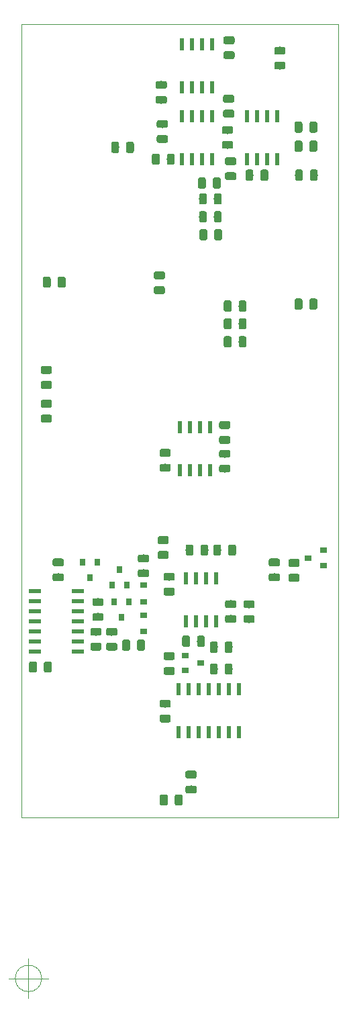
<source format=gbr>
%TF.GenerationSoftware,KiCad,Pcbnew,(5.0.0)*%
%TF.CreationDate,2018-12-09T22:39:23+01:00*%
%TF.ProjectId,formant_vco,666F726D616E745F76636F2E6B696361,rev?*%
%TF.SameCoordinates,Original*%
%TF.FileFunction,Paste,Top*%
%TF.FilePolarity,Positive*%
%FSLAX46Y46*%
G04 Gerber Fmt 4.6, Leading zero omitted, Abs format (unit mm)*
G04 Created by KiCad (PCBNEW (5.0.0)) date 12/09/18 22:39:23*
%MOMM*%
%LPD*%
G01*
G04 APERTURE LIST*
%ADD10C,0.100000*%
%ADD11R,0.600000X1.550000*%
%ADD12R,1.500000X0.600000*%
%ADD13R,0.900000X0.800000*%
%ADD14R,0.800000X0.900000*%
%ADD15R,0.600000X1.500000*%
%ADD16C,0.150000*%
%ADD17C,0.975000*%
G04 APERTURE END LIST*
D10*
X55000000Y-155000000D02*
X95000000Y-155000000D01*
X95000000Y-55000000D02*
X95000000Y-155000000D01*
X55000000Y-55000000D02*
X95000000Y-55000000D01*
X55000000Y-155000000D02*
X55000000Y-55000000D01*
X57551666Y-175260000D02*
G75*
G03X57551666Y-175260000I-1666666J0D01*
G01*
X53385000Y-175260000D02*
X58385000Y-175260000D01*
X55885000Y-172760000D02*
X55885000Y-177760000D01*
D11*
X79040000Y-62960000D03*
X77770000Y-62960000D03*
X76500000Y-62960000D03*
X75230000Y-62960000D03*
X75230000Y-57560000D03*
X76500000Y-57560000D03*
X77770000Y-57560000D03*
X79040000Y-57560000D03*
X79040000Y-66560000D03*
X77770000Y-66560000D03*
X76500000Y-66560000D03*
X75230000Y-66560000D03*
X75230000Y-71960000D03*
X76500000Y-71960000D03*
X77770000Y-71960000D03*
X79040000Y-71960000D03*
X79540000Y-130210000D03*
X78270000Y-130210000D03*
X77000000Y-130210000D03*
X75730000Y-130210000D03*
X75730000Y-124810000D03*
X77000000Y-124810000D03*
X78270000Y-124810000D03*
X79540000Y-124810000D03*
D12*
X62085000Y-134070000D03*
X62085000Y-132800000D03*
X62085000Y-131530000D03*
X62085000Y-130260000D03*
X62085000Y-128990000D03*
X62085000Y-127720000D03*
X62085000Y-126450000D03*
X56685000Y-126450000D03*
X56685000Y-127720000D03*
X56685000Y-128990000D03*
X56685000Y-130260000D03*
X56685000Y-131530000D03*
X56685000Y-132800000D03*
X56685000Y-134070000D03*
D11*
X87290000Y-71960000D03*
X86020000Y-71960000D03*
X84750000Y-71960000D03*
X83480000Y-71960000D03*
X83480000Y-66560000D03*
X84750000Y-66560000D03*
X86020000Y-66560000D03*
X87290000Y-66560000D03*
X78790000Y-111210000D03*
X77520000Y-111210000D03*
X76250000Y-111210000D03*
X74980000Y-111210000D03*
X74980000Y-105810000D03*
X76250000Y-105810000D03*
X77520000Y-105810000D03*
X78790000Y-105810000D03*
D13*
X70385000Y-125710000D03*
X70385000Y-127810000D03*
X70385000Y-129460000D03*
X70385000Y-131560000D03*
X93135000Y-123210000D03*
X93135000Y-121310000D03*
X91135000Y-122260000D03*
D14*
X68585000Y-127760000D03*
X66685000Y-127760000D03*
X67635000Y-129760000D03*
X64585000Y-122760000D03*
X62685000Y-122760000D03*
X63635000Y-124760000D03*
X66435000Y-125694308D03*
X68335000Y-125694308D03*
X67385000Y-123694308D03*
D13*
X75635000Y-134560000D03*
X75635000Y-136460000D03*
X77635000Y-135510000D03*
D15*
X74825000Y-144210000D03*
X76095000Y-144210000D03*
X77365000Y-144210000D03*
X78635000Y-144210000D03*
X79905000Y-144210000D03*
X81175000Y-144210000D03*
X82445000Y-144210000D03*
X82445000Y-138810000D03*
X81175000Y-138810000D03*
X79905000Y-138810000D03*
X78635000Y-138810000D03*
X77365000Y-138810000D03*
X76095000Y-138810000D03*
X74825000Y-138810000D03*
D16*
G36*
X92090142Y-69661174D02*
X92113803Y-69664684D01*
X92137007Y-69670496D01*
X92159529Y-69678554D01*
X92181153Y-69688782D01*
X92201670Y-69701079D01*
X92220883Y-69715329D01*
X92238607Y-69731393D01*
X92254671Y-69749117D01*
X92268921Y-69768330D01*
X92281218Y-69788847D01*
X92291446Y-69810471D01*
X92299504Y-69832993D01*
X92305316Y-69856197D01*
X92308826Y-69879858D01*
X92310000Y-69903750D01*
X92310000Y-70816250D01*
X92308826Y-70840142D01*
X92305316Y-70863803D01*
X92299504Y-70887007D01*
X92291446Y-70909529D01*
X92281218Y-70931153D01*
X92268921Y-70951670D01*
X92254671Y-70970883D01*
X92238607Y-70988607D01*
X92220883Y-71004671D01*
X92201670Y-71018921D01*
X92181153Y-71031218D01*
X92159529Y-71041446D01*
X92137007Y-71049504D01*
X92113803Y-71055316D01*
X92090142Y-71058826D01*
X92066250Y-71060000D01*
X91578750Y-71060000D01*
X91554858Y-71058826D01*
X91531197Y-71055316D01*
X91507993Y-71049504D01*
X91485471Y-71041446D01*
X91463847Y-71031218D01*
X91443330Y-71018921D01*
X91424117Y-71004671D01*
X91406393Y-70988607D01*
X91390329Y-70970883D01*
X91376079Y-70951670D01*
X91363782Y-70931153D01*
X91353554Y-70909529D01*
X91345496Y-70887007D01*
X91339684Y-70863803D01*
X91336174Y-70840142D01*
X91335000Y-70816250D01*
X91335000Y-69903750D01*
X91336174Y-69879858D01*
X91339684Y-69856197D01*
X91345496Y-69832993D01*
X91353554Y-69810471D01*
X91363782Y-69788847D01*
X91376079Y-69768330D01*
X91390329Y-69749117D01*
X91406393Y-69731393D01*
X91424117Y-69715329D01*
X91443330Y-69701079D01*
X91463847Y-69688782D01*
X91485471Y-69678554D01*
X91507993Y-69670496D01*
X91531197Y-69664684D01*
X91554858Y-69661174D01*
X91578750Y-69660000D01*
X92066250Y-69660000D01*
X92090142Y-69661174D01*
X92090142Y-69661174D01*
G37*
D17*
X91822500Y-70360000D03*
D16*
G36*
X90215142Y-69661174D02*
X90238803Y-69664684D01*
X90262007Y-69670496D01*
X90284529Y-69678554D01*
X90306153Y-69688782D01*
X90326670Y-69701079D01*
X90345883Y-69715329D01*
X90363607Y-69731393D01*
X90379671Y-69749117D01*
X90393921Y-69768330D01*
X90406218Y-69788847D01*
X90416446Y-69810471D01*
X90424504Y-69832993D01*
X90430316Y-69856197D01*
X90433826Y-69879858D01*
X90435000Y-69903750D01*
X90435000Y-70816250D01*
X90433826Y-70840142D01*
X90430316Y-70863803D01*
X90424504Y-70887007D01*
X90416446Y-70909529D01*
X90406218Y-70931153D01*
X90393921Y-70951670D01*
X90379671Y-70970883D01*
X90363607Y-70988607D01*
X90345883Y-71004671D01*
X90326670Y-71018921D01*
X90306153Y-71031218D01*
X90284529Y-71041446D01*
X90262007Y-71049504D01*
X90238803Y-71055316D01*
X90215142Y-71058826D01*
X90191250Y-71060000D01*
X89703750Y-71060000D01*
X89679858Y-71058826D01*
X89656197Y-71055316D01*
X89632993Y-71049504D01*
X89610471Y-71041446D01*
X89588847Y-71031218D01*
X89568330Y-71018921D01*
X89549117Y-71004671D01*
X89531393Y-70988607D01*
X89515329Y-70970883D01*
X89501079Y-70951670D01*
X89488782Y-70931153D01*
X89478554Y-70909529D01*
X89470496Y-70887007D01*
X89464684Y-70863803D01*
X89461174Y-70840142D01*
X89460000Y-70816250D01*
X89460000Y-69903750D01*
X89461174Y-69879858D01*
X89464684Y-69856197D01*
X89470496Y-69832993D01*
X89478554Y-69810471D01*
X89488782Y-69788847D01*
X89501079Y-69768330D01*
X89515329Y-69749117D01*
X89531393Y-69731393D01*
X89549117Y-69715329D01*
X89568330Y-69701079D01*
X89588847Y-69688782D01*
X89610471Y-69678554D01*
X89632993Y-69670496D01*
X89656197Y-69664684D01*
X89679858Y-69661174D01*
X89703750Y-69660000D01*
X90191250Y-69660000D01*
X90215142Y-69661174D01*
X90215142Y-69661174D01*
G37*
D17*
X89947500Y-70360000D03*
D16*
G36*
X81865142Y-73648674D02*
X81888803Y-73652184D01*
X81912007Y-73657996D01*
X81934529Y-73666054D01*
X81956153Y-73676282D01*
X81976670Y-73688579D01*
X81995883Y-73702829D01*
X82013607Y-73718893D01*
X82029671Y-73736617D01*
X82043921Y-73755830D01*
X82056218Y-73776347D01*
X82066446Y-73797971D01*
X82074504Y-73820493D01*
X82080316Y-73843697D01*
X82083826Y-73867358D01*
X82085000Y-73891250D01*
X82085000Y-74378750D01*
X82083826Y-74402642D01*
X82080316Y-74426303D01*
X82074504Y-74449507D01*
X82066446Y-74472029D01*
X82056218Y-74493653D01*
X82043921Y-74514170D01*
X82029671Y-74533383D01*
X82013607Y-74551107D01*
X81995883Y-74567171D01*
X81976670Y-74581421D01*
X81956153Y-74593718D01*
X81934529Y-74603946D01*
X81912007Y-74612004D01*
X81888803Y-74617816D01*
X81865142Y-74621326D01*
X81841250Y-74622500D01*
X80928750Y-74622500D01*
X80904858Y-74621326D01*
X80881197Y-74617816D01*
X80857993Y-74612004D01*
X80835471Y-74603946D01*
X80813847Y-74593718D01*
X80793330Y-74581421D01*
X80774117Y-74567171D01*
X80756393Y-74551107D01*
X80740329Y-74533383D01*
X80726079Y-74514170D01*
X80713782Y-74493653D01*
X80703554Y-74472029D01*
X80695496Y-74449507D01*
X80689684Y-74426303D01*
X80686174Y-74402642D01*
X80685000Y-74378750D01*
X80685000Y-73891250D01*
X80686174Y-73867358D01*
X80689684Y-73843697D01*
X80695496Y-73820493D01*
X80703554Y-73797971D01*
X80713782Y-73776347D01*
X80726079Y-73755830D01*
X80740329Y-73736617D01*
X80756393Y-73718893D01*
X80774117Y-73702829D01*
X80793330Y-73688579D01*
X80813847Y-73676282D01*
X80835471Y-73666054D01*
X80857993Y-73657996D01*
X80881197Y-73652184D01*
X80904858Y-73648674D01*
X80928750Y-73647500D01*
X81841250Y-73647500D01*
X81865142Y-73648674D01*
X81865142Y-73648674D01*
G37*
D17*
X81385000Y-74135000D03*
D16*
G36*
X81865142Y-71773674D02*
X81888803Y-71777184D01*
X81912007Y-71782996D01*
X81934529Y-71791054D01*
X81956153Y-71801282D01*
X81976670Y-71813579D01*
X81995883Y-71827829D01*
X82013607Y-71843893D01*
X82029671Y-71861617D01*
X82043921Y-71880830D01*
X82056218Y-71901347D01*
X82066446Y-71922971D01*
X82074504Y-71945493D01*
X82080316Y-71968697D01*
X82083826Y-71992358D01*
X82085000Y-72016250D01*
X82085000Y-72503750D01*
X82083826Y-72527642D01*
X82080316Y-72551303D01*
X82074504Y-72574507D01*
X82066446Y-72597029D01*
X82056218Y-72618653D01*
X82043921Y-72639170D01*
X82029671Y-72658383D01*
X82013607Y-72676107D01*
X81995883Y-72692171D01*
X81976670Y-72706421D01*
X81956153Y-72718718D01*
X81934529Y-72728946D01*
X81912007Y-72737004D01*
X81888803Y-72742816D01*
X81865142Y-72746326D01*
X81841250Y-72747500D01*
X80928750Y-72747500D01*
X80904858Y-72746326D01*
X80881197Y-72742816D01*
X80857993Y-72737004D01*
X80835471Y-72728946D01*
X80813847Y-72718718D01*
X80793330Y-72706421D01*
X80774117Y-72692171D01*
X80756393Y-72676107D01*
X80740329Y-72658383D01*
X80726079Y-72639170D01*
X80713782Y-72618653D01*
X80703554Y-72597029D01*
X80695496Y-72574507D01*
X80689684Y-72551303D01*
X80686174Y-72527642D01*
X80685000Y-72503750D01*
X80685000Y-72016250D01*
X80686174Y-71992358D01*
X80689684Y-71968697D01*
X80695496Y-71945493D01*
X80703554Y-71922971D01*
X80713782Y-71901347D01*
X80726079Y-71880830D01*
X80740329Y-71861617D01*
X80756393Y-71843893D01*
X80774117Y-71827829D01*
X80793330Y-71813579D01*
X80813847Y-71801282D01*
X80835471Y-71791054D01*
X80857993Y-71782996D01*
X80881197Y-71777184D01*
X80904858Y-71773674D01*
X80928750Y-71772500D01*
X81841250Y-71772500D01*
X81865142Y-71773674D01*
X81865142Y-71773674D01*
G37*
D17*
X81385000Y-72260000D03*
D16*
G36*
X81615142Y-65773674D02*
X81638803Y-65777184D01*
X81662007Y-65782996D01*
X81684529Y-65791054D01*
X81706153Y-65801282D01*
X81726670Y-65813579D01*
X81745883Y-65827829D01*
X81763607Y-65843893D01*
X81779671Y-65861617D01*
X81793921Y-65880830D01*
X81806218Y-65901347D01*
X81816446Y-65922971D01*
X81824504Y-65945493D01*
X81830316Y-65968697D01*
X81833826Y-65992358D01*
X81835000Y-66016250D01*
X81835000Y-66503750D01*
X81833826Y-66527642D01*
X81830316Y-66551303D01*
X81824504Y-66574507D01*
X81816446Y-66597029D01*
X81806218Y-66618653D01*
X81793921Y-66639170D01*
X81779671Y-66658383D01*
X81763607Y-66676107D01*
X81745883Y-66692171D01*
X81726670Y-66706421D01*
X81706153Y-66718718D01*
X81684529Y-66728946D01*
X81662007Y-66737004D01*
X81638803Y-66742816D01*
X81615142Y-66746326D01*
X81591250Y-66747500D01*
X80678750Y-66747500D01*
X80654858Y-66746326D01*
X80631197Y-66742816D01*
X80607993Y-66737004D01*
X80585471Y-66728946D01*
X80563847Y-66718718D01*
X80543330Y-66706421D01*
X80524117Y-66692171D01*
X80506393Y-66676107D01*
X80490329Y-66658383D01*
X80476079Y-66639170D01*
X80463782Y-66618653D01*
X80453554Y-66597029D01*
X80445496Y-66574507D01*
X80439684Y-66551303D01*
X80436174Y-66527642D01*
X80435000Y-66503750D01*
X80435000Y-66016250D01*
X80436174Y-65992358D01*
X80439684Y-65968697D01*
X80445496Y-65945493D01*
X80453554Y-65922971D01*
X80463782Y-65901347D01*
X80476079Y-65880830D01*
X80490329Y-65861617D01*
X80506393Y-65843893D01*
X80524117Y-65827829D01*
X80543330Y-65813579D01*
X80563847Y-65801282D01*
X80585471Y-65791054D01*
X80607993Y-65782996D01*
X80631197Y-65777184D01*
X80654858Y-65773674D01*
X80678750Y-65772500D01*
X81591250Y-65772500D01*
X81615142Y-65773674D01*
X81615142Y-65773674D01*
G37*
D17*
X81135000Y-66260000D03*
D16*
G36*
X81615142Y-63898674D02*
X81638803Y-63902184D01*
X81662007Y-63907996D01*
X81684529Y-63916054D01*
X81706153Y-63926282D01*
X81726670Y-63938579D01*
X81745883Y-63952829D01*
X81763607Y-63968893D01*
X81779671Y-63986617D01*
X81793921Y-64005830D01*
X81806218Y-64026347D01*
X81816446Y-64047971D01*
X81824504Y-64070493D01*
X81830316Y-64093697D01*
X81833826Y-64117358D01*
X81835000Y-64141250D01*
X81835000Y-64628750D01*
X81833826Y-64652642D01*
X81830316Y-64676303D01*
X81824504Y-64699507D01*
X81816446Y-64722029D01*
X81806218Y-64743653D01*
X81793921Y-64764170D01*
X81779671Y-64783383D01*
X81763607Y-64801107D01*
X81745883Y-64817171D01*
X81726670Y-64831421D01*
X81706153Y-64843718D01*
X81684529Y-64853946D01*
X81662007Y-64862004D01*
X81638803Y-64867816D01*
X81615142Y-64871326D01*
X81591250Y-64872500D01*
X80678750Y-64872500D01*
X80654858Y-64871326D01*
X80631197Y-64867816D01*
X80607993Y-64862004D01*
X80585471Y-64853946D01*
X80563847Y-64843718D01*
X80543330Y-64831421D01*
X80524117Y-64817171D01*
X80506393Y-64801107D01*
X80490329Y-64783383D01*
X80476079Y-64764170D01*
X80463782Y-64743653D01*
X80453554Y-64722029D01*
X80445496Y-64699507D01*
X80439684Y-64676303D01*
X80436174Y-64652642D01*
X80435000Y-64628750D01*
X80435000Y-64141250D01*
X80436174Y-64117358D01*
X80439684Y-64093697D01*
X80445496Y-64070493D01*
X80453554Y-64047971D01*
X80463782Y-64026347D01*
X80476079Y-64005830D01*
X80490329Y-63986617D01*
X80506393Y-63968893D01*
X80524117Y-63952829D01*
X80543330Y-63938579D01*
X80563847Y-63926282D01*
X80585471Y-63916054D01*
X80607993Y-63907996D01*
X80631197Y-63902184D01*
X80654858Y-63898674D01*
X80678750Y-63897500D01*
X81591250Y-63897500D01*
X81615142Y-63898674D01*
X81615142Y-63898674D01*
G37*
D17*
X81135000Y-64385000D03*
D16*
G36*
X81865142Y-129461174D02*
X81888803Y-129464684D01*
X81912007Y-129470496D01*
X81934529Y-129478554D01*
X81956153Y-129488782D01*
X81976670Y-129501079D01*
X81995883Y-129515329D01*
X82013607Y-129531393D01*
X82029671Y-129549117D01*
X82043921Y-129568330D01*
X82056218Y-129588847D01*
X82066446Y-129610471D01*
X82074504Y-129632993D01*
X82080316Y-129656197D01*
X82083826Y-129679858D01*
X82085000Y-129703750D01*
X82085000Y-130191250D01*
X82083826Y-130215142D01*
X82080316Y-130238803D01*
X82074504Y-130262007D01*
X82066446Y-130284529D01*
X82056218Y-130306153D01*
X82043921Y-130326670D01*
X82029671Y-130345883D01*
X82013607Y-130363607D01*
X81995883Y-130379671D01*
X81976670Y-130393921D01*
X81956153Y-130406218D01*
X81934529Y-130416446D01*
X81912007Y-130424504D01*
X81888803Y-130430316D01*
X81865142Y-130433826D01*
X81841250Y-130435000D01*
X80928750Y-130435000D01*
X80904858Y-130433826D01*
X80881197Y-130430316D01*
X80857993Y-130424504D01*
X80835471Y-130416446D01*
X80813847Y-130406218D01*
X80793330Y-130393921D01*
X80774117Y-130379671D01*
X80756393Y-130363607D01*
X80740329Y-130345883D01*
X80726079Y-130326670D01*
X80713782Y-130306153D01*
X80703554Y-130284529D01*
X80695496Y-130262007D01*
X80689684Y-130238803D01*
X80686174Y-130215142D01*
X80685000Y-130191250D01*
X80685000Y-129703750D01*
X80686174Y-129679858D01*
X80689684Y-129656197D01*
X80695496Y-129632993D01*
X80703554Y-129610471D01*
X80713782Y-129588847D01*
X80726079Y-129568330D01*
X80740329Y-129549117D01*
X80756393Y-129531393D01*
X80774117Y-129515329D01*
X80793330Y-129501079D01*
X80813847Y-129488782D01*
X80835471Y-129478554D01*
X80857993Y-129470496D01*
X80881197Y-129464684D01*
X80904858Y-129461174D01*
X80928750Y-129460000D01*
X81841250Y-129460000D01*
X81865142Y-129461174D01*
X81865142Y-129461174D01*
G37*
D17*
X81385000Y-129947500D03*
D16*
G36*
X81865142Y-127586174D02*
X81888803Y-127589684D01*
X81912007Y-127595496D01*
X81934529Y-127603554D01*
X81956153Y-127613782D01*
X81976670Y-127626079D01*
X81995883Y-127640329D01*
X82013607Y-127656393D01*
X82029671Y-127674117D01*
X82043921Y-127693330D01*
X82056218Y-127713847D01*
X82066446Y-127735471D01*
X82074504Y-127757993D01*
X82080316Y-127781197D01*
X82083826Y-127804858D01*
X82085000Y-127828750D01*
X82085000Y-128316250D01*
X82083826Y-128340142D01*
X82080316Y-128363803D01*
X82074504Y-128387007D01*
X82066446Y-128409529D01*
X82056218Y-128431153D01*
X82043921Y-128451670D01*
X82029671Y-128470883D01*
X82013607Y-128488607D01*
X81995883Y-128504671D01*
X81976670Y-128518921D01*
X81956153Y-128531218D01*
X81934529Y-128541446D01*
X81912007Y-128549504D01*
X81888803Y-128555316D01*
X81865142Y-128558826D01*
X81841250Y-128560000D01*
X80928750Y-128560000D01*
X80904858Y-128558826D01*
X80881197Y-128555316D01*
X80857993Y-128549504D01*
X80835471Y-128541446D01*
X80813847Y-128531218D01*
X80793330Y-128518921D01*
X80774117Y-128504671D01*
X80756393Y-128488607D01*
X80740329Y-128470883D01*
X80726079Y-128451670D01*
X80713782Y-128431153D01*
X80703554Y-128409529D01*
X80695496Y-128387007D01*
X80689684Y-128363803D01*
X80686174Y-128340142D01*
X80685000Y-128316250D01*
X80685000Y-127828750D01*
X80686174Y-127804858D01*
X80689684Y-127781197D01*
X80695496Y-127757993D01*
X80703554Y-127735471D01*
X80713782Y-127713847D01*
X80726079Y-127693330D01*
X80740329Y-127674117D01*
X80756393Y-127656393D01*
X80774117Y-127640329D01*
X80793330Y-127626079D01*
X80813847Y-127613782D01*
X80835471Y-127603554D01*
X80857993Y-127595496D01*
X80881197Y-127589684D01*
X80904858Y-127586174D01*
X80928750Y-127585000D01*
X81841250Y-127585000D01*
X81865142Y-127586174D01*
X81865142Y-127586174D01*
G37*
D17*
X81385000Y-128072500D03*
D16*
G36*
X79965142Y-120561174D02*
X79988803Y-120564684D01*
X80012007Y-120570496D01*
X80034529Y-120578554D01*
X80056153Y-120588782D01*
X80076670Y-120601079D01*
X80095883Y-120615329D01*
X80113607Y-120631393D01*
X80129671Y-120649117D01*
X80143921Y-120668330D01*
X80156218Y-120688847D01*
X80166446Y-120710471D01*
X80174504Y-120732993D01*
X80180316Y-120756197D01*
X80183826Y-120779858D01*
X80185000Y-120803750D01*
X80185000Y-121716250D01*
X80183826Y-121740142D01*
X80180316Y-121763803D01*
X80174504Y-121787007D01*
X80166446Y-121809529D01*
X80156218Y-121831153D01*
X80143921Y-121851670D01*
X80129671Y-121870883D01*
X80113607Y-121888607D01*
X80095883Y-121904671D01*
X80076670Y-121918921D01*
X80056153Y-121931218D01*
X80034529Y-121941446D01*
X80012007Y-121949504D01*
X79988803Y-121955316D01*
X79965142Y-121958826D01*
X79941250Y-121960000D01*
X79453750Y-121960000D01*
X79429858Y-121958826D01*
X79406197Y-121955316D01*
X79382993Y-121949504D01*
X79360471Y-121941446D01*
X79338847Y-121931218D01*
X79318330Y-121918921D01*
X79299117Y-121904671D01*
X79281393Y-121888607D01*
X79265329Y-121870883D01*
X79251079Y-121851670D01*
X79238782Y-121831153D01*
X79228554Y-121809529D01*
X79220496Y-121787007D01*
X79214684Y-121763803D01*
X79211174Y-121740142D01*
X79210000Y-121716250D01*
X79210000Y-120803750D01*
X79211174Y-120779858D01*
X79214684Y-120756197D01*
X79220496Y-120732993D01*
X79228554Y-120710471D01*
X79238782Y-120688847D01*
X79251079Y-120668330D01*
X79265329Y-120649117D01*
X79281393Y-120631393D01*
X79299117Y-120615329D01*
X79318330Y-120601079D01*
X79338847Y-120588782D01*
X79360471Y-120578554D01*
X79382993Y-120570496D01*
X79406197Y-120564684D01*
X79429858Y-120561174D01*
X79453750Y-120560000D01*
X79941250Y-120560000D01*
X79965142Y-120561174D01*
X79965142Y-120561174D01*
G37*
D17*
X79697500Y-121260000D03*
D16*
G36*
X81840142Y-120561174D02*
X81863803Y-120564684D01*
X81887007Y-120570496D01*
X81909529Y-120578554D01*
X81931153Y-120588782D01*
X81951670Y-120601079D01*
X81970883Y-120615329D01*
X81988607Y-120631393D01*
X82004671Y-120649117D01*
X82018921Y-120668330D01*
X82031218Y-120688847D01*
X82041446Y-120710471D01*
X82049504Y-120732993D01*
X82055316Y-120756197D01*
X82058826Y-120779858D01*
X82060000Y-120803750D01*
X82060000Y-121716250D01*
X82058826Y-121740142D01*
X82055316Y-121763803D01*
X82049504Y-121787007D01*
X82041446Y-121809529D01*
X82031218Y-121831153D01*
X82018921Y-121851670D01*
X82004671Y-121870883D01*
X81988607Y-121888607D01*
X81970883Y-121904671D01*
X81951670Y-121918921D01*
X81931153Y-121931218D01*
X81909529Y-121941446D01*
X81887007Y-121949504D01*
X81863803Y-121955316D01*
X81840142Y-121958826D01*
X81816250Y-121960000D01*
X81328750Y-121960000D01*
X81304858Y-121958826D01*
X81281197Y-121955316D01*
X81257993Y-121949504D01*
X81235471Y-121941446D01*
X81213847Y-121931218D01*
X81193330Y-121918921D01*
X81174117Y-121904671D01*
X81156393Y-121888607D01*
X81140329Y-121870883D01*
X81126079Y-121851670D01*
X81113782Y-121831153D01*
X81103554Y-121809529D01*
X81095496Y-121787007D01*
X81089684Y-121763803D01*
X81086174Y-121740142D01*
X81085000Y-121716250D01*
X81085000Y-120803750D01*
X81086174Y-120779858D01*
X81089684Y-120756197D01*
X81095496Y-120732993D01*
X81103554Y-120710471D01*
X81113782Y-120688847D01*
X81126079Y-120668330D01*
X81140329Y-120649117D01*
X81156393Y-120631393D01*
X81174117Y-120615329D01*
X81193330Y-120601079D01*
X81213847Y-120588782D01*
X81235471Y-120578554D01*
X81257993Y-120570496D01*
X81281197Y-120564684D01*
X81304858Y-120561174D01*
X81328750Y-120560000D01*
X81816250Y-120560000D01*
X81840142Y-120561174D01*
X81840142Y-120561174D01*
G37*
D17*
X81572500Y-121260000D03*
D16*
G36*
X81277642Y-89811174D02*
X81301303Y-89814684D01*
X81324507Y-89820496D01*
X81347029Y-89828554D01*
X81368653Y-89838782D01*
X81389170Y-89851079D01*
X81408383Y-89865329D01*
X81426107Y-89881393D01*
X81442171Y-89899117D01*
X81456421Y-89918330D01*
X81468718Y-89938847D01*
X81478946Y-89960471D01*
X81487004Y-89982993D01*
X81492816Y-90006197D01*
X81496326Y-90029858D01*
X81497500Y-90053750D01*
X81497500Y-90966250D01*
X81496326Y-90990142D01*
X81492816Y-91013803D01*
X81487004Y-91037007D01*
X81478946Y-91059529D01*
X81468718Y-91081153D01*
X81456421Y-91101670D01*
X81442171Y-91120883D01*
X81426107Y-91138607D01*
X81408383Y-91154671D01*
X81389170Y-91168921D01*
X81368653Y-91181218D01*
X81347029Y-91191446D01*
X81324507Y-91199504D01*
X81301303Y-91205316D01*
X81277642Y-91208826D01*
X81253750Y-91210000D01*
X80766250Y-91210000D01*
X80742358Y-91208826D01*
X80718697Y-91205316D01*
X80695493Y-91199504D01*
X80672971Y-91191446D01*
X80651347Y-91181218D01*
X80630830Y-91168921D01*
X80611617Y-91154671D01*
X80593893Y-91138607D01*
X80577829Y-91120883D01*
X80563579Y-91101670D01*
X80551282Y-91081153D01*
X80541054Y-91059529D01*
X80532996Y-91037007D01*
X80527184Y-91013803D01*
X80523674Y-90990142D01*
X80522500Y-90966250D01*
X80522500Y-90053750D01*
X80523674Y-90029858D01*
X80527184Y-90006197D01*
X80532996Y-89982993D01*
X80541054Y-89960471D01*
X80551282Y-89938847D01*
X80563579Y-89918330D01*
X80577829Y-89899117D01*
X80593893Y-89881393D01*
X80611617Y-89865329D01*
X80630830Y-89851079D01*
X80651347Y-89838782D01*
X80672971Y-89828554D01*
X80695493Y-89820496D01*
X80718697Y-89814684D01*
X80742358Y-89811174D01*
X80766250Y-89810000D01*
X81253750Y-89810000D01*
X81277642Y-89811174D01*
X81277642Y-89811174D01*
G37*
D17*
X81010000Y-90510000D03*
D16*
G36*
X83152642Y-89811174D02*
X83176303Y-89814684D01*
X83199507Y-89820496D01*
X83222029Y-89828554D01*
X83243653Y-89838782D01*
X83264170Y-89851079D01*
X83283383Y-89865329D01*
X83301107Y-89881393D01*
X83317171Y-89899117D01*
X83331421Y-89918330D01*
X83343718Y-89938847D01*
X83353946Y-89960471D01*
X83362004Y-89982993D01*
X83367816Y-90006197D01*
X83371326Y-90029858D01*
X83372500Y-90053750D01*
X83372500Y-90966250D01*
X83371326Y-90990142D01*
X83367816Y-91013803D01*
X83362004Y-91037007D01*
X83353946Y-91059529D01*
X83343718Y-91081153D01*
X83331421Y-91101670D01*
X83317171Y-91120883D01*
X83301107Y-91138607D01*
X83283383Y-91154671D01*
X83264170Y-91168921D01*
X83243653Y-91181218D01*
X83222029Y-91191446D01*
X83199507Y-91199504D01*
X83176303Y-91205316D01*
X83152642Y-91208826D01*
X83128750Y-91210000D01*
X82641250Y-91210000D01*
X82617358Y-91208826D01*
X82593697Y-91205316D01*
X82570493Y-91199504D01*
X82547971Y-91191446D01*
X82526347Y-91181218D01*
X82505830Y-91168921D01*
X82486617Y-91154671D01*
X82468893Y-91138607D01*
X82452829Y-91120883D01*
X82438579Y-91101670D01*
X82426282Y-91081153D01*
X82416054Y-91059529D01*
X82407996Y-91037007D01*
X82402184Y-91013803D01*
X82398674Y-90990142D01*
X82397500Y-90966250D01*
X82397500Y-90053750D01*
X82398674Y-90029858D01*
X82402184Y-90006197D01*
X82407996Y-89982993D01*
X82416054Y-89960471D01*
X82426282Y-89938847D01*
X82438579Y-89918330D01*
X82452829Y-89899117D01*
X82468893Y-89881393D01*
X82486617Y-89865329D01*
X82505830Y-89851079D01*
X82526347Y-89838782D01*
X82547971Y-89828554D01*
X82570493Y-89820496D01*
X82593697Y-89814684D01*
X82617358Y-89811174D01*
X82641250Y-89810000D01*
X83128750Y-89810000D01*
X83152642Y-89811174D01*
X83152642Y-89811174D01*
G37*
D17*
X82885000Y-90510000D03*
D16*
G36*
X90215142Y-67261174D02*
X90238803Y-67264684D01*
X90262007Y-67270496D01*
X90284529Y-67278554D01*
X90306153Y-67288782D01*
X90326670Y-67301079D01*
X90345883Y-67315329D01*
X90363607Y-67331393D01*
X90379671Y-67349117D01*
X90393921Y-67368330D01*
X90406218Y-67388847D01*
X90416446Y-67410471D01*
X90424504Y-67432993D01*
X90430316Y-67456197D01*
X90433826Y-67479858D01*
X90435000Y-67503750D01*
X90435000Y-68416250D01*
X90433826Y-68440142D01*
X90430316Y-68463803D01*
X90424504Y-68487007D01*
X90416446Y-68509529D01*
X90406218Y-68531153D01*
X90393921Y-68551670D01*
X90379671Y-68570883D01*
X90363607Y-68588607D01*
X90345883Y-68604671D01*
X90326670Y-68618921D01*
X90306153Y-68631218D01*
X90284529Y-68641446D01*
X90262007Y-68649504D01*
X90238803Y-68655316D01*
X90215142Y-68658826D01*
X90191250Y-68660000D01*
X89703750Y-68660000D01*
X89679858Y-68658826D01*
X89656197Y-68655316D01*
X89632993Y-68649504D01*
X89610471Y-68641446D01*
X89588847Y-68631218D01*
X89568330Y-68618921D01*
X89549117Y-68604671D01*
X89531393Y-68588607D01*
X89515329Y-68570883D01*
X89501079Y-68551670D01*
X89488782Y-68531153D01*
X89478554Y-68509529D01*
X89470496Y-68487007D01*
X89464684Y-68463803D01*
X89461174Y-68440142D01*
X89460000Y-68416250D01*
X89460000Y-67503750D01*
X89461174Y-67479858D01*
X89464684Y-67456197D01*
X89470496Y-67432993D01*
X89478554Y-67410471D01*
X89488782Y-67388847D01*
X89501079Y-67368330D01*
X89515329Y-67349117D01*
X89531393Y-67331393D01*
X89549117Y-67315329D01*
X89568330Y-67301079D01*
X89588847Y-67288782D01*
X89610471Y-67278554D01*
X89632993Y-67270496D01*
X89656197Y-67264684D01*
X89679858Y-67261174D01*
X89703750Y-67260000D01*
X90191250Y-67260000D01*
X90215142Y-67261174D01*
X90215142Y-67261174D01*
G37*
D17*
X89947500Y-67960000D03*
D16*
G36*
X92090142Y-67261174D02*
X92113803Y-67264684D01*
X92137007Y-67270496D01*
X92159529Y-67278554D01*
X92181153Y-67288782D01*
X92201670Y-67301079D01*
X92220883Y-67315329D01*
X92238607Y-67331393D01*
X92254671Y-67349117D01*
X92268921Y-67368330D01*
X92281218Y-67388847D01*
X92291446Y-67410471D01*
X92299504Y-67432993D01*
X92305316Y-67456197D01*
X92308826Y-67479858D01*
X92310000Y-67503750D01*
X92310000Y-68416250D01*
X92308826Y-68440142D01*
X92305316Y-68463803D01*
X92299504Y-68487007D01*
X92291446Y-68509529D01*
X92281218Y-68531153D01*
X92268921Y-68551670D01*
X92254671Y-68570883D01*
X92238607Y-68588607D01*
X92220883Y-68604671D01*
X92201670Y-68618921D01*
X92181153Y-68631218D01*
X92159529Y-68641446D01*
X92137007Y-68649504D01*
X92113803Y-68655316D01*
X92090142Y-68658826D01*
X92066250Y-68660000D01*
X91578750Y-68660000D01*
X91554858Y-68658826D01*
X91531197Y-68655316D01*
X91507993Y-68649504D01*
X91485471Y-68641446D01*
X91463847Y-68631218D01*
X91443330Y-68618921D01*
X91424117Y-68604671D01*
X91406393Y-68588607D01*
X91390329Y-68570883D01*
X91376079Y-68551670D01*
X91363782Y-68531153D01*
X91353554Y-68509529D01*
X91345496Y-68487007D01*
X91339684Y-68463803D01*
X91336174Y-68440142D01*
X91335000Y-68416250D01*
X91335000Y-67503750D01*
X91336174Y-67479858D01*
X91339684Y-67456197D01*
X91345496Y-67432993D01*
X91353554Y-67410471D01*
X91363782Y-67388847D01*
X91376079Y-67368330D01*
X91390329Y-67349117D01*
X91406393Y-67331393D01*
X91424117Y-67315329D01*
X91443330Y-67301079D01*
X91463847Y-67288782D01*
X91485471Y-67278554D01*
X91507993Y-67270496D01*
X91531197Y-67264684D01*
X91554858Y-67261174D01*
X91578750Y-67260000D01*
X92066250Y-67260000D01*
X92090142Y-67261174D01*
X92090142Y-67261174D01*
G37*
D17*
X91822500Y-67960000D03*
D16*
G36*
X68465142Y-132561174D02*
X68488803Y-132564684D01*
X68512007Y-132570496D01*
X68534529Y-132578554D01*
X68556153Y-132588782D01*
X68576670Y-132601079D01*
X68595883Y-132615329D01*
X68613607Y-132631393D01*
X68629671Y-132649117D01*
X68643921Y-132668330D01*
X68656218Y-132688847D01*
X68666446Y-132710471D01*
X68674504Y-132732993D01*
X68680316Y-132756197D01*
X68683826Y-132779858D01*
X68685000Y-132803750D01*
X68685000Y-133716250D01*
X68683826Y-133740142D01*
X68680316Y-133763803D01*
X68674504Y-133787007D01*
X68666446Y-133809529D01*
X68656218Y-133831153D01*
X68643921Y-133851670D01*
X68629671Y-133870883D01*
X68613607Y-133888607D01*
X68595883Y-133904671D01*
X68576670Y-133918921D01*
X68556153Y-133931218D01*
X68534529Y-133941446D01*
X68512007Y-133949504D01*
X68488803Y-133955316D01*
X68465142Y-133958826D01*
X68441250Y-133960000D01*
X67953750Y-133960000D01*
X67929858Y-133958826D01*
X67906197Y-133955316D01*
X67882993Y-133949504D01*
X67860471Y-133941446D01*
X67838847Y-133931218D01*
X67818330Y-133918921D01*
X67799117Y-133904671D01*
X67781393Y-133888607D01*
X67765329Y-133870883D01*
X67751079Y-133851670D01*
X67738782Y-133831153D01*
X67728554Y-133809529D01*
X67720496Y-133787007D01*
X67714684Y-133763803D01*
X67711174Y-133740142D01*
X67710000Y-133716250D01*
X67710000Y-132803750D01*
X67711174Y-132779858D01*
X67714684Y-132756197D01*
X67720496Y-132732993D01*
X67728554Y-132710471D01*
X67738782Y-132688847D01*
X67751079Y-132668330D01*
X67765329Y-132649117D01*
X67781393Y-132631393D01*
X67799117Y-132615329D01*
X67818330Y-132601079D01*
X67838847Y-132588782D01*
X67860471Y-132578554D01*
X67882993Y-132570496D01*
X67906197Y-132564684D01*
X67929858Y-132561174D01*
X67953750Y-132560000D01*
X68441250Y-132560000D01*
X68465142Y-132561174D01*
X68465142Y-132561174D01*
G37*
D17*
X68197500Y-133260000D03*
D16*
G36*
X70340142Y-132561174D02*
X70363803Y-132564684D01*
X70387007Y-132570496D01*
X70409529Y-132578554D01*
X70431153Y-132588782D01*
X70451670Y-132601079D01*
X70470883Y-132615329D01*
X70488607Y-132631393D01*
X70504671Y-132649117D01*
X70518921Y-132668330D01*
X70531218Y-132688847D01*
X70541446Y-132710471D01*
X70549504Y-132732993D01*
X70555316Y-132756197D01*
X70558826Y-132779858D01*
X70560000Y-132803750D01*
X70560000Y-133716250D01*
X70558826Y-133740142D01*
X70555316Y-133763803D01*
X70549504Y-133787007D01*
X70541446Y-133809529D01*
X70531218Y-133831153D01*
X70518921Y-133851670D01*
X70504671Y-133870883D01*
X70488607Y-133888607D01*
X70470883Y-133904671D01*
X70451670Y-133918921D01*
X70431153Y-133931218D01*
X70409529Y-133941446D01*
X70387007Y-133949504D01*
X70363803Y-133955316D01*
X70340142Y-133958826D01*
X70316250Y-133960000D01*
X69828750Y-133960000D01*
X69804858Y-133958826D01*
X69781197Y-133955316D01*
X69757993Y-133949504D01*
X69735471Y-133941446D01*
X69713847Y-133931218D01*
X69693330Y-133918921D01*
X69674117Y-133904671D01*
X69656393Y-133888607D01*
X69640329Y-133870883D01*
X69626079Y-133851670D01*
X69613782Y-133831153D01*
X69603554Y-133809529D01*
X69595496Y-133787007D01*
X69589684Y-133763803D01*
X69586174Y-133740142D01*
X69585000Y-133716250D01*
X69585000Y-132803750D01*
X69586174Y-132779858D01*
X69589684Y-132756197D01*
X69595496Y-132732993D01*
X69603554Y-132710471D01*
X69613782Y-132688847D01*
X69626079Y-132668330D01*
X69640329Y-132649117D01*
X69656393Y-132631393D01*
X69674117Y-132615329D01*
X69693330Y-132601079D01*
X69713847Y-132588782D01*
X69735471Y-132578554D01*
X69757993Y-132570496D01*
X69781197Y-132564684D01*
X69804858Y-132561174D01*
X69828750Y-132560000D01*
X70316250Y-132560000D01*
X70340142Y-132561174D01*
X70340142Y-132561174D01*
G37*
D17*
X70072500Y-133260000D03*
D16*
G36*
X73215142Y-152061174D02*
X73238803Y-152064684D01*
X73262007Y-152070496D01*
X73284529Y-152078554D01*
X73306153Y-152088782D01*
X73326670Y-152101079D01*
X73345883Y-152115329D01*
X73363607Y-152131393D01*
X73379671Y-152149117D01*
X73393921Y-152168330D01*
X73406218Y-152188847D01*
X73416446Y-152210471D01*
X73424504Y-152232993D01*
X73430316Y-152256197D01*
X73433826Y-152279858D01*
X73435000Y-152303750D01*
X73435000Y-153216250D01*
X73433826Y-153240142D01*
X73430316Y-153263803D01*
X73424504Y-153287007D01*
X73416446Y-153309529D01*
X73406218Y-153331153D01*
X73393921Y-153351670D01*
X73379671Y-153370883D01*
X73363607Y-153388607D01*
X73345883Y-153404671D01*
X73326670Y-153418921D01*
X73306153Y-153431218D01*
X73284529Y-153441446D01*
X73262007Y-153449504D01*
X73238803Y-153455316D01*
X73215142Y-153458826D01*
X73191250Y-153460000D01*
X72703750Y-153460000D01*
X72679858Y-153458826D01*
X72656197Y-153455316D01*
X72632993Y-153449504D01*
X72610471Y-153441446D01*
X72588847Y-153431218D01*
X72568330Y-153418921D01*
X72549117Y-153404671D01*
X72531393Y-153388607D01*
X72515329Y-153370883D01*
X72501079Y-153351670D01*
X72488782Y-153331153D01*
X72478554Y-153309529D01*
X72470496Y-153287007D01*
X72464684Y-153263803D01*
X72461174Y-153240142D01*
X72460000Y-153216250D01*
X72460000Y-152303750D01*
X72461174Y-152279858D01*
X72464684Y-152256197D01*
X72470496Y-152232993D01*
X72478554Y-152210471D01*
X72488782Y-152188847D01*
X72501079Y-152168330D01*
X72515329Y-152149117D01*
X72531393Y-152131393D01*
X72549117Y-152115329D01*
X72568330Y-152101079D01*
X72588847Y-152088782D01*
X72610471Y-152078554D01*
X72632993Y-152070496D01*
X72656197Y-152064684D01*
X72679858Y-152061174D01*
X72703750Y-152060000D01*
X73191250Y-152060000D01*
X73215142Y-152061174D01*
X73215142Y-152061174D01*
G37*
D17*
X72947500Y-152760000D03*
D16*
G36*
X75090142Y-152061174D02*
X75113803Y-152064684D01*
X75137007Y-152070496D01*
X75159529Y-152078554D01*
X75181153Y-152088782D01*
X75201670Y-152101079D01*
X75220883Y-152115329D01*
X75238607Y-152131393D01*
X75254671Y-152149117D01*
X75268921Y-152168330D01*
X75281218Y-152188847D01*
X75291446Y-152210471D01*
X75299504Y-152232993D01*
X75305316Y-152256197D01*
X75308826Y-152279858D01*
X75310000Y-152303750D01*
X75310000Y-153216250D01*
X75308826Y-153240142D01*
X75305316Y-153263803D01*
X75299504Y-153287007D01*
X75291446Y-153309529D01*
X75281218Y-153331153D01*
X75268921Y-153351670D01*
X75254671Y-153370883D01*
X75238607Y-153388607D01*
X75220883Y-153404671D01*
X75201670Y-153418921D01*
X75181153Y-153431218D01*
X75159529Y-153441446D01*
X75137007Y-153449504D01*
X75113803Y-153455316D01*
X75090142Y-153458826D01*
X75066250Y-153460000D01*
X74578750Y-153460000D01*
X74554858Y-153458826D01*
X74531197Y-153455316D01*
X74507993Y-153449504D01*
X74485471Y-153441446D01*
X74463847Y-153431218D01*
X74443330Y-153418921D01*
X74424117Y-153404671D01*
X74406393Y-153388607D01*
X74390329Y-153370883D01*
X74376079Y-153351670D01*
X74363782Y-153331153D01*
X74353554Y-153309529D01*
X74345496Y-153287007D01*
X74339684Y-153263803D01*
X74336174Y-153240142D01*
X74335000Y-153216250D01*
X74335000Y-152303750D01*
X74336174Y-152279858D01*
X74339684Y-152256197D01*
X74345496Y-152232993D01*
X74353554Y-152210471D01*
X74363782Y-152188847D01*
X74376079Y-152168330D01*
X74390329Y-152149117D01*
X74406393Y-152131393D01*
X74424117Y-152115329D01*
X74443330Y-152101079D01*
X74463847Y-152088782D01*
X74485471Y-152078554D01*
X74507993Y-152070496D01*
X74531197Y-152064684D01*
X74554858Y-152061174D01*
X74578750Y-152060000D01*
X75066250Y-152060000D01*
X75090142Y-152061174D01*
X75090142Y-152061174D01*
G37*
D17*
X74822500Y-152760000D03*
D16*
G36*
X73615142Y-110398674D02*
X73638803Y-110402184D01*
X73662007Y-110407996D01*
X73684529Y-110416054D01*
X73706153Y-110426282D01*
X73726670Y-110438579D01*
X73745883Y-110452829D01*
X73763607Y-110468893D01*
X73779671Y-110486617D01*
X73793921Y-110505830D01*
X73806218Y-110526347D01*
X73816446Y-110547971D01*
X73824504Y-110570493D01*
X73830316Y-110593697D01*
X73833826Y-110617358D01*
X73835000Y-110641250D01*
X73835000Y-111128750D01*
X73833826Y-111152642D01*
X73830316Y-111176303D01*
X73824504Y-111199507D01*
X73816446Y-111222029D01*
X73806218Y-111243653D01*
X73793921Y-111264170D01*
X73779671Y-111283383D01*
X73763607Y-111301107D01*
X73745883Y-111317171D01*
X73726670Y-111331421D01*
X73706153Y-111343718D01*
X73684529Y-111353946D01*
X73662007Y-111362004D01*
X73638803Y-111367816D01*
X73615142Y-111371326D01*
X73591250Y-111372500D01*
X72678750Y-111372500D01*
X72654858Y-111371326D01*
X72631197Y-111367816D01*
X72607993Y-111362004D01*
X72585471Y-111353946D01*
X72563847Y-111343718D01*
X72543330Y-111331421D01*
X72524117Y-111317171D01*
X72506393Y-111301107D01*
X72490329Y-111283383D01*
X72476079Y-111264170D01*
X72463782Y-111243653D01*
X72453554Y-111222029D01*
X72445496Y-111199507D01*
X72439684Y-111176303D01*
X72436174Y-111152642D01*
X72435000Y-111128750D01*
X72435000Y-110641250D01*
X72436174Y-110617358D01*
X72439684Y-110593697D01*
X72445496Y-110570493D01*
X72453554Y-110547971D01*
X72463782Y-110526347D01*
X72476079Y-110505830D01*
X72490329Y-110486617D01*
X72506393Y-110468893D01*
X72524117Y-110452829D01*
X72543330Y-110438579D01*
X72563847Y-110426282D01*
X72585471Y-110416054D01*
X72607993Y-110407996D01*
X72631197Y-110402184D01*
X72654858Y-110398674D01*
X72678750Y-110397500D01*
X73591250Y-110397500D01*
X73615142Y-110398674D01*
X73615142Y-110398674D01*
G37*
D17*
X73135000Y-110885000D03*
D16*
G36*
X73615142Y-108523674D02*
X73638803Y-108527184D01*
X73662007Y-108532996D01*
X73684529Y-108541054D01*
X73706153Y-108551282D01*
X73726670Y-108563579D01*
X73745883Y-108577829D01*
X73763607Y-108593893D01*
X73779671Y-108611617D01*
X73793921Y-108630830D01*
X73806218Y-108651347D01*
X73816446Y-108672971D01*
X73824504Y-108695493D01*
X73830316Y-108718697D01*
X73833826Y-108742358D01*
X73835000Y-108766250D01*
X73835000Y-109253750D01*
X73833826Y-109277642D01*
X73830316Y-109301303D01*
X73824504Y-109324507D01*
X73816446Y-109347029D01*
X73806218Y-109368653D01*
X73793921Y-109389170D01*
X73779671Y-109408383D01*
X73763607Y-109426107D01*
X73745883Y-109442171D01*
X73726670Y-109456421D01*
X73706153Y-109468718D01*
X73684529Y-109478946D01*
X73662007Y-109487004D01*
X73638803Y-109492816D01*
X73615142Y-109496326D01*
X73591250Y-109497500D01*
X72678750Y-109497500D01*
X72654858Y-109496326D01*
X72631197Y-109492816D01*
X72607993Y-109487004D01*
X72585471Y-109478946D01*
X72563847Y-109468718D01*
X72543330Y-109456421D01*
X72524117Y-109442171D01*
X72506393Y-109426107D01*
X72490329Y-109408383D01*
X72476079Y-109389170D01*
X72463782Y-109368653D01*
X72453554Y-109347029D01*
X72445496Y-109324507D01*
X72439684Y-109301303D01*
X72436174Y-109277642D01*
X72435000Y-109253750D01*
X72435000Y-108766250D01*
X72436174Y-108742358D01*
X72439684Y-108718697D01*
X72445496Y-108695493D01*
X72453554Y-108672971D01*
X72463782Y-108651347D01*
X72476079Y-108630830D01*
X72490329Y-108611617D01*
X72506393Y-108593893D01*
X72524117Y-108577829D01*
X72543330Y-108563579D01*
X72563847Y-108551282D01*
X72585471Y-108541054D01*
X72607993Y-108532996D01*
X72631197Y-108527184D01*
X72654858Y-108523674D01*
X72678750Y-108522500D01*
X73591250Y-108522500D01*
X73615142Y-108523674D01*
X73615142Y-108523674D01*
G37*
D17*
X73135000Y-109010000D03*
D16*
G36*
X73365142Y-119523674D02*
X73388803Y-119527184D01*
X73412007Y-119532996D01*
X73434529Y-119541054D01*
X73456153Y-119551282D01*
X73476670Y-119563579D01*
X73495883Y-119577829D01*
X73513607Y-119593893D01*
X73529671Y-119611617D01*
X73543921Y-119630830D01*
X73556218Y-119651347D01*
X73566446Y-119672971D01*
X73574504Y-119695493D01*
X73580316Y-119718697D01*
X73583826Y-119742358D01*
X73585000Y-119766250D01*
X73585000Y-120253750D01*
X73583826Y-120277642D01*
X73580316Y-120301303D01*
X73574504Y-120324507D01*
X73566446Y-120347029D01*
X73556218Y-120368653D01*
X73543921Y-120389170D01*
X73529671Y-120408383D01*
X73513607Y-120426107D01*
X73495883Y-120442171D01*
X73476670Y-120456421D01*
X73456153Y-120468718D01*
X73434529Y-120478946D01*
X73412007Y-120487004D01*
X73388803Y-120492816D01*
X73365142Y-120496326D01*
X73341250Y-120497500D01*
X72428750Y-120497500D01*
X72404858Y-120496326D01*
X72381197Y-120492816D01*
X72357993Y-120487004D01*
X72335471Y-120478946D01*
X72313847Y-120468718D01*
X72293330Y-120456421D01*
X72274117Y-120442171D01*
X72256393Y-120426107D01*
X72240329Y-120408383D01*
X72226079Y-120389170D01*
X72213782Y-120368653D01*
X72203554Y-120347029D01*
X72195496Y-120324507D01*
X72189684Y-120301303D01*
X72186174Y-120277642D01*
X72185000Y-120253750D01*
X72185000Y-119766250D01*
X72186174Y-119742358D01*
X72189684Y-119718697D01*
X72195496Y-119695493D01*
X72203554Y-119672971D01*
X72213782Y-119651347D01*
X72226079Y-119630830D01*
X72240329Y-119611617D01*
X72256393Y-119593893D01*
X72274117Y-119577829D01*
X72293330Y-119563579D01*
X72313847Y-119551282D01*
X72335471Y-119541054D01*
X72357993Y-119532996D01*
X72381197Y-119527184D01*
X72404858Y-119523674D01*
X72428750Y-119522500D01*
X73341250Y-119522500D01*
X73365142Y-119523674D01*
X73365142Y-119523674D01*
G37*
D17*
X72885000Y-120010000D03*
D16*
G36*
X73365142Y-121398674D02*
X73388803Y-121402184D01*
X73412007Y-121407996D01*
X73434529Y-121416054D01*
X73456153Y-121426282D01*
X73476670Y-121438579D01*
X73495883Y-121452829D01*
X73513607Y-121468893D01*
X73529671Y-121486617D01*
X73543921Y-121505830D01*
X73556218Y-121526347D01*
X73566446Y-121547971D01*
X73574504Y-121570493D01*
X73580316Y-121593697D01*
X73583826Y-121617358D01*
X73585000Y-121641250D01*
X73585000Y-122128750D01*
X73583826Y-122152642D01*
X73580316Y-122176303D01*
X73574504Y-122199507D01*
X73566446Y-122222029D01*
X73556218Y-122243653D01*
X73543921Y-122264170D01*
X73529671Y-122283383D01*
X73513607Y-122301107D01*
X73495883Y-122317171D01*
X73476670Y-122331421D01*
X73456153Y-122343718D01*
X73434529Y-122353946D01*
X73412007Y-122362004D01*
X73388803Y-122367816D01*
X73365142Y-122371326D01*
X73341250Y-122372500D01*
X72428750Y-122372500D01*
X72404858Y-122371326D01*
X72381197Y-122367816D01*
X72357993Y-122362004D01*
X72335471Y-122353946D01*
X72313847Y-122343718D01*
X72293330Y-122331421D01*
X72274117Y-122317171D01*
X72256393Y-122301107D01*
X72240329Y-122283383D01*
X72226079Y-122264170D01*
X72213782Y-122243653D01*
X72203554Y-122222029D01*
X72195496Y-122199507D01*
X72189684Y-122176303D01*
X72186174Y-122152642D01*
X72185000Y-122128750D01*
X72185000Y-121641250D01*
X72186174Y-121617358D01*
X72189684Y-121593697D01*
X72195496Y-121570493D01*
X72203554Y-121547971D01*
X72213782Y-121526347D01*
X72226079Y-121505830D01*
X72240329Y-121486617D01*
X72256393Y-121468893D01*
X72274117Y-121452829D01*
X72293330Y-121438579D01*
X72313847Y-121426282D01*
X72335471Y-121416054D01*
X72357993Y-121407996D01*
X72381197Y-121402184D01*
X72404858Y-121398674D01*
X72428750Y-121397500D01*
X73341250Y-121397500D01*
X73365142Y-121398674D01*
X73365142Y-121398674D01*
G37*
D17*
X72885000Y-121885000D03*
D16*
G36*
X83152642Y-94311174D02*
X83176303Y-94314684D01*
X83199507Y-94320496D01*
X83222029Y-94328554D01*
X83243653Y-94338782D01*
X83264170Y-94351079D01*
X83283383Y-94365329D01*
X83301107Y-94381393D01*
X83317171Y-94399117D01*
X83331421Y-94418330D01*
X83343718Y-94438847D01*
X83353946Y-94460471D01*
X83362004Y-94482993D01*
X83367816Y-94506197D01*
X83371326Y-94529858D01*
X83372500Y-94553750D01*
X83372500Y-95466250D01*
X83371326Y-95490142D01*
X83367816Y-95513803D01*
X83362004Y-95537007D01*
X83353946Y-95559529D01*
X83343718Y-95581153D01*
X83331421Y-95601670D01*
X83317171Y-95620883D01*
X83301107Y-95638607D01*
X83283383Y-95654671D01*
X83264170Y-95668921D01*
X83243653Y-95681218D01*
X83222029Y-95691446D01*
X83199507Y-95699504D01*
X83176303Y-95705316D01*
X83152642Y-95708826D01*
X83128750Y-95710000D01*
X82641250Y-95710000D01*
X82617358Y-95708826D01*
X82593697Y-95705316D01*
X82570493Y-95699504D01*
X82547971Y-95691446D01*
X82526347Y-95681218D01*
X82505830Y-95668921D01*
X82486617Y-95654671D01*
X82468893Y-95638607D01*
X82452829Y-95620883D01*
X82438579Y-95601670D01*
X82426282Y-95581153D01*
X82416054Y-95559529D01*
X82407996Y-95537007D01*
X82402184Y-95513803D01*
X82398674Y-95490142D01*
X82397500Y-95466250D01*
X82397500Y-94553750D01*
X82398674Y-94529858D01*
X82402184Y-94506197D01*
X82407996Y-94482993D01*
X82416054Y-94460471D01*
X82426282Y-94438847D01*
X82438579Y-94418330D01*
X82452829Y-94399117D01*
X82468893Y-94381393D01*
X82486617Y-94365329D01*
X82505830Y-94351079D01*
X82526347Y-94338782D01*
X82547971Y-94328554D01*
X82570493Y-94320496D01*
X82593697Y-94314684D01*
X82617358Y-94311174D01*
X82641250Y-94310000D01*
X83128750Y-94310000D01*
X83152642Y-94311174D01*
X83152642Y-94311174D01*
G37*
D17*
X82885000Y-95010000D03*
D16*
G36*
X81277642Y-94311174D02*
X81301303Y-94314684D01*
X81324507Y-94320496D01*
X81347029Y-94328554D01*
X81368653Y-94338782D01*
X81389170Y-94351079D01*
X81408383Y-94365329D01*
X81426107Y-94381393D01*
X81442171Y-94399117D01*
X81456421Y-94418330D01*
X81468718Y-94438847D01*
X81478946Y-94460471D01*
X81487004Y-94482993D01*
X81492816Y-94506197D01*
X81496326Y-94529858D01*
X81497500Y-94553750D01*
X81497500Y-95466250D01*
X81496326Y-95490142D01*
X81492816Y-95513803D01*
X81487004Y-95537007D01*
X81478946Y-95559529D01*
X81468718Y-95581153D01*
X81456421Y-95601670D01*
X81442171Y-95620883D01*
X81426107Y-95638607D01*
X81408383Y-95654671D01*
X81389170Y-95668921D01*
X81368653Y-95681218D01*
X81347029Y-95691446D01*
X81324507Y-95699504D01*
X81301303Y-95705316D01*
X81277642Y-95708826D01*
X81253750Y-95710000D01*
X80766250Y-95710000D01*
X80742358Y-95708826D01*
X80718697Y-95705316D01*
X80695493Y-95699504D01*
X80672971Y-95691446D01*
X80651347Y-95681218D01*
X80630830Y-95668921D01*
X80611617Y-95654671D01*
X80593893Y-95638607D01*
X80577829Y-95620883D01*
X80563579Y-95601670D01*
X80551282Y-95581153D01*
X80541054Y-95559529D01*
X80532996Y-95537007D01*
X80527184Y-95513803D01*
X80523674Y-95490142D01*
X80522500Y-95466250D01*
X80522500Y-94553750D01*
X80523674Y-94529858D01*
X80527184Y-94506197D01*
X80532996Y-94482993D01*
X80541054Y-94460471D01*
X80551282Y-94438847D01*
X80563579Y-94418330D01*
X80577829Y-94399117D01*
X80593893Y-94381393D01*
X80611617Y-94365329D01*
X80630830Y-94351079D01*
X80651347Y-94338782D01*
X80672971Y-94328554D01*
X80695493Y-94320496D01*
X80718697Y-94314684D01*
X80742358Y-94311174D01*
X80766250Y-94310000D01*
X81253750Y-94310000D01*
X81277642Y-94311174D01*
X81277642Y-94311174D01*
G37*
D17*
X81010000Y-95010000D03*
D16*
G36*
X73115142Y-64023674D02*
X73138803Y-64027184D01*
X73162007Y-64032996D01*
X73184529Y-64041054D01*
X73206153Y-64051282D01*
X73226670Y-64063579D01*
X73245883Y-64077829D01*
X73263607Y-64093893D01*
X73279671Y-64111617D01*
X73293921Y-64130830D01*
X73306218Y-64151347D01*
X73316446Y-64172971D01*
X73324504Y-64195493D01*
X73330316Y-64218697D01*
X73333826Y-64242358D01*
X73335000Y-64266250D01*
X73335000Y-64753750D01*
X73333826Y-64777642D01*
X73330316Y-64801303D01*
X73324504Y-64824507D01*
X73316446Y-64847029D01*
X73306218Y-64868653D01*
X73293921Y-64889170D01*
X73279671Y-64908383D01*
X73263607Y-64926107D01*
X73245883Y-64942171D01*
X73226670Y-64956421D01*
X73206153Y-64968718D01*
X73184529Y-64978946D01*
X73162007Y-64987004D01*
X73138803Y-64992816D01*
X73115142Y-64996326D01*
X73091250Y-64997500D01*
X72178750Y-64997500D01*
X72154858Y-64996326D01*
X72131197Y-64992816D01*
X72107993Y-64987004D01*
X72085471Y-64978946D01*
X72063847Y-64968718D01*
X72043330Y-64956421D01*
X72024117Y-64942171D01*
X72006393Y-64926107D01*
X71990329Y-64908383D01*
X71976079Y-64889170D01*
X71963782Y-64868653D01*
X71953554Y-64847029D01*
X71945496Y-64824507D01*
X71939684Y-64801303D01*
X71936174Y-64777642D01*
X71935000Y-64753750D01*
X71935000Y-64266250D01*
X71936174Y-64242358D01*
X71939684Y-64218697D01*
X71945496Y-64195493D01*
X71953554Y-64172971D01*
X71963782Y-64151347D01*
X71976079Y-64130830D01*
X71990329Y-64111617D01*
X72006393Y-64093893D01*
X72024117Y-64077829D01*
X72043330Y-64063579D01*
X72063847Y-64051282D01*
X72085471Y-64041054D01*
X72107993Y-64032996D01*
X72131197Y-64027184D01*
X72154858Y-64023674D01*
X72178750Y-64022500D01*
X73091250Y-64022500D01*
X73115142Y-64023674D01*
X73115142Y-64023674D01*
G37*
D17*
X72635000Y-64510000D03*
D16*
G36*
X73115142Y-62148674D02*
X73138803Y-62152184D01*
X73162007Y-62157996D01*
X73184529Y-62166054D01*
X73206153Y-62176282D01*
X73226670Y-62188579D01*
X73245883Y-62202829D01*
X73263607Y-62218893D01*
X73279671Y-62236617D01*
X73293921Y-62255830D01*
X73306218Y-62276347D01*
X73316446Y-62297971D01*
X73324504Y-62320493D01*
X73330316Y-62343697D01*
X73333826Y-62367358D01*
X73335000Y-62391250D01*
X73335000Y-62878750D01*
X73333826Y-62902642D01*
X73330316Y-62926303D01*
X73324504Y-62949507D01*
X73316446Y-62972029D01*
X73306218Y-62993653D01*
X73293921Y-63014170D01*
X73279671Y-63033383D01*
X73263607Y-63051107D01*
X73245883Y-63067171D01*
X73226670Y-63081421D01*
X73206153Y-63093718D01*
X73184529Y-63103946D01*
X73162007Y-63112004D01*
X73138803Y-63117816D01*
X73115142Y-63121326D01*
X73091250Y-63122500D01*
X72178750Y-63122500D01*
X72154858Y-63121326D01*
X72131197Y-63117816D01*
X72107993Y-63112004D01*
X72085471Y-63103946D01*
X72063847Y-63093718D01*
X72043330Y-63081421D01*
X72024117Y-63067171D01*
X72006393Y-63051107D01*
X71990329Y-63033383D01*
X71976079Y-63014170D01*
X71963782Y-62993653D01*
X71953554Y-62972029D01*
X71945496Y-62949507D01*
X71939684Y-62926303D01*
X71936174Y-62902642D01*
X71935000Y-62878750D01*
X71935000Y-62391250D01*
X71936174Y-62367358D01*
X71939684Y-62343697D01*
X71945496Y-62320493D01*
X71953554Y-62297971D01*
X71963782Y-62276347D01*
X71976079Y-62255830D01*
X71990329Y-62236617D01*
X72006393Y-62218893D01*
X72024117Y-62202829D01*
X72043330Y-62188579D01*
X72063847Y-62176282D01*
X72085471Y-62166054D01*
X72107993Y-62157996D01*
X72131197Y-62152184D01*
X72154858Y-62148674D01*
X72178750Y-62147500D01*
X73091250Y-62147500D01*
X73115142Y-62148674D01*
X73115142Y-62148674D01*
G37*
D17*
X72635000Y-62635000D03*
D16*
G36*
X72865142Y-88023674D02*
X72888803Y-88027184D01*
X72912007Y-88032996D01*
X72934529Y-88041054D01*
X72956153Y-88051282D01*
X72976670Y-88063579D01*
X72995883Y-88077829D01*
X73013607Y-88093893D01*
X73029671Y-88111617D01*
X73043921Y-88130830D01*
X73056218Y-88151347D01*
X73066446Y-88172971D01*
X73074504Y-88195493D01*
X73080316Y-88218697D01*
X73083826Y-88242358D01*
X73085000Y-88266250D01*
X73085000Y-88753750D01*
X73083826Y-88777642D01*
X73080316Y-88801303D01*
X73074504Y-88824507D01*
X73066446Y-88847029D01*
X73056218Y-88868653D01*
X73043921Y-88889170D01*
X73029671Y-88908383D01*
X73013607Y-88926107D01*
X72995883Y-88942171D01*
X72976670Y-88956421D01*
X72956153Y-88968718D01*
X72934529Y-88978946D01*
X72912007Y-88987004D01*
X72888803Y-88992816D01*
X72865142Y-88996326D01*
X72841250Y-88997500D01*
X71928750Y-88997500D01*
X71904858Y-88996326D01*
X71881197Y-88992816D01*
X71857993Y-88987004D01*
X71835471Y-88978946D01*
X71813847Y-88968718D01*
X71793330Y-88956421D01*
X71774117Y-88942171D01*
X71756393Y-88926107D01*
X71740329Y-88908383D01*
X71726079Y-88889170D01*
X71713782Y-88868653D01*
X71703554Y-88847029D01*
X71695496Y-88824507D01*
X71689684Y-88801303D01*
X71686174Y-88777642D01*
X71685000Y-88753750D01*
X71685000Y-88266250D01*
X71686174Y-88242358D01*
X71689684Y-88218697D01*
X71695496Y-88195493D01*
X71703554Y-88172971D01*
X71713782Y-88151347D01*
X71726079Y-88130830D01*
X71740329Y-88111617D01*
X71756393Y-88093893D01*
X71774117Y-88077829D01*
X71793330Y-88063579D01*
X71813847Y-88051282D01*
X71835471Y-88041054D01*
X71857993Y-88032996D01*
X71881197Y-88027184D01*
X71904858Y-88023674D01*
X71928750Y-88022500D01*
X72841250Y-88022500D01*
X72865142Y-88023674D01*
X72865142Y-88023674D01*
G37*
D17*
X72385000Y-88510000D03*
D16*
G36*
X72865142Y-86148674D02*
X72888803Y-86152184D01*
X72912007Y-86157996D01*
X72934529Y-86166054D01*
X72956153Y-86176282D01*
X72976670Y-86188579D01*
X72995883Y-86202829D01*
X73013607Y-86218893D01*
X73029671Y-86236617D01*
X73043921Y-86255830D01*
X73056218Y-86276347D01*
X73066446Y-86297971D01*
X73074504Y-86320493D01*
X73080316Y-86343697D01*
X73083826Y-86367358D01*
X73085000Y-86391250D01*
X73085000Y-86878750D01*
X73083826Y-86902642D01*
X73080316Y-86926303D01*
X73074504Y-86949507D01*
X73066446Y-86972029D01*
X73056218Y-86993653D01*
X73043921Y-87014170D01*
X73029671Y-87033383D01*
X73013607Y-87051107D01*
X72995883Y-87067171D01*
X72976670Y-87081421D01*
X72956153Y-87093718D01*
X72934529Y-87103946D01*
X72912007Y-87112004D01*
X72888803Y-87117816D01*
X72865142Y-87121326D01*
X72841250Y-87122500D01*
X71928750Y-87122500D01*
X71904858Y-87121326D01*
X71881197Y-87117816D01*
X71857993Y-87112004D01*
X71835471Y-87103946D01*
X71813847Y-87093718D01*
X71793330Y-87081421D01*
X71774117Y-87067171D01*
X71756393Y-87051107D01*
X71740329Y-87033383D01*
X71726079Y-87014170D01*
X71713782Y-86993653D01*
X71703554Y-86972029D01*
X71695496Y-86949507D01*
X71689684Y-86926303D01*
X71686174Y-86902642D01*
X71685000Y-86878750D01*
X71685000Y-86391250D01*
X71686174Y-86367358D01*
X71689684Y-86343697D01*
X71695496Y-86320493D01*
X71703554Y-86297971D01*
X71713782Y-86276347D01*
X71726079Y-86255830D01*
X71740329Y-86236617D01*
X71756393Y-86218893D01*
X71774117Y-86202829D01*
X71793330Y-86188579D01*
X71813847Y-86176282D01*
X71835471Y-86166054D01*
X71857993Y-86157996D01*
X71881197Y-86152184D01*
X71904858Y-86148674D01*
X71928750Y-86147500D01*
X72841250Y-86147500D01*
X72865142Y-86148674D01*
X72865142Y-86148674D01*
G37*
D17*
X72385000Y-86635000D03*
D16*
G36*
X70865142Y-121836174D02*
X70888803Y-121839684D01*
X70912007Y-121845496D01*
X70934529Y-121853554D01*
X70956153Y-121863782D01*
X70976670Y-121876079D01*
X70995883Y-121890329D01*
X71013607Y-121906393D01*
X71029671Y-121924117D01*
X71043921Y-121943330D01*
X71056218Y-121963847D01*
X71066446Y-121985471D01*
X71074504Y-122007993D01*
X71080316Y-122031197D01*
X71083826Y-122054858D01*
X71085000Y-122078750D01*
X71085000Y-122566250D01*
X71083826Y-122590142D01*
X71080316Y-122613803D01*
X71074504Y-122637007D01*
X71066446Y-122659529D01*
X71056218Y-122681153D01*
X71043921Y-122701670D01*
X71029671Y-122720883D01*
X71013607Y-122738607D01*
X70995883Y-122754671D01*
X70976670Y-122768921D01*
X70956153Y-122781218D01*
X70934529Y-122791446D01*
X70912007Y-122799504D01*
X70888803Y-122805316D01*
X70865142Y-122808826D01*
X70841250Y-122810000D01*
X69928750Y-122810000D01*
X69904858Y-122808826D01*
X69881197Y-122805316D01*
X69857993Y-122799504D01*
X69835471Y-122791446D01*
X69813847Y-122781218D01*
X69793330Y-122768921D01*
X69774117Y-122754671D01*
X69756393Y-122738607D01*
X69740329Y-122720883D01*
X69726079Y-122701670D01*
X69713782Y-122681153D01*
X69703554Y-122659529D01*
X69695496Y-122637007D01*
X69689684Y-122613803D01*
X69686174Y-122590142D01*
X69685000Y-122566250D01*
X69685000Y-122078750D01*
X69686174Y-122054858D01*
X69689684Y-122031197D01*
X69695496Y-122007993D01*
X69703554Y-121985471D01*
X69713782Y-121963847D01*
X69726079Y-121943330D01*
X69740329Y-121924117D01*
X69756393Y-121906393D01*
X69774117Y-121890329D01*
X69793330Y-121876079D01*
X69813847Y-121863782D01*
X69835471Y-121853554D01*
X69857993Y-121845496D01*
X69881197Y-121839684D01*
X69904858Y-121836174D01*
X69928750Y-121835000D01*
X70841250Y-121835000D01*
X70865142Y-121836174D01*
X70865142Y-121836174D01*
G37*
D17*
X70385000Y-122322500D03*
D16*
G36*
X70865142Y-123711174D02*
X70888803Y-123714684D01*
X70912007Y-123720496D01*
X70934529Y-123728554D01*
X70956153Y-123738782D01*
X70976670Y-123751079D01*
X70995883Y-123765329D01*
X71013607Y-123781393D01*
X71029671Y-123799117D01*
X71043921Y-123818330D01*
X71056218Y-123838847D01*
X71066446Y-123860471D01*
X71074504Y-123882993D01*
X71080316Y-123906197D01*
X71083826Y-123929858D01*
X71085000Y-123953750D01*
X71085000Y-124441250D01*
X71083826Y-124465142D01*
X71080316Y-124488803D01*
X71074504Y-124512007D01*
X71066446Y-124534529D01*
X71056218Y-124556153D01*
X71043921Y-124576670D01*
X71029671Y-124595883D01*
X71013607Y-124613607D01*
X70995883Y-124629671D01*
X70976670Y-124643921D01*
X70956153Y-124656218D01*
X70934529Y-124666446D01*
X70912007Y-124674504D01*
X70888803Y-124680316D01*
X70865142Y-124683826D01*
X70841250Y-124685000D01*
X69928750Y-124685000D01*
X69904858Y-124683826D01*
X69881197Y-124680316D01*
X69857993Y-124674504D01*
X69835471Y-124666446D01*
X69813847Y-124656218D01*
X69793330Y-124643921D01*
X69774117Y-124629671D01*
X69756393Y-124613607D01*
X69740329Y-124595883D01*
X69726079Y-124576670D01*
X69713782Y-124556153D01*
X69703554Y-124534529D01*
X69695496Y-124512007D01*
X69689684Y-124488803D01*
X69686174Y-124465142D01*
X69685000Y-124441250D01*
X69685000Y-123953750D01*
X69686174Y-123929858D01*
X69689684Y-123906197D01*
X69695496Y-123882993D01*
X69703554Y-123860471D01*
X69713782Y-123838847D01*
X69726079Y-123818330D01*
X69740329Y-123799117D01*
X69756393Y-123781393D01*
X69774117Y-123765329D01*
X69793330Y-123751079D01*
X69813847Y-123738782D01*
X69835471Y-123728554D01*
X69857993Y-123720496D01*
X69881197Y-123714684D01*
X69904858Y-123711174D01*
X69928750Y-123710000D01*
X70841250Y-123710000D01*
X70865142Y-123711174D01*
X70865142Y-123711174D01*
G37*
D17*
X70385000Y-124197500D03*
D16*
G36*
X77902642Y-132061174D02*
X77926303Y-132064684D01*
X77949507Y-132070496D01*
X77972029Y-132078554D01*
X77993653Y-132088782D01*
X78014170Y-132101079D01*
X78033383Y-132115329D01*
X78051107Y-132131393D01*
X78067171Y-132149117D01*
X78081421Y-132168330D01*
X78093718Y-132188847D01*
X78103946Y-132210471D01*
X78112004Y-132232993D01*
X78117816Y-132256197D01*
X78121326Y-132279858D01*
X78122500Y-132303750D01*
X78122500Y-133216250D01*
X78121326Y-133240142D01*
X78117816Y-133263803D01*
X78112004Y-133287007D01*
X78103946Y-133309529D01*
X78093718Y-133331153D01*
X78081421Y-133351670D01*
X78067171Y-133370883D01*
X78051107Y-133388607D01*
X78033383Y-133404671D01*
X78014170Y-133418921D01*
X77993653Y-133431218D01*
X77972029Y-133441446D01*
X77949507Y-133449504D01*
X77926303Y-133455316D01*
X77902642Y-133458826D01*
X77878750Y-133460000D01*
X77391250Y-133460000D01*
X77367358Y-133458826D01*
X77343697Y-133455316D01*
X77320493Y-133449504D01*
X77297971Y-133441446D01*
X77276347Y-133431218D01*
X77255830Y-133418921D01*
X77236617Y-133404671D01*
X77218893Y-133388607D01*
X77202829Y-133370883D01*
X77188579Y-133351670D01*
X77176282Y-133331153D01*
X77166054Y-133309529D01*
X77157996Y-133287007D01*
X77152184Y-133263803D01*
X77148674Y-133240142D01*
X77147500Y-133216250D01*
X77147500Y-132303750D01*
X77148674Y-132279858D01*
X77152184Y-132256197D01*
X77157996Y-132232993D01*
X77166054Y-132210471D01*
X77176282Y-132188847D01*
X77188579Y-132168330D01*
X77202829Y-132149117D01*
X77218893Y-132131393D01*
X77236617Y-132115329D01*
X77255830Y-132101079D01*
X77276347Y-132088782D01*
X77297971Y-132078554D01*
X77320493Y-132070496D01*
X77343697Y-132064684D01*
X77367358Y-132061174D01*
X77391250Y-132060000D01*
X77878750Y-132060000D01*
X77902642Y-132061174D01*
X77902642Y-132061174D01*
G37*
D17*
X77635000Y-132760000D03*
D16*
G36*
X76027642Y-132061174D02*
X76051303Y-132064684D01*
X76074507Y-132070496D01*
X76097029Y-132078554D01*
X76118653Y-132088782D01*
X76139170Y-132101079D01*
X76158383Y-132115329D01*
X76176107Y-132131393D01*
X76192171Y-132149117D01*
X76206421Y-132168330D01*
X76218718Y-132188847D01*
X76228946Y-132210471D01*
X76237004Y-132232993D01*
X76242816Y-132256197D01*
X76246326Y-132279858D01*
X76247500Y-132303750D01*
X76247500Y-133216250D01*
X76246326Y-133240142D01*
X76242816Y-133263803D01*
X76237004Y-133287007D01*
X76228946Y-133309529D01*
X76218718Y-133331153D01*
X76206421Y-133351670D01*
X76192171Y-133370883D01*
X76176107Y-133388607D01*
X76158383Y-133404671D01*
X76139170Y-133418921D01*
X76118653Y-133431218D01*
X76097029Y-133441446D01*
X76074507Y-133449504D01*
X76051303Y-133455316D01*
X76027642Y-133458826D01*
X76003750Y-133460000D01*
X75516250Y-133460000D01*
X75492358Y-133458826D01*
X75468697Y-133455316D01*
X75445493Y-133449504D01*
X75422971Y-133441446D01*
X75401347Y-133431218D01*
X75380830Y-133418921D01*
X75361617Y-133404671D01*
X75343893Y-133388607D01*
X75327829Y-133370883D01*
X75313579Y-133351670D01*
X75301282Y-133331153D01*
X75291054Y-133309529D01*
X75282996Y-133287007D01*
X75277184Y-133263803D01*
X75273674Y-133240142D01*
X75272500Y-133216250D01*
X75272500Y-132303750D01*
X75273674Y-132279858D01*
X75277184Y-132256197D01*
X75282996Y-132232993D01*
X75291054Y-132210471D01*
X75301282Y-132188847D01*
X75313579Y-132168330D01*
X75327829Y-132149117D01*
X75343893Y-132131393D01*
X75361617Y-132115329D01*
X75380830Y-132101079D01*
X75401347Y-132088782D01*
X75422971Y-132078554D01*
X75445493Y-132070496D01*
X75468697Y-132064684D01*
X75492358Y-132061174D01*
X75516250Y-132060000D01*
X76003750Y-132060000D01*
X76027642Y-132061174D01*
X76027642Y-132061174D01*
G37*
D17*
X75760000Y-132760000D03*
D16*
G36*
X81115142Y-110523674D02*
X81138803Y-110527184D01*
X81162007Y-110532996D01*
X81184529Y-110541054D01*
X81206153Y-110551282D01*
X81226670Y-110563579D01*
X81245883Y-110577829D01*
X81263607Y-110593893D01*
X81279671Y-110611617D01*
X81293921Y-110630830D01*
X81306218Y-110651347D01*
X81316446Y-110672971D01*
X81324504Y-110695493D01*
X81330316Y-110718697D01*
X81333826Y-110742358D01*
X81335000Y-110766250D01*
X81335000Y-111253750D01*
X81333826Y-111277642D01*
X81330316Y-111301303D01*
X81324504Y-111324507D01*
X81316446Y-111347029D01*
X81306218Y-111368653D01*
X81293921Y-111389170D01*
X81279671Y-111408383D01*
X81263607Y-111426107D01*
X81245883Y-111442171D01*
X81226670Y-111456421D01*
X81206153Y-111468718D01*
X81184529Y-111478946D01*
X81162007Y-111487004D01*
X81138803Y-111492816D01*
X81115142Y-111496326D01*
X81091250Y-111497500D01*
X80178750Y-111497500D01*
X80154858Y-111496326D01*
X80131197Y-111492816D01*
X80107993Y-111487004D01*
X80085471Y-111478946D01*
X80063847Y-111468718D01*
X80043330Y-111456421D01*
X80024117Y-111442171D01*
X80006393Y-111426107D01*
X79990329Y-111408383D01*
X79976079Y-111389170D01*
X79963782Y-111368653D01*
X79953554Y-111347029D01*
X79945496Y-111324507D01*
X79939684Y-111301303D01*
X79936174Y-111277642D01*
X79935000Y-111253750D01*
X79935000Y-110766250D01*
X79936174Y-110742358D01*
X79939684Y-110718697D01*
X79945496Y-110695493D01*
X79953554Y-110672971D01*
X79963782Y-110651347D01*
X79976079Y-110630830D01*
X79990329Y-110611617D01*
X80006393Y-110593893D01*
X80024117Y-110577829D01*
X80043330Y-110563579D01*
X80063847Y-110551282D01*
X80085471Y-110541054D01*
X80107993Y-110532996D01*
X80131197Y-110527184D01*
X80154858Y-110523674D01*
X80178750Y-110522500D01*
X81091250Y-110522500D01*
X81115142Y-110523674D01*
X81115142Y-110523674D01*
G37*
D17*
X80635000Y-111010000D03*
D16*
G36*
X81115142Y-108648674D02*
X81138803Y-108652184D01*
X81162007Y-108657996D01*
X81184529Y-108666054D01*
X81206153Y-108676282D01*
X81226670Y-108688579D01*
X81245883Y-108702829D01*
X81263607Y-108718893D01*
X81279671Y-108736617D01*
X81293921Y-108755830D01*
X81306218Y-108776347D01*
X81316446Y-108797971D01*
X81324504Y-108820493D01*
X81330316Y-108843697D01*
X81333826Y-108867358D01*
X81335000Y-108891250D01*
X81335000Y-109378750D01*
X81333826Y-109402642D01*
X81330316Y-109426303D01*
X81324504Y-109449507D01*
X81316446Y-109472029D01*
X81306218Y-109493653D01*
X81293921Y-109514170D01*
X81279671Y-109533383D01*
X81263607Y-109551107D01*
X81245883Y-109567171D01*
X81226670Y-109581421D01*
X81206153Y-109593718D01*
X81184529Y-109603946D01*
X81162007Y-109612004D01*
X81138803Y-109617816D01*
X81115142Y-109621326D01*
X81091250Y-109622500D01*
X80178750Y-109622500D01*
X80154858Y-109621326D01*
X80131197Y-109617816D01*
X80107993Y-109612004D01*
X80085471Y-109603946D01*
X80063847Y-109593718D01*
X80043330Y-109581421D01*
X80024117Y-109567171D01*
X80006393Y-109551107D01*
X79990329Y-109533383D01*
X79976079Y-109514170D01*
X79963782Y-109493653D01*
X79953554Y-109472029D01*
X79945496Y-109449507D01*
X79939684Y-109426303D01*
X79936174Y-109402642D01*
X79935000Y-109378750D01*
X79935000Y-108891250D01*
X79936174Y-108867358D01*
X79939684Y-108843697D01*
X79945496Y-108820493D01*
X79953554Y-108797971D01*
X79963782Y-108776347D01*
X79976079Y-108755830D01*
X79990329Y-108736617D01*
X80006393Y-108718893D01*
X80024117Y-108702829D01*
X80043330Y-108688579D01*
X80063847Y-108676282D01*
X80085471Y-108666054D01*
X80107993Y-108657996D01*
X80131197Y-108652184D01*
X80154858Y-108648674D01*
X80178750Y-108647500D01*
X81091250Y-108647500D01*
X81115142Y-108648674D01*
X81115142Y-108648674D01*
G37*
D17*
X80635000Y-109135000D03*
D16*
G36*
X81465142Y-69711174D02*
X81488803Y-69714684D01*
X81512007Y-69720496D01*
X81534529Y-69728554D01*
X81556153Y-69738782D01*
X81576670Y-69751079D01*
X81595883Y-69765329D01*
X81613607Y-69781393D01*
X81629671Y-69799117D01*
X81643921Y-69818330D01*
X81656218Y-69838847D01*
X81666446Y-69860471D01*
X81674504Y-69882993D01*
X81680316Y-69906197D01*
X81683826Y-69929858D01*
X81685000Y-69953750D01*
X81685000Y-70441250D01*
X81683826Y-70465142D01*
X81680316Y-70488803D01*
X81674504Y-70512007D01*
X81666446Y-70534529D01*
X81656218Y-70556153D01*
X81643921Y-70576670D01*
X81629671Y-70595883D01*
X81613607Y-70613607D01*
X81595883Y-70629671D01*
X81576670Y-70643921D01*
X81556153Y-70656218D01*
X81534529Y-70666446D01*
X81512007Y-70674504D01*
X81488803Y-70680316D01*
X81465142Y-70683826D01*
X81441250Y-70685000D01*
X80528750Y-70685000D01*
X80504858Y-70683826D01*
X80481197Y-70680316D01*
X80457993Y-70674504D01*
X80435471Y-70666446D01*
X80413847Y-70656218D01*
X80393330Y-70643921D01*
X80374117Y-70629671D01*
X80356393Y-70613607D01*
X80340329Y-70595883D01*
X80326079Y-70576670D01*
X80313782Y-70556153D01*
X80303554Y-70534529D01*
X80295496Y-70512007D01*
X80289684Y-70488803D01*
X80286174Y-70465142D01*
X80285000Y-70441250D01*
X80285000Y-69953750D01*
X80286174Y-69929858D01*
X80289684Y-69906197D01*
X80295496Y-69882993D01*
X80303554Y-69860471D01*
X80313782Y-69838847D01*
X80326079Y-69818330D01*
X80340329Y-69799117D01*
X80356393Y-69781393D01*
X80374117Y-69765329D01*
X80393330Y-69751079D01*
X80413847Y-69738782D01*
X80435471Y-69728554D01*
X80457993Y-69720496D01*
X80481197Y-69714684D01*
X80504858Y-69711174D01*
X80528750Y-69710000D01*
X81441250Y-69710000D01*
X81465142Y-69711174D01*
X81465142Y-69711174D01*
G37*
D17*
X80985000Y-70197500D03*
D16*
G36*
X81465142Y-67836174D02*
X81488803Y-67839684D01*
X81512007Y-67845496D01*
X81534529Y-67853554D01*
X81556153Y-67863782D01*
X81576670Y-67876079D01*
X81595883Y-67890329D01*
X81613607Y-67906393D01*
X81629671Y-67924117D01*
X81643921Y-67943330D01*
X81656218Y-67963847D01*
X81666446Y-67985471D01*
X81674504Y-68007993D01*
X81680316Y-68031197D01*
X81683826Y-68054858D01*
X81685000Y-68078750D01*
X81685000Y-68566250D01*
X81683826Y-68590142D01*
X81680316Y-68613803D01*
X81674504Y-68637007D01*
X81666446Y-68659529D01*
X81656218Y-68681153D01*
X81643921Y-68701670D01*
X81629671Y-68720883D01*
X81613607Y-68738607D01*
X81595883Y-68754671D01*
X81576670Y-68768921D01*
X81556153Y-68781218D01*
X81534529Y-68791446D01*
X81512007Y-68799504D01*
X81488803Y-68805316D01*
X81465142Y-68808826D01*
X81441250Y-68810000D01*
X80528750Y-68810000D01*
X80504858Y-68808826D01*
X80481197Y-68805316D01*
X80457993Y-68799504D01*
X80435471Y-68791446D01*
X80413847Y-68781218D01*
X80393330Y-68768921D01*
X80374117Y-68754671D01*
X80356393Y-68738607D01*
X80340329Y-68720883D01*
X80326079Y-68701670D01*
X80313782Y-68681153D01*
X80303554Y-68659529D01*
X80295496Y-68637007D01*
X80289684Y-68613803D01*
X80286174Y-68590142D01*
X80285000Y-68566250D01*
X80285000Y-68078750D01*
X80286174Y-68054858D01*
X80289684Y-68031197D01*
X80295496Y-68007993D01*
X80303554Y-67985471D01*
X80313782Y-67963847D01*
X80326079Y-67943330D01*
X80340329Y-67924117D01*
X80356393Y-67906393D01*
X80374117Y-67890329D01*
X80393330Y-67876079D01*
X80413847Y-67863782D01*
X80435471Y-67853554D01*
X80457993Y-67845496D01*
X80481197Y-67839684D01*
X80504858Y-67836174D01*
X80528750Y-67835000D01*
X81441250Y-67835000D01*
X81465142Y-67836174D01*
X81465142Y-67836174D01*
G37*
D17*
X80985000Y-68322500D03*
D16*
G36*
X73240142Y-67086174D02*
X73263803Y-67089684D01*
X73287007Y-67095496D01*
X73309529Y-67103554D01*
X73331153Y-67113782D01*
X73351670Y-67126079D01*
X73370883Y-67140329D01*
X73388607Y-67156393D01*
X73404671Y-67174117D01*
X73418921Y-67193330D01*
X73431218Y-67213847D01*
X73441446Y-67235471D01*
X73449504Y-67257993D01*
X73455316Y-67281197D01*
X73458826Y-67304858D01*
X73460000Y-67328750D01*
X73460000Y-67816250D01*
X73458826Y-67840142D01*
X73455316Y-67863803D01*
X73449504Y-67887007D01*
X73441446Y-67909529D01*
X73431218Y-67931153D01*
X73418921Y-67951670D01*
X73404671Y-67970883D01*
X73388607Y-67988607D01*
X73370883Y-68004671D01*
X73351670Y-68018921D01*
X73331153Y-68031218D01*
X73309529Y-68041446D01*
X73287007Y-68049504D01*
X73263803Y-68055316D01*
X73240142Y-68058826D01*
X73216250Y-68060000D01*
X72303750Y-68060000D01*
X72279858Y-68058826D01*
X72256197Y-68055316D01*
X72232993Y-68049504D01*
X72210471Y-68041446D01*
X72188847Y-68031218D01*
X72168330Y-68018921D01*
X72149117Y-68004671D01*
X72131393Y-67988607D01*
X72115329Y-67970883D01*
X72101079Y-67951670D01*
X72088782Y-67931153D01*
X72078554Y-67909529D01*
X72070496Y-67887007D01*
X72064684Y-67863803D01*
X72061174Y-67840142D01*
X72060000Y-67816250D01*
X72060000Y-67328750D01*
X72061174Y-67304858D01*
X72064684Y-67281197D01*
X72070496Y-67257993D01*
X72078554Y-67235471D01*
X72088782Y-67213847D01*
X72101079Y-67193330D01*
X72115329Y-67174117D01*
X72131393Y-67156393D01*
X72149117Y-67140329D01*
X72168330Y-67126079D01*
X72188847Y-67113782D01*
X72210471Y-67103554D01*
X72232993Y-67095496D01*
X72256197Y-67089684D01*
X72279858Y-67086174D01*
X72303750Y-67085000D01*
X73216250Y-67085000D01*
X73240142Y-67086174D01*
X73240142Y-67086174D01*
G37*
D17*
X72760000Y-67572500D03*
D16*
G36*
X73240142Y-68961174D02*
X73263803Y-68964684D01*
X73287007Y-68970496D01*
X73309529Y-68978554D01*
X73331153Y-68988782D01*
X73351670Y-69001079D01*
X73370883Y-69015329D01*
X73388607Y-69031393D01*
X73404671Y-69049117D01*
X73418921Y-69068330D01*
X73431218Y-69088847D01*
X73441446Y-69110471D01*
X73449504Y-69132993D01*
X73455316Y-69156197D01*
X73458826Y-69179858D01*
X73460000Y-69203750D01*
X73460000Y-69691250D01*
X73458826Y-69715142D01*
X73455316Y-69738803D01*
X73449504Y-69762007D01*
X73441446Y-69784529D01*
X73431218Y-69806153D01*
X73418921Y-69826670D01*
X73404671Y-69845883D01*
X73388607Y-69863607D01*
X73370883Y-69879671D01*
X73351670Y-69893921D01*
X73331153Y-69906218D01*
X73309529Y-69916446D01*
X73287007Y-69924504D01*
X73263803Y-69930316D01*
X73240142Y-69933826D01*
X73216250Y-69935000D01*
X72303750Y-69935000D01*
X72279858Y-69933826D01*
X72256197Y-69930316D01*
X72232993Y-69924504D01*
X72210471Y-69916446D01*
X72188847Y-69906218D01*
X72168330Y-69893921D01*
X72149117Y-69879671D01*
X72131393Y-69863607D01*
X72115329Y-69845883D01*
X72101079Y-69826670D01*
X72088782Y-69806153D01*
X72078554Y-69784529D01*
X72070496Y-69762007D01*
X72064684Y-69738803D01*
X72061174Y-69715142D01*
X72060000Y-69691250D01*
X72060000Y-69203750D01*
X72061174Y-69179858D01*
X72064684Y-69156197D01*
X72070496Y-69132993D01*
X72078554Y-69110471D01*
X72088782Y-69088847D01*
X72101079Y-69068330D01*
X72115329Y-69049117D01*
X72131393Y-69031393D01*
X72149117Y-69015329D01*
X72168330Y-69001079D01*
X72188847Y-68988782D01*
X72210471Y-68978554D01*
X72232993Y-68970496D01*
X72256197Y-68964684D01*
X72279858Y-68961174D01*
X72303750Y-68960000D01*
X73216250Y-68960000D01*
X73240142Y-68961174D01*
X73240142Y-68961174D01*
G37*
D17*
X72760000Y-69447500D03*
D16*
G36*
X76865142Y-149086174D02*
X76888803Y-149089684D01*
X76912007Y-149095496D01*
X76934529Y-149103554D01*
X76956153Y-149113782D01*
X76976670Y-149126079D01*
X76995883Y-149140329D01*
X77013607Y-149156393D01*
X77029671Y-149174117D01*
X77043921Y-149193330D01*
X77056218Y-149213847D01*
X77066446Y-149235471D01*
X77074504Y-149257993D01*
X77080316Y-149281197D01*
X77083826Y-149304858D01*
X77085000Y-149328750D01*
X77085000Y-149816250D01*
X77083826Y-149840142D01*
X77080316Y-149863803D01*
X77074504Y-149887007D01*
X77066446Y-149909529D01*
X77056218Y-149931153D01*
X77043921Y-149951670D01*
X77029671Y-149970883D01*
X77013607Y-149988607D01*
X76995883Y-150004671D01*
X76976670Y-150018921D01*
X76956153Y-150031218D01*
X76934529Y-150041446D01*
X76912007Y-150049504D01*
X76888803Y-150055316D01*
X76865142Y-150058826D01*
X76841250Y-150060000D01*
X75928750Y-150060000D01*
X75904858Y-150058826D01*
X75881197Y-150055316D01*
X75857993Y-150049504D01*
X75835471Y-150041446D01*
X75813847Y-150031218D01*
X75793330Y-150018921D01*
X75774117Y-150004671D01*
X75756393Y-149988607D01*
X75740329Y-149970883D01*
X75726079Y-149951670D01*
X75713782Y-149931153D01*
X75703554Y-149909529D01*
X75695496Y-149887007D01*
X75689684Y-149863803D01*
X75686174Y-149840142D01*
X75685000Y-149816250D01*
X75685000Y-149328750D01*
X75686174Y-149304858D01*
X75689684Y-149281197D01*
X75695496Y-149257993D01*
X75703554Y-149235471D01*
X75713782Y-149213847D01*
X75726079Y-149193330D01*
X75740329Y-149174117D01*
X75756393Y-149156393D01*
X75774117Y-149140329D01*
X75793330Y-149126079D01*
X75813847Y-149113782D01*
X75835471Y-149103554D01*
X75857993Y-149095496D01*
X75881197Y-149089684D01*
X75904858Y-149086174D01*
X75928750Y-149085000D01*
X76841250Y-149085000D01*
X76865142Y-149086174D01*
X76865142Y-149086174D01*
G37*
D17*
X76385000Y-149572500D03*
D16*
G36*
X76865142Y-150961174D02*
X76888803Y-150964684D01*
X76912007Y-150970496D01*
X76934529Y-150978554D01*
X76956153Y-150988782D01*
X76976670Y-151001079D01*
X76995883Y-151015329D01*
X77013607Y-151031393D01*
X77029671Y-151049117D01*
X77043921Y-151068330D01*
X77056218Y-151088847D01*
X77066446Y-151110471D01*
X77074504Y-151132993D01*
X77080316Y-151156197D01*
X77083826Y-151179858D01*
X77085000Y-151203750D01*
X77085000Y-151691250D01*
X77083826Y-151715142D01*
X77080316Y-151738803D01*
X77074504Y-151762007D01*
X77066446Y-151784529D01*
X77056218Y-151806153D01*
X77043921Y-151826670D01*
X77029671Y-151845883D01*
X77013607Y-151863607D01*
X76995883Y-151879671D01*
X76976670Y-151893921D01*
X76956153Y-151906218D01*
X76934529Y-151916446D01*
X76912007Y-151924504D01*
X76888803Y-151930316D01*
X76865142Y-151933826D01*
X76841250Y-151935000D01*
X75928750Y-151935000D01*
X75904858Y-151933826D01*
X75881197Y-151930316D01*
X75857993Y-151924504D01*
X75835471Y-151916446D01*
X75813847Y-151906218D01*
X75793330Y-151893921D01*
X75774117Y-151879671D01*
X75756393Y-151863607D01*
X75740329Y-151845883D01*
X75726079Y-151826670D01*
X75713782Y-151806153D01*
X75703554Y-151784529D01*
X75695496Y-151762007D01*
X75689684Y-151738803D01*
X75686174Y-151715142D01*
X75685000Y-151691250D01*
X75685000Y-151203750D01*
X75686174Y-151179858D01*
X75689684Y-151156197D01*
X75695496Y-151132993D01*
X75703554Y-151110471D01*
X75713782Y-151088847D01*
X75726079Y-151068330D01*
X75740329Y-151049117D01*
X75756393Y-151031393D01*
X75774117Y-151015329D01*
X75793330Y-151001079D01*
X75813847Y-150988782D01*
X75835471Y-150978554D01*
X75857993Y-150970496D01*
X75881197Y-150964684D01*
X75904858Y-150961174D01*
X75928750Y-150960000D01*
X76841250Y-150960000D01*
X76865142Y-150961174D01*
X76865142Y-150961174D01*
G37*
D17*
X76385000Y-151447500D03*
D16*
G36*
X79902642Y-74311174D02*
X79926303Y-74314684D01*
X79949507Y-74320496D01*
X79972029Y-74328554D01*
X79993653Y-74338782D01*
X80014170Y-74351079D01*
X80033383Y-74365329D01*
X80051107Y-74381393D01*
X80067171Y-74399117D01*
X80081421Y-74418330D01*
X80093718Y-74438847D01*
X80103946Y-74460471D01*
X80112004Y-74482993D01*
X80117816Y-74506197D01*
X80121326Y-74529858D01*
X80122500Y-74553750D01*
X80122500Y-75466250D01*
X80121326Y-75490142D01*
X80117816Y-75513803D01*
X80112004Y-75537007D01*
X80103946Y-75559529D01*
X80093718Y-75581153D01*
X80081421Y-75601670D01*
X80067171Y-75620883D01*
X80051107Y-75638607D01*
X80033383Y-75654671D01*
X80014170Y-75668921D01*
X79993653Y-75681218D01*
X79972029Y-75691446D01*
X79949507Y-75699504D01*
X79926303Y-75705316D01*
X79902642Y-75708826D01*
X79878750Y-75710000D01*
X79391250Y-75710000D01*
X79367358Y-75708826D01*
X79343697Y-75705316D01*
X79320493Y-75699504D01*
X79297971Y-75691446D01*
X79276347Y-75681218D01*
X79255830Y-75668921D01*
X79236617Y-75654671D01*
X79218893Y-75638607D01*
X79202829Y-75620883D01*
X79188579Y-75601670D01*
X79176282Y-75581153D01*
X79166054Y-75559529D01*
X79157996Y-75537007D01*
X79152184Y-75513803D01*
X79148674Y-75490142D01*
X79147500Y-75466250D01*
X79147500Y-74553750D01*
X79148674Y-74529858D01*
X79152184Y-74506197D01*
X79157996Y-74482993D01*
X79166054Y-74460471D01*
X79176282Y-74438847D01*
X79188579Y-74418330D01*
X79202829Y-74399117D01*
X79218893Y-74381393D01*
X79236617Y-74365329D01*
X79255830Y-74351079D01*
X79276347Y-74338782D01*
X79297971Y-74328554D01*
X79320493Y-74320496D01*
X79343697Y-74314684D01*
X79367358Y-74311174D01*
X79391250Y-74310000D01*
X79878750Y-74310000D01*
X79902642Y-74311174D01*
X79902642Y-74311174D01*
G37*
D17*
X79635000Y-75010000D03*
D16*
G36*
X78027642Y-74311174D02*
X78051303Y-74314684D01*
X78074507Y-74320496D01*
X78097029Y-74328554D01*
X78118653Y-74338782D01*
X78139170Y-74351079D01*
X78158383Y-74365329D01*
X78176107Y-74381393D01*
X78192171Y-74399117D01*
X78206421Y-74418330D01*
X78218718Y-74438847D01*
X78228946Y-74460471D01*
X78237004Y-74482993D01*
X78242816Y-74506197D01*
X78246326Y-74529858D01*
X78247500Y-74553750D01*
X78247500Y-75466250D01*
X78246326Y-75490142D01*
X78242816Y-75513803D01*
X78237004Y-75537007D01*
X78228946Y-75559529D01*
X78218718Y-75581153D01*
X78206421Y-75601670D01*
X78192171Y-75620883D01*
X78176107Y-75638607D01*
X78158383Y-75654671D01*
X78139170Y-75668921D01*
X78118653Y-75681218D01*
X78097029Y-75691446D01*
X78074507Y-75699504D01*
X78051303Y-75705316D01*
X78027642Y-75708826D01*
X78003750Y-75710000D01*
X77516250Y-75710000D01*
X77492358Y-75708826D01*
X77468697Y-75705316D01*
X77445493Y-75699504D01*
X77422971Y-75691446D01*
X77401347Y-75681218D01*
X77380830Y-75668921D01*
X77361617Y-75654671D01*
X77343893Y-75638607D01*
X77327829Y-75620883D01*
X77313579Y-75601670D01*
X77301282Y-75581153D01*
X77291054Y-75559529D01*
X77282996Y-75537007D01*
X77277184Y-75513803D01*
X77273674Y-75490142D01*
X77272500Y-75466250D01*
X77272500Y-74553750D01*
X77273674Y-74529858D01*
X77277184Y-74506197D01*
X77282996Y-74482993D01*
X77291054Y-74460471D01*
X77301282Y-74438847D01*
X77313579Y-74418330D01*
X77327829Y-74399117D01*
X77343893Y-74381393D01*
X77361617Y-74365329D01*
X77380830Y-74351079D01*
X77401347Y-74338782D01*
X77422971Y-74328554D01*
X77445493Y-74320496D01*
X77468697Y-74314684D01*
X77492358Y-74311174D01*
X77516250Y-74310000D01*
X78003750Y-74310000D01*
X78027642Y-74311174D01*
X78027642Y-74311174D01*
G37*
D17*
X77760000Y-75010000D03*
D16*
G36*
X66865142Y-131086174D02*
X66888803Y-131089684D01*
X66912007Y-131095496D01*
X66934529Y-131103554D01*
X66956153Y-131113782D01*
X66976670Y-131126079D01*
X66995883Y-131140329D01*
X67013607Y-131156393D01*
X67029671Y-131174117D01*
X67043921Y-131193330D01*
X67056218Y-131213847D01*
X67066446Y-131235471D01*
X67074504Y-131257993D01*
X67080316Y-131281197D01*
X67083826Y-131304858D01*
X67085000Y-131328750D01*
X67085000Y-131816250D01*
X67083826Y-131840142D01*
X67080316Y-131863803D01*
X67074504Y-131887007D01*
X67066446Y-131909529D01*
X67056218Y-131931153D01*
X67043921Y-131951670D01*
X67029671Y-131970883D01*
X67013607Y-131988607D01*
X66995883Y-132004671D01*
X66976670Y-132018921D01*
X66956153Y-132031218D01*
X66934529Y-132041446D01*
X66912007Y-132049504D01*
X66888803Y-132055316D01*
X66865142Y-132058826D01*
X66841250Y-132060000D01*
X65928750Y-132060000D01*
X65904858Y-132058826D01*
X65881197Y-132055316D01*
X65857993Y-132049504D01*
X65835471Y-132041446D01*
X65813847Y-132031218D01*
X65793330Y-132018921D01*
X65774117Y-132004671D01*
X65756393Y-131988607D01*
X65740329Y-131970883D01*
X65726079Y-131951670D01*
X65713782Y-131931153D01*
X65703554Y-131909529D01*
X65695496Y-131887007D01*
X65689684Y-131863803D01*
X65686174Y-131840142D01*
X65685000Y-131816250D01*
X65685000Y-131328750D01*
X65686174Y-131304858D01*
X65689684Y-131281197D01*
X65695496Y-131257993D01*
X65703554Y-131235471D01*
X65713782Y-131213847D01*
X65726079Y-131193330D01*
X65740329Y-131174117D01*
X65756393Y-131156393D01*
X65774117Y-131140329D01*
X65793330Y-131126079D01*
X65813847Y-131113782D01*
X65835471Y-131103554D01*
X65857993Y-131095496D01*
X65881197Y-131089684D01*
X65904858Y-131086174D01*
X65928750Y-131085000D01*
X66841250Y-131085000D01*
X66865142Y-131086174D01*
X66865142Y-131086174D01*
G37*
D17*
X66385000Y-131572500D03*
D16*
G36*
X66865142Y-132961174D02*
X66888803Y-132964684D01*
X66912007Y-132970496D01*
X66934529Y-132978554D01*
X66956153Y-132988782D01*
X66976670Y-133001079D01*
X66995883Y-133015329D01*
X67013607Y-133031393D01*
X67029671Y-133049117D01*
X67043921Y-133068330D01*
X67056218Y-133088847D01*
X67066446Y-133110471D01*
X67074504Y-133132993D01*
X67080316Y-133156197D01*
X67083826Y-133179858D01*
X67085000Y-133203750D01*
X67085000Y-133691250D01*
X67083826Y-133715142D01*
X67080316Y-133738803D01*
X67074504Y-133762007D01*
X67066446Y-133784529D01*
X67056218Y-133806153D01*
X67043921Y-133826670D01*
X67029671Y-133845883D01*
X67013607Y-133863607D01*
X66995883Y-133879671D01*
X66976670Y-133893921D01*
X66956153Y-133906218D01*
X66934529Y-133916446D01*
X66912007Y-133924504D01*
X66888803Y-133930316D01*
X66865142Y-133933826D01*
X66841250Y-133935000D01*
X65928750Y-133935000D01*
X65904858Y-133933826D01*
X65881197Y-133930316D01*
X65857993Y-133924504D01*
X65835471Y-133916446D01*
X65813847Y-133906218D01*
X65793330Y-133893921D01*
X65774117Y-133879671D01*
X65756393Y-133863607D01*
X65740329Y-133845883D01*
X65726079Y-133826670D01*
X65713782Y-133806153D01*
X65703554Y-133784529D01*
X65695496Y-133762007D01*
X65689684Y-133738803D01*
X65686174Y-133715142D01*
X65685000Y-133691250D01*
X65685000Y-133203750D01*
X65686174Y-133179858D01*
X65689684Y-133156197D01*
X65695496Y-133132993D01*
X65703554Y-133110471D01*
X65713782Y-133088847D01*
X65726079Y-133068330D01*
X65740329Y-133049117D01*
X65756393Y-133031393D01*
X65774117Y-133015329D01*
X65793330Y-133001079D01*
X65813847Y-132988782D01*
X65835471Y-132978554D01*
X65857993Y-132970496D01*
X65881197Y-132964684D01*
X65904858Y-132961174D01*
X65928750Y-132960000D01*
X66841250Y-132960000D01*
X66865142Y-132961174D01*
X66865142Y-132961174D01*
G37*
D17*
X66385000Y-133447500D03*
D16*
G36*
X60115142Y-124211174D02*
X60138803Y-124214684D01*
X60162007Y-124220496D01*
X60184529Y-124228554D01*
X60206153Y-124238782D01*
X60226670Y-124251079D01*
X60245883Y-124265329D01*
X60263607Y-124281393D01*
X60279671Y-124299117D01*
X60293921Y-124318330D01*
X60306218Y-124338847D01*
X60316446Y-124360471D01*
X60324504Y-124382993D01*
X60330316Y-124406197D01*
X60333826Y-124429858D01*
X60335000Y-124453750D01*
X60335000Y-124941250D01*
X60333826Y-124965142D01*
X60330316Y-124988803D01*
X60324504Y-125012007D01*
X60316446Y-125034529D01*
X60306218Y-125056153D01*
X60293921Y-125076670D01*
X60279671Y-125095883D01*
X60263607Y-125113607D01*
X60245883Y-125129671D01*
X60226670Y-125143921D01*
X60206153Y-125156218D01*
X60184529Y-125166446D01*
X60162007Y-125174504D01*
X60138803Y-125180316D01*
X60115142Y-125183826D01*
X60091250Y-125185000D01*
X59178750Y-125185000D01*
X59154858Y-125183826D01*
X59131197Y-125180316D01*
X59107993Y-125174504D01*
X59085471Y-125166446D01*
X59063847Y-125156218D01*
X59043330Y-125143921D01*
X59024117Y-125129671D01*
X59006393Y-125113607D01*
X58990329Y-125095883D01*
X58976079Y-125076670D01*
X58963782Y-125056153D01*
X58953554Y-125034529D01*
X58945496Y-125012007D01*
X58939684Y-124988803D01*
X58936174Y-124965142D01*
X58935000Y-124941250D01*
X58935000Y-124453750D01*
X58936174Y-124429858D01*
X58939684Y-124406197D01*
X58945496Y-124382993D01*
X58953554Y-124360471D01*
X58963782Y-124338847D01*
X58976079Y-124318330D01*
X58990329Y-124299117D01*
X59006393Y-124281393D01*
X59024117Y-124265329D01*
X59043330Y-124251079D01*
X59063847Y-124238782D01*
X59085471Y-124228554D01*
X59107993Y-124220496D01*
X59131197Y-124214684D01*
X59154858Y-124211174D01*
X59178750Y-124210000D01*
X60091250Y-124210000D01*
X60115142Y-124211174D01*
X60115142Y-124211174D01*
G37*
D17*
X59635000Y-124697500D03*
D16*
G36*
X60115142Y-122336174D02*
X60138803Y-122339684D01*
X60162007Y-122345496D01*
X60184529Y-122353554D01*
X60206153Y-122363782D01*
X60226670Y-122376079D01*
X60245883Y-122390329D01*
X60263607Y-122406393D01*
X60279671Y-122424117D01*
X60293921Y-122443330D01*
X60306218Y-122463847D01*
X60316446Y-122485471D01*
X60324504Y-122507993D01*
X60330316Y-122531197D01*
X60333826Y-122554858D01*
X60335000Y-122578750D01*
X60335000Y-123066250D01*
X60333826Y-123090142D01*
X60330316Y-123113803D01*
X60324504Y-123137007D01*
X60316446Y-123159529D01*
X60306218Y-123181153D01*
X60293921Y-123201670D01*
X60279671Y-123220883D01*
X60263607Y-123238607D01*
X60245883Y-123254671D01*
X60226670Y-123268921D01*
X60206153Y-123281218D01*
X60184529Y-123291446D01*
X60162007Y-123299504D01*
X60138803Y-123305316D01*
X60115142Y-123308826D01*
X60091250Y-123310000D01*
X59178750Y-123310000D01*
X59154858Y-123308826D01*
X59131197Y-123305316D01*
X59107993Y-123299504D01*
X59085471Y-123291446D01*
X59063847Y-123281218D01*
X59043330Y-123268921D01*
X59024117Y-123254671D01*
X59006393Y-123238607D01*
X58990329Y-123220883D01*
X58976079Y-123201670D01*
X58963782Y-123181153D01*
X58953554Y-123159529D01*
X58945496Y-123137007D01*
X58939684Y-123113803D01*
X58936174Y-123090142D01*
X58935000Y-123066250D01*
X58935000Y-122578750D01*
X58936174Y-122554858D01*
X58939684Y-122531197D01*
X58945496Y-122507993D01*
X58953554Y-122485471D01*
X58963782Y-122463847D01*
X58976079Y-122443330D01*
X58990329Y-122424117D01*
X59006393Y-122406393D01*
X59024117Y-122390329D01*
X59043330Y-122376079D01*
X59063847Y-122363782D01*
X59085471Y-122353554D01*
X59107993Y-122345496D01*
X59131197Y-122339684D01*
X59154858Y-122336174D01*
X59178750Y-122335000D01*
X60091250Y-122335000D01*
X60115142Y-122336174D01*
X60115142Y-122336174D01*
G37*
D17*
X59635000Y-122822500D03*
D16*
G36*
X64865142Y-132961174D02*
X64888803Y-132964684D01*
X64912007Y-132970496D01*
X64934529Y-132978554D01*
X64956153Y-132988782D01*
X64976670Y-133001079D01*
X64995883Y-133015329D01*
X65013607Y-133031393D01*
X65029671Y-133049117D01*
X65043921Y-133068330D01*
X65056218Y-133088847D01*
X65066446Y-133110471D01*
X65074504Y-133132993D01*
X65080316Y-133156197D01*
X65083826Y-133179858D01*
X65085000Y-133203750D01*
X65085000Y-133691250D01*
X65083826Y-133715142D01*
X65080316Y-133738803D01*
X65074504Y-133762007D01*
X65066446Y-133784529D01*
X65056218Y-133806153D01*
X65043921Y-133826670D01*
X65029671Y-133845883D01*
X65013607Y-133863607D01*
X64995883Y-133879671D01*
X64976670Y-133893921D01*
X64956153Y-133906218D01*
X64934529Y-133916446D01*
X64912007Y-133924504D01*
X64888803Y-133930316D01*
X64865142Y-133933826D01*
X64841250Y-133935000D01*
X63928750Y-133935000D01*
X63904858Y-133933826D01*
X63881197Y-133930316D01*
X63857993Y-133924504D01*
X63835471Y-133916446D01*
X63813847Y-133906218D01*
X63793330Y-133893921D01*
X63774117Y-133879671D01*
X63756393Y-133863607D01*
X63740329Y-133845883D01*
X63726079Y-133826670D01*
X63713782Y-133806153D01*
X63703554Y-133784529D01*
X63695496Y-133762007D01*
X63689684Y-133738803D01*
X63686174Y-133715142D01*
X63685000Y-133691250D01*
X63685000Y-133203750D01*
X63686174Y-133179858D01*
X63689684Y-133156197D01*
X63695496Y-133132993D01*
X63703554Y-133110471D01*
X63713782Y-133088847D01*
X63726079Y-133068330D01*
X63740329Y-133049117D01*
X63756393Y-133031393D01*
X63774117Y-133015329D01*
X63793330Y-133001079D01*
X63813847Y-132988782D01*
X63835471Y-132978554D01*
X63857993Y-132970496D01*
X63881197Y-132964684D01*
X63904858Y-132961174D01*
X63928750Y-132960000D01*
X64841250Y-132960000D01*
X64865142Y-132961174D01*
X64865142Y-132961174D01*
G37*
D17*
X64385000Y-133447500D03*
D16*
G36*
X64865142Y-131086174D02*
X64888803Y-131089684D01*
X64912007Y-131095496D01*
X64934529Y-131103554D01*
X64956153Y-131113782D01*
X64976670Y-131126079D01*
X64995883Y-131140329D01*
X65013607Y-131156393D01*
X65029671Y-131174117D01*
X65043921Y-131193330D01*
X65056218Y-131213847D01*
X65066446Y-131235471D01*
X65074504Y-131257993D01*
X65080316Y-131281197D01*
X65083826Y-131304858D01*
X65085000Y-131328750D01*
X65085000Y-131816250D01*
X65083826Y-131840142D01*
X65080316Y-131863803D01*
X65074504Y-131887007D01*
X65066446Y-131909529D01*
X65056218Y-131931153D01*
X65043921Y-131951670D01*
X65029671Y-131970883D01*
X65013607Y-131988607D01*
X64995883Y-132004671D01*
X64976670Y-132018921D01*
X64956153Y-132031218D01*
X64934529Y-132041446D01*
X64912007Y-132049504D01*
X64888803Y-132055316D01*
X64865142Y-132058826D01*
X64841250Y-132060000D01*
X63928750Y-132060000D01*
X63904858Y-132058826D01*
X63881197Y-132055316D01*
X63857993Y-132049504D01*
X63835471Y-132041446D01*
X63813847Y-132031218D01*
X63793330Y-132018921D01*
X63774117Y-132004671D01*
X63756393Y-131988607D01*
X63740329Y-131970883D01*
X63726079Y-131951670D01*
X63713782Y-131931153D01*
X63703554Y-131909529D01*
X63695496Y-131887007D01*
X63689684Y-131863803D01*
X63686174Y-131840142D01*
X63685000Y-131816250D01*
X63685000Y-131328750D01*
X63686174Y-131304858D01*
X63689684Y-131281197D01*
X63695496Y-131257993D01*
X63703554Y-131235471D01*
X63713782Y-131213847D01*
X63726079Y-131193330D01*
X63740329Y-131174117D01*
X63756393Y-131156393D01*
X63774117Y-131140329D01*
X63793330Y-131126079D01*
X63813847Y-131113782D01*
X63835471Y-131103554D01*
X63857993Y-131095496D01*
X63881197Y-131089684D01*
X63904858Y-131086174D01*
X63928750Y-131085000D01*
X64841250Y-131085000D01*
X64865142Y-131086174D01*
X64865142Y-131086174D01*
G37*
D17*
X64385000Y-131572500D03*
D16*
G36*
X78340142Y-120561174D02*
X78363803Y-120564684D01*
X78387007Y-120570496D01*
X78409529Y-120578554D01*
X78431153Y-120588782D01*
X78451670Y-120601079D01*
X78470883Y-120615329D01*
X78488607Y-120631393D01*
X78504671Y-120649117D01*
X78518921Y-120668330D01*
X78531218Y-120688847D01*
X78541446Y-120710471D01*
X78549504Y-120732993D01*
X78555316Y-120756197D01*
X78558826Y-120779858D01*
X78560000Y-120803750D01*
X78560000Y-121716250D01*
X78558826Y-121740142D01*
X78555316Y-121763803D01*
X78549504Y-121787007D01*
X78541446Y-121809529D01*
X78531218Y-121831153D01*
X78518921Y-121851670D01*
X78504671Y-121870883D01*
X78488607Y-121888607D01*
X78470883Y-121904671D01*
X78451670Y-121918921D01*
X78431153Y-121931218D01*
X78409529Y-121941446D01*
X78387007Y-121949504D01*
X78363803Y-121955316D01*
X78340142Y-121958826D01*
X78316250Y-121960000D01*
X77828750Y-121960000D01*
X77804858Y-121958826D01*
X77781197Y-121955316D01*
X77757993Y-121949504D01*
X77735471Y-121941446D01*
X77713847Y-121931218D01*
X77693330Y-121918921D01*
X77674117Y-121904671D01*
X77656393Y-121888607D01*
X77640329Y-121870883D01*
X77626079Y-121851670D01*
X77613782Y-121831153D01*
X77603554Y-121809529D01*
X77595496Y-121787007D01*
X77589684Y-121763803D01*
X77586174Y-121740142D01*
X77585000Y-121716250D01*
X77585000Y-120803750D01*
X77586174Y-120779858D01*
X77589684Y-120756197D01*
X77595496Y-120732993D01*
X77603554Y-120710471D01*
X77613782Y-120688847D01*
X77626079Y-120668330D01*
X77640329Y-120649117D01*
X77656393Y-120631393D01*
X77674117Y-120615329D01*
X77693330Y-120601079D01*
X77713847Y-120588782D01*
X77735471Y-120578554D01*
X77757993Y-120570496D01*
X77781197Y-120564684D01*
X77804858Y-120561174D01*
X77828750Y-120560000D01*
X78316250Y-120560000D01*
X78340142Y-120561174D01*
X78340142Y-120561174D01*
G37*
D17*
X78072500Y-121260000D03*
D16*
G36*
X76465142Y-120561174D02*
X76488803Y-120564684D01*
X76512007Y-120570496D01*
X76534529Y-120578554D01*
X76556153Y-120588782D01*
X76576670Y-120601079D01*
X76595883Y-120615329D01*
X76613607Y-120631393D01*
X76629671Y-120649117D01*
X76643921Y-120668330D01*
X76656218Y-120688847D01*
X76666446Y-120710471D01*
X76674504Y-120732993D01*
X76680316Y-120756197D01*
X76683826Y-120779858D01*
X76685000Y-120803750D01*
X76685000Y-121716250D01*
X76683826Y-121740142D01*
X76680316Y-121763803D01*
X76674504Y-121787007D01*
X76666446Y-121809529D01*
X76656218Y-121831153D01*
X76643921Y-121851670D01*
X76629671Y-121870883D01*
X76613607Y-121888607D01*
X76595883Y-121904671D01*
X76576670Y-121918921D01*
X76556153Y-121931218D01*
X76534529Y-121941446D01*
X76512007Y-121949504D01*
X76488803Y-121955316D01*
X76465142Y-121958826D01*
X76441250Y-121960000D01*
X75953750Y-121960000D01*
X75929858Y-121958826D01*
X75906197Y-121955316D01*
X75882993Y-121949504D01*
X75860471Y-121941446D01*
X75838847Y-121931218D01*
X75818330Y-121918921D01*
X75799117Y-121904671D01*
X75781393Y-121888607D01*
X75765329Y-121870883D01*
X75751079Y-121851670D01*
X75738782Y-121831153D01*
X75728554Y-121809529D01*
X75720496Y-121787007D01*
X75714684Y-121763803D01*
X75711174Y-121740142D01*
X75710000Y-121716250D01*
X75710000Y-120803750D01*
X75711174Y-120779858D01*
X75714684Y-120756197D01*
X75720496Y-120732993D01*
X75728554Y-120710471D01*
X75738782Y-120688847D01*
X75751079Y-120668330D01*
X75765329Y-120649117D01*
X75781393Y-120631393D01*
X75799117Y-120615329D01*
X75818330Y-120601079D01*
X75838847Y-120588782D01*
X75860471Y-120578554D01*
X75882993Y-120570496D01*
X75906197Y-120564684D01*
X75929858Y-120561174D01*
X75953750Y-120560000D01*
X76441250Y-120560000D01*
X76465142Y-120561174D01*
X76465142Y-120561174D01*
G37*
D17*
X76197500Y-121260000D03*
D16*
G36*
X65115142Y-129211174D02*
X65138803Y-129214684D01*
X65162007Y-129220496D01*
X65184529Y-129228554D01*
X65206153Y-129238782D01*
X65226670Y-129251079D01*
X65245883Y-129265329D01*
X65263607Y-129281393D01*
X65279671Y-129299117D01*
X65293921Y-129318330D01*
X65306218Y-129338847D01*
X65316446Y-129360471D01*
X65324504Y-129382993D01*
X65330316Y-129406197D01*
X65333826Y-129429858D01*
X65335000Y-129453750D01*
X65335000Y-129941250D01*
X65333826Y-129965142D01*
X65330316Y-129988803D01*
X65324504Y-130012007D01*
X65316446Y-130034529D01*
X65306218Y-130056153D01*
X65293921Y-130076670D01*
X65279671Y-130095883D01*
X65263607Y-130113607D01*
X65245883Y-130129671D01*
X65226670Y-130143921D01*
X65206153Y-130156218D01*
X65184529Y-130166446D01*
X65162007Y-130174504D01*
X65138803Y-130180316D01*
X65115142Y-130183826D01*
X65091250Y-130185000D01*
X64178750Y-130185000D01*
X64154858Y-130183826D01*
X64131197Y-130180316D01*
X64107993Y-130174504D01*
X64085471Y-130166446D01*
X64063847Y-130156218D01*
X64043330Y-130143921D01*
X64024117Y-130129671D01*
X64006393Y-130113607D01*
X63990329Y-130095883D01*
X63976079Y-130076670D01*
X63963782Y-130056153D01*
X63953554Y-130034529D01*
X63945496Y-130012007D01*
X63939684Y-129988803D01*
X63936174Y-129965142D01*
X63935000Y-129941250D01*
X63935000Y-129453750D01*
X63936174Y-129429858D01*
X63939684Y-129406197D01*
X63945496Y-129382993D01*
X63953554Y-129360471D01*
X63963782Y-129338847D01*
X63976079Y-129318330D01*
X63990329Y-129299117D01*
X64006393Y-129281393D01*
X64024117Y-129265329D01*
X64043330Y-129251079D01*
X64063847Y-129238782D01*
X64085471Y-129228554D01*
X64107993Y-129220496D01*
X64131197Y-129214684D01*
X64154858Y-129211174D01*
X64178750Y-129210000D01*
X65091250Y-129210000D01*
X65115142Y-129211174D01*
X65115142Y-129211174D01*
G37*
D17*
X64635000Y-129697500D03*
D16*
G36*
X65115142Y-127336174D02*
X65138803Y-127339684D01*
X65162007Y-127345496D01*
X65184529Y-127353554D01*
X65206153Y-127363782D01*
X65226670Y-127376079D01*
X65245883Y-127390329D01*
X65263607Y-127406393D01*
X65279671Y-127424117D01*
X65293921Y-127443330D01*
X65306218Y-127463847D01*
X65316446Y-127485471D01*
X65324504Y-127507993D01*
X65330316Y-127531197D01*
X65333826Y-127554858D01*
X65335000Y-127578750D01*
X65335000Y-128066250D01*
X65333826Y-128090142D01*
X65330316Y-128113803D01*
X65324504Y-128137007D01*
X65316446Y-128159529D01*
X65306218Y-128181153D01*
X65293921Y-128201670D01*
X65279671Y-128220883D01*
X65263607Y-128238607D01*
X65245883Y-128254671D01*
X65226670Y-128268921D01*
X65206153Y-128281218D01*
X65184529Y-128291446D01*
X65162007Y-128299504D01*
X65138803Y-128305316D01*
X65115142Y-128308826D01*
X65091250Y-128310000D01*
X64178750Y-128310000D01*
X64154858Y-128308826D01*
X64131197Y-128305316D01*
X64107993Y-128299504D01*
X64085471Y-128291446D01*
X64063847Y-128281218D01*
X64043330Y-128268921D01*
X64024117Y-128254671D01*
X64006393Y-128238607D01*
X63990329Y-128220883D01*
X63976079Y-128201670D01*
X63963782Y-128181153D01*
X63953554Y-128159529D01*
X63945496Y-128137007D01*
X63939684Y-128113803D01*
X63936174Y-128090142D01*
X63935000Y-128066250D01*
X63935000Y-127578750D01*
X63936174Y-127554858D01*
X63939684Y-127531197D01*
X63945496Y-127507993D01*
X63953554Y-127485471D01*
X63963782Y-127463847D01*
X63976079Y-127443330D01*
X63990329Y-127424117D01*
X64006393Y-127406393D01*
X64024117Y-127390329D01*
X64043330Y-127376079D01*
X64063847Y-127363782D01*
X64085471Y-127353554D01*
X64107993Y-127345496D01*
X64131197Y-127339684D01*
X64154858Y-127336174D01*
X64178750Y-127335000D01*
X65091250Y-127335000D01*
X65115142Y-127336174D01*
X65115142Y-127336174D01*
G37*
D17*
X64635000Y-127822500D03*
D16*
G36*
X92090142Y-89561174D02*
X92113803Y-89564684D01*
X92137007Y-89570496D01*
X92159529Y-89578554D01*
X92181153Y-89588782D01*
X92201670Y-89601079D01*
X92220883Y-89615329D01*
X92238607Y-89631393D01*
X92254671Y-89649117D01*
X92268921Y-89668330D01*
X92281218Y-89688847D01*
X92291446Y-89710471D01*
X92299504Y-89732993D01*
X92305316Y-89756197D01*
X92308826Y-89779858D01*
X92310000Y-89803750D01*
X92310000Y-90716250D01*
X92308826Y-90740142D01*
X92305316Y-90763803D01*
X92299504Y-90787007D01*
X92291446Y-90809529D01*
X92281218Y-90831153D01*
X92268921Y-90851670D01*
X92254671Y-90870883D01*
X92238607Y-90888607D01*
X92220883Y-90904671D01*
X92201670Y-90918921D01*
X92181153Y-90931218D01*
X92159529Y-90941446D01*
X92137007Y-90949504D01*
X92113803Y-90955316D01*
X92090142Y-90958826D01*
X92066250Y-90960000D01*
X91578750Y-90960000D01*
X91554858Y-90958826D01*
X91531197Y-90955316D01*
X91507993Y-90949504D01*
X91485471Y-90941446D01*
X91463847Y-90931218D01*
X91443330Y-90918921D01*
X91424117Y-90904671D01*
X91406393Y-90888607D01*
X91390329Y-90870883D01*
X91376079Y-90851670D01*
X91363782Y-90831153D01*
X91353554Y-90809529D01*
X91345496Y-90787007D01*
X91339684Y-90763803D01*
X91336174Y-90740142D01*
X91335000Y-90716250D01*
X91335000Y-89803750D01*
X91336174Y-89779858D01*
X91339684Y-89756197D01*
X91345496Y-89732993D01*
X91353554Y-89710471D01*
X91363782Y-89688847D01*
X91376079Y-89668330D01*
X91390329Y-89649117D01*
X91406393Y-89631393D01*
X91424117Y-89615329D01*
X91443330Y-89601079D01*
X91463847Y-89588782D01*
X91485471Y-89578554D01*
X91507993Y-89570496D01*
X91531197Y-89564684D01*
X91554858Y-89561174D01*
X91578750Y-89560000D01*
X92066250Y-89560000D01*
X92090142Y-89561174D01*
X92090142Y-89561174D01*
G37*
D17*
X91822500Y-90260000D03*
D16*
G36*
X90215142Y-89561174D02*
X90238803Y-89564684D01*
X90262007Y-89570496D01*
X90284529Y-89578554D01*
X90306153Y-89588782D01*
X90326670Y-89601079D01*
X90345883Y-89615329D01*
X90363607Y-89631393D01*
X90379671Y-89649117D01*
X90393921Y-89668330D01*
X90406218Y-89688847D01*
X90416446Y-89710471D01*
X90424504Y-89732993D01*
X90430316Y-89756197D01*
X90433826Y-89779858D01*
X90435000Y-89803750D01*
X90435000Y-90716250D01*
X90433826Y-90740142D01*
X90430316Y-90763803D01*
X90424504Y-90787007D01*
X90416446Y-90809529D01*
X90406218Y-90831153D01*
X90393921Y-90851670D01*
X90379671Y-90870883D01*
X90363607Y-90888607D01*
X90345883Y-90904671D01*
X90326670Y-90918921D01*
X90306153Y-90931218D01*
X90284529Y-90941446D01*
X90262007Y-90949504D01*
X90238803Y-90955316D01*
X90215142Y-90958826D01*
X90191250Y-90960000D01*
X89703750Y-90960000D01*
X89679858Y-90958826D01*
X89656197Y-90955316D01*
X89632993Y-90949504D01*
X89610471Y-90941446D01*
X89588847Y-90931218D01*
X89568330Y-90918921D01*
X89549117Y-90904671D01*
X89531393Y-90888607D01*
X89515329Y-90870883D01*
X89501079Y-90851670D01*
X89488782Y-90831153D01*
X89478554Y-90809529D01*
X89470496Y-90787007D01*
X89464684Y-90763803D01*
X89461174Y-90740142D01*
X89460000Y-90716250D01*
X89460000Y-89803750D01*
X89461174Y-89779858D01*
X89464684Y-89756197D01*
X89470496Y-89732993D01*
X89478554Y-89710471D01*
X89488782Y-89688847D01*
X89501079Y-89668330D01*
X89515329Y-89649117D01*
X89531393Y-89631393D01*
X89549117Y-89615329D01*
X89568330Y-89601079D01*
X89588847Y-89588782D01*
X89610471Y-89578554D01*
X89632993Y-89570496D01*
X89656197Y-89564684D01*
X89679858Y-89561174D01*
X89703750Y-89560000D01*
X90191250Y-89560000D01*
X90215142Y-89561174D01*
X90215142Y-89561174D01*
G37*
D17*
X89947500Y-90260000D03*
D16*
G36*
X90277642Y-73311174D02*
X90301303Y-73314684D01*
X90324507Y-73320496D01*
X90347029Y-73328554D01*
X90368653Y-73338782D01*
X90389170Y-73351079D01*
X90408383Y-73365329D01*
X90426107Y-73381393D01*
X90442171Y-73399117D01*
X90456421Y-73418330D01*
X90468718Y-73438847D01*
X90478946Y-73460471D01*
X90487004Y-73482993D01*
X90492816Y-73506197D01*
X90496326Y-73529858D01*
X90497500Y-73553750D01*
X90497500Y-74466250D01*
X90496326Y-74490142D01*
X90492816Y-74513803D01*
X90487004Y-74537007D01*
X90478946Y-74559529D01*
X90468718Y-74581153D01*
X90456421Y-74601670D01*
X90442171Y-74620883D01*
X90426107Y-74638607D01*
X90408383Y-74654671D01*
X90389170Y-74668921D01*
X90368653Y-74681218D01*
X90347029Y-74691446D01*
X90324507Y-74699504D01*
X90301303Y-74705316D01*
X90277642Y-74708826D01*
X90253750Y-74710000D01*
X89766250Y-74710000D01*
X89742358Y-74708826D01*
X89718697Y-74705316D01*
X89695493Y-74699504D01*
X89672971Y-74691446D01*
X89651347Y-74681218D01*
X89630830Y-74668921D01*
X89611617Y-74654671D01*
X89593893Y-74638607D01*
X89577829Y-74620883D01*
X89563579Y-74601670D01*
X89551282Y-74581153D01*
X89541054Y-74559529D01*
X89532996Y-74537007D01*
X89527184Y-74513803D01*
X89523674Y-74490142D01*
X89522500Y-74466250D01*
X89522500Y-73553750D01*
X89523674Y-73529858D01*
X89527184Y-73506197D01*
X89532996Y-73482993D01*
X89541054Y-73460471D01*
X89551282Y-73438847D01*
X89563579Y-73418330D01*
X89577829Y-73399117D01*
X89593893Y-73381393D01*
X89611617Y-73365329D01*
X89630830Y-73351079D01*
X89651347Y-73338782D01*
X89672971Y-73328554D01*
X89695493Y-73320496D01*
X89718697Y-73314684D01*
X89742358Y-73311174D01*
X89766250Y-73310000D01*
X90253750Y-73310000D01*
X90277642Y-73311174D01*
X90277642Y-73311174D01*
G37*
D17*
X90010000Y-74010000D03*
D16*
G36*
X92152642Y-73311174D02*
X92176303Y-73314684D01*
X92199507Y-73320496D01*
X92222029Y-73328554D01*
X92243653Y-73338782D01*
X92264170Y-73351079D01*
X92283383Y-73365329D01*
X92301107Y-73381393D01*
X92317171Y-73399117D01*
X92331421Y-73418330D01*
X92343718Y-73438847D01*
X92353946Y-73460471D01*
X92362004Y-73482993D01*
X92367816Y-73506197D01*
X92371326Y-73529858D01*
X92372500Y-73553750D01*
X92372500Y-74466250D01*
X92371326Y-74490142D01*
X92367816Y-74513803D01*
X92362004Y-74537007D01*
X92353946Y-74559529D01*
X92343718Y-74581153D01*
X92331421Y-74601670D01*
X92317171Y-74620883D01*
X92301107Y-74638607D01*
X92283383Y-74654671D01*
X92264170Y-74668921D01*
X92243653Y-74681218D01*
X92222029Y-74691446D01*
X92199507Y-74699504D01*
X92176303Y-74705316D01*
X92152642Y-74708826D01*
X92128750Y-74710000D01*
X91641250Y-74710000D01*
X91617358Y-74708826D01*
X91593697Y-74705316D01*
X91570493Y-74699504D01*
X91547971Y-74691446D01*
X91526347Y-74681218D01*
X91505830Y-74668921D01*
X91486617Y-74654671D01*
X91468893Y-74638607D01*
X91452829Y-74620883D01*
X91438579Y-74601670D01*
X91426282Y-74581153D01*
X91416054Y-74559529D01*
X91407996Y-74537007D01*
X91402184Y-74513803D01*
X91398674Y-74490142D01*
X91397500Y-74466250D01*
X91397500Y-73553750D01*
X91398674Y-73529858D01*
X91402184Y-73506197D01*
X91407996Y-73482993D01*
X91416054Y-73460471D01*
X91426282Y-73438847D01*
X91438579Y-73418330D01*
X91452829Y-73399117D01*
X91468893Y-73381393D01*
X91486617Y-73365329D01*
X91505830Y-73351079D01*
X91526347Y-73338782D01*
X91547971Y-73328554D01*
X91570493Y-73320496D01*
X91593697Y-73314684D01*
X91617358Y-73311174D01*
X91641250Y-73310000D01*
X92128750Y-73310000D01*
X92152642Y-73311174D01*
X92152642Y-73311174D01*
G37*
D17*
X91885000Y-74010000D03*
D16*
G36*
X78152642Y-76311174D02*
X78176303Y-76314684D01*
X78199507Y-76320496D01*
X78222029Y-76328554D01*
X78243653Y-76338782D01*
X78264170Y-76351079D01*
X78283383Y-76365329D01*
X78301107Y-76381393D01*
X78317171Y-76399117D01*
X78331421Y-76418330D01*
X78343718Y-76438847D01*
X78353946Y-76460471D01*
X78362004Y-76482993D01*
X78367816Y-76506197D01*
X78371326Y-76529858D01*
X78372500Y-76553750D01*
X78372500Y-77466250D01*
X78371326Y-77490142D01*
X78367816Y-77513803D01*
X78362004Y-77537007D01*
X78353946Y-77559529D01*
X78343718Y-77581153D01*
X78331421Y-77601670D01*
X78317171Y-77620883D01*
X78301107Y-77638607D01*
X78283383Y-77654671D01*
X78264170Y-77668921D01*
X78243653Y-77681218D01*
X78222029Y-77691446D01*
X78199507Y-77699504D01*
X78176303Y-77705316D01*
X78152642Y-77708826D01*
X78128750Y-77710000D01*
X77641250Y-77710000D01*
X77617358Y-77708826D01*
X77593697Y-77705316D01*
X77570493Y-77699504D01*
X77547971Y-77691446D01*
X77526347Y-77681218D01*
X77505830Y-77668921D01*
X77486617Y-77654671D01*
X77468893Y-77638607D01*
X77452829Y-77620883D01*
X77438579Y-77601670D01*
X77426282Y-77581153D01*
X77416054Y-77559529D01*
X77407996Y-77537007D01*
X77402184Y-77513803D01*
X77398674Y-77490142D01*
X77397500Y-77466250D01*
X77397500Y-76553750D01*
X77398674Y-76529858D01*
X77402184Y-76506197D01*
X77407996Y-76482993D01*
X77416054Y-76460471D01*
X77426282Y-76438847D01*
X77438579Y-76418330D01*
X77452829Y-76399117D01*
X77468893Y-76381393D01*
X77486617Y-76365329D01*
X77505830Y-76351079D01*
X77526347Y-76338782D01*
X77547971Y-76328554D01*
X77570493Y-76320496D01*
X77593697Y-76314684D01*
X77617358Y-76311174D01*
X77641250Y-76310000D01*
X78128750Y-76310000D01*
X78152642Y-76311174D01*
X78152642Y-76311174D01*
G37*
D17*
X77885000Y-77010000D03*
D16*
G36*
X80027642Y-76311174D02*
X80051303Y-76314684D01*
X80074507Y-76320496D01*
X80097029Y-76328554D01*
X80118653Y-76338782D01*
X80139170Y-76351079D01*
X80158383Y-76365329D01*
X80176107Y-76381393D01*
X80192171Y-76399117D01*
X80206421Y-76418330D01*
X80218718Y-76438847D01*
X80228946Y-76460471D01*
X80237004Y-76482993D01*
X80242816Y-76506197D01*
X80246326Y-76529858D01*
X80247500Y-76553750D01*
X80247500Y-77466250D01*
X80246326Y-77490142D01*
X80242816Y-77513803D01*
X80237004Y-77537007D01*
X80228946Y-77559529D01*
X80218718Y-77581153D01*
X80206421Y-77601670D01*
X80192171Y-77620883D01*
X80176107Y-77638607D01*
X80158383Y-77654671D01*
X80139170Y-77668921D01*
X80118653Y-77681218D01*
X80097029Y-77691446D01*
X80074507Y-77699504D01*
X80051303Y-77705316D01*
X80027642Y-77708826D01*
X80003750Y-77710000D01*
X79516250Y-77710000D01*
X79492358Y-77708826D01*
X79468697Y-77705316D01*
X79445493Y-77699504D01*
X79422971Y-77691446D01*
X79401347Y-77681218D01*
X79380830Y-77668921D01*
X79361617Y-77654671D01*
X79343893Y-77638607D01*
X79327829Y-77620883D01*
X79313579Y-77601670D01*
X79301282Y-77581153D01*
X79291054Y-77559529D01*
X79282996Y-77537007D01*
X79277184Y-77513803D01*
X79273674Y-77490142D01*
X79272500Y-77466250D01*
X79272500Y-76553750D01*
X79273674Y-76529858D01*
X79277184Y-76506197D01*
X79282996Y-76482993D01*
X79291054Y-76460471D01*
X79301282Y-76438847D01*
X79313579Y-76418330D01*
X79327829Y-76399117D01*
X79343893Y-76381393D01*
X79361617Y-76365329D01*
X79380830Y-76351079D01*
X79401347Y-76338782D01*
X79422971Y-76328554D01*
X79445493Y-76320496D01*
X79468697Y-76314684D01*
X79492358Y-76311174D01*
X79516250Y-76310000D01*
X80003750Y-76310000D01*
X80027642Y-76311174D01*
X80027642Y-76311174D01*
G37*
D17*
X79760000Y-77010000D03*
D16*
G36*
X72215142Y-71311174D02*
X72238803Y-71314684D01*
X72262007Y-71320496D01*
X72284529Y-71328554D01*
X72306153Y-71338782D01*
X72326670Y-71351079D01*
X72345883Y-71365329D01*
X72363607Y-71381393D01*
X72379671Y-71399117D01*
X72393921Y-71418330D01*
X72406218Y-71438847D01*
X72416446Y-71460471D01*
X72424504Y-71482993D01*
X72430316Y-71506197D01*
X72433826Y-71529858D01*
X72435000Y-71553750D01*
X72435000Y-72466250D01*
X72433826Y-72490142D01*
X72430316Y-72513803D01*
X72424504Y-72537007D01*
X72416446Y-72559529D01*
X72406218Y-72581153D01*
X72393921Y-72601670D01*
X72379671Y-72620883D01*
X72363607Y-72638607D01*
X72345883Y-72654671D01*
X72326670Y-72668921D01*
X72306153Y-72681218D01*
X72284529Y-72691446D01*
X72262007Y-72699504D01*
X72238803Y-72705316D01*
X72215142Y-72708826D01*
X72191250Y-72710000D01*
X71703750Y-72710000D01*
X71679858Y-72708826D01*
X71656197Y-72705316D01*
X71632993Y-72699504D01*
X71610471Y-72691446D01*
X71588847Y-72681218D01*
X71568330Y-72668921D01*
X71549117Y-72654671D01*
X71531393Y-72638607D01*
X71515329Y-72620883D01*
X71501079Y-72601670D01*
X71488782Y-72581153D01*
X71478554Y-72559529D01*
X71470496Y-72537007D01*
X71464684Y-72513803D01*
X71461174Y-72490142D01*
X71460000Y-72466250D01*
X71460000Y-71553750D01*
X71461174Y-71529858D01*
X71464684Y-71506197D01*
X71470496Y-71482993D01*
X71478554Y-71460471D01*
X71488782Y-71438847D01*
X71501079Y-71418330D01*
X71515329Y-71399117D01*
X71531393Y-71381393D01*
X71549117Y-71365329D01*
X71568330Y-71351079D01*
X71588847Y-71338782D01*
X71610471Y-71328554D01*
X71632993Y-71320496D01*
X71656197Y-71314684D01*
X71679858Y-71311174D01*
X71703750Y-71310000D01*
X72191250Y-71310000D01*
X72215142Y-71311174D01*
X72215142Y-71311174D01*
G37*
D17*
X71947500Y-72010000D03*
D16*
G36*
X74090142Y-71311174D02*
X74113803Y-71314684D01*
X74137007Y-71320496D01*
X74159529Y-71328554D01*
X74181153Y-71338782D01*
X74201670Y-71351079D01*
X74220883Y-71365329D01*
X74238607Y-71381393D01*
X74254671Y-71399117D01*
X74268921Y-71418330D01*
X74281218Y-71438847D01*
X74291446Y-71460471D01*
X74299504Y-71482993D01*
X74305316Y-71506197D01*
X74308826Y-71529858D01*
X74310000Y-71553750D01*
X74310000Y-72466250D01*
X74308826Y-72490142D01*
X74305316Y-72513803D01*
X74299504Y-72537007D01*
X74291446Y-72559529D01*
X74281218Y-72581153D01*
X74268921Y-72601670D01*
X74254671Y-72620883D01*
X74238607Y-72638607D01*
X74220883Y-72654671D01*
X74201670Y-72668921D01*
X74181153Y-72681218D01*
X74159529Y-72691446D01*
X74137007Y-72699504D01*
X74113803Y-72705316D01*
X74090142Y-72708826D01*
X74066250Y-72710000D01*
X73578750Y-72710000D01*
X73554858Y-72708826D01*
X73531197Y-72705316D01*
X73507993Y-72699504D01*
X73485471Y-72691446D01*
X73463847Y-72681218D01*
X73443330Y-72668921D01*
X73424117Y-72654671D01*
X73406393Y-72638607D01*
X73390329Y-72620883D01*
X73376079Y-72601670D01*
X73363782Y-72581153D01*
X73353554Y-72559529D01*
X73345496Y-72537007D01*
X73339684Y-72513803D01*
X73336174Y-72490142D01*
X73335000Y-72466250D01*
X73335000Y-71553750D01*
X73336174Y-71529858D01*
X73339684Y-71506197D01*
X73345496Y-71482993D01*
X73353554Y-71460471D01*
X73363782Y-71438847D01*
X73376079Y-71418330D01*
X73390329Y-71399117D01*
X73406393Y-71381393D01*
X73424117Y-71365329D01*
X73443330Y-71351079D01*
X73463847Y-71338782D01*
X73485471Y-71328554D01*
X73507993Y-71320496D01*
X73531197Y-71314684D01*
X73554858Y-71311174D01*
X73578750Y-71310000D01*
X74066250Y-71310000D01*
X74090142Y-71311174D01*
X74090142Y-71311174D01*
G37*
D17*
X73822500Y-72010000D03*
D16*
G36*
X67090142Y-69811174D02*
X67113803Y-69814684D01*
X67137007Y-69820496D01*
X67159529Y-69828554D01*
X67181153Y-69838782D01*
X67201670Y-69851079D01*
X67220883Y-69865329D01*
X67238607Y-69881393D01*
X67254671Y-69899117D01*
X67268921Y-69918330D01*
X67281218Y-69938847D01*
X67291446Y-69960471D01*
X67299504Y-69982993D01*
X67305316Y-70006197D01*
X67308826Y-70029858D01*
X67310000Y-70053750D01*
X67310000Y-70966250D01*
X67308826Y-70990142D01*
X67305316Y-71013803D01*
X67299504Y-71037007D01*
X67291446Y-71059529D01*
X67281218Y-71081153D01*
X67268921Y-71101670D01*
X67254671Y-71120883D01*
X67238607Y-71138607D01*
X67220883Y-71154671D01*
X67201670Y-71168921D01*
X67181153Y-71181218D01*
X67159529Y-71191446D01*
X67137007Y-71199504D01*
X67113803Y-71205316D01*
X67090142Y-71208826D01*
X67066250Y-71210000D01*
X66578750Y-71210000D01*
X66554858Y-71208826D01*
X66531197Y-71205316D01*
X66507993Y-71199504D01*
X66485471Y-71191446D01*
X66463847Y-71181218D01*
X66443330Y-71168921D01*
X66424117Y-71154671D01*
X66406393Y-71138607D01*
X66390329Y-71120883D01*
X66376079Y-71101670D01*
X66363782Y-71081153D01*
X66353554Y-71059529D01*
X66345496Y-71037007D01*
X66339684Y-71013803D01*
X66336174Y-70990142D01*
X66335000Y-70966250D01*
X66335000Y-70053750D01*
X66336174Y-70029858D01*
X66339684Y-70006197D01*
X66345496Y-69982993D01*
X66353554Y-69960471D01*
X66363782Y-69938847D01*
X66376079Y-69918330D01*
X66390329Y-69899117D01*
X66406393Y-69881393D01*
X66424117Y-69865329D01*
X66443330Y-69851079D01*
X66463847Y-69838782D01*
X66485471Y-69828554D01*
X66507993Y-69820496D01*
X66531197Y-69814684D01*
X66554858Y-69811174D01*
X66578750Y-69810000D01*
X67066250Y-69810000D01*
X67090142Y-69811174D01*
X67090142Y-69811174D01*
G37*
D17*
X66822500Y-70510000D03*
D16*
G36*
X68965142Y-69811174D02*
X68988803Y-69814684D01*
X69012007Y-69820496D01*
X69034529Y-69828554D01*
X69056153Y-69838782D01*
X69076670Y-69851079D01*
X69095883Y-69865329D01*
X69113607Y-69881393D01*
X69129671Y-69899117D01*
X69143921Y-69918330D01*
X69156218Y-69938847D01*
X69166446Y-69960471D01*
X69174504Y-69982993D01*
X69180316Y-70006197D01*
X69183826Y-70029858D01*
X69185000Y-70053750D01*
X69185000Y-70966250D01*
X69183826Y-70990142D01*
X69180316Y-71013803D01*
X69174504Y-71037007D01*
X69166446Y-71059529D01*
X69156218Y-71081153D01*
X69143921Y-71101670D01*
X69129671Y-71120883D01*
X69113607Y-71138607D01*
X69095883Y-71154671D01*
X69076670Y-71168921D01*
X69056153Y-71181218D01*
X69034529Y-71191446D01*
X69012007Y-71199504D01*
X68988803Y-71205316D01*
X68965142Y-71208826D01*
X68941250Y-71210000D01*
X68453750Y-71210000D01*
X68429858Y-71208826D01*
X68406197Y-71205316D01*
X68382993Y-71199504D01*
X68360471Y-71191446D01*
X68338847Y-71181218D01*
X68318330Y-71168921D01*
X68299117Y-71154671D01*
X68281393Y-71138607D01*
X68265329Y-71120883D01*
X68251079Y-71101670D01*
X68238782Y-71081153D01*
X68228554Y-71059529D01*
X68220496Y-71037007D01*
X68214684Y-71013803D01*
X68211174Y-70990142D01*
X68210000Y-70966250D01*
X68210000Y-70053750D01*
X68211174Y-70029858D01*
X68214684Y-70006197D01*
X68220496Y-69982993D01*
X68228554Y-69960471D01*
X68238782Y-69938847D01*
X68251079Y-69918330D01*
X68265329Y-69899117D01*
X68281393Y-69881393D01*
X68299117Y-69865329D01*
X68318330Y-69851079D01*
X68338847Y-69838782D01*
X68360471Y-69828554D01*
X68382993Y-69820496D01*
X68406197Y-69814684D01*
X68429858Y-69811174D01*
X68453750Y-69810000D01*
X68941250Y-69810000D01*
X68965142Y-69811174D01*
X68965142Y-69811174D01*
G37*
D17*
X68697500Y-70510000D03*
D16*
G36*
X85902642Y-73311174D02*
X85926303Y-73314684D01*
X85949507Y-73320496D01*
X85972029Y-73328554D01*
X85993653Y-73338782D01*
X86014170Y-73351079D01*
X86033383Y-73365329D01*
X86051107Y-73381393D01*
X86067171Y-73399117D01*
X86081421Y-73418330D01*
X86093718Y-73438847D01*
X86103946Y-73460471D01*
X86112004Y-73482993D01*
X86117816Y-73506197D01*
X86121326Y-73529858D01*
X86122500Y-73553750D01*
X86122500Y-74466250D01*
X86121326Y-74490142D01*
X86117816Y-74513803D01*
X86112004Y-74537007D01*
X86103946Y-74559529D01*
X86093718Y-74581153D01*
X86081421Y-74601670D01*
X86067171Y-74620883D01*
X86051107Y-74638607D01*
X86033383Y-74654671D01*
X86014170Y-74668921D01*
X85993653Y-74681218D01*
X85972029Y-74691446D01*
X85949507Y-74699504D01*
X85926303Y-74705316D01*
X85902642Y-74708826D01*
X85878750Y-74710000D01*
X85391250Y-74710000D01*
X85367358Y-74708826D01*
X85343697Y-74705316D01*
X85320493Y-74699504D01*
X85297971Y-74691446D01*
X85276347Y-74681218D01*
X85255830Y-74668921D01*
X85236617Y-74654671D01*
X85218893Y-74638607D01*
X85202829Y-74620883D01*
X85188579Y-74601670D01*
X85176282Y-74581153D01*
X85166054Y-74559529D01*
X85157996Y-74537007D01*
X85152184Y-74513803D01*
X85148674Y-74490142D01*
X85147500Y-74466250D01*
X85147500Y-73553750D01*
X85148674Y-73529858D01*
X85152184Y-73506197D01*
X85157996Y-73482993D01*
X85166054Y-73460471D01*
X85176282Y-73438847D01*
X85188579Y-73418330D01*
X85202829Y-73399117D01*
X85218893Y-73381393D01*
X85236617Y-73365329D01*
X85255830Y-73351079D01*
X85276347Y-73338782D01*
X85297971Y-73328554D01*
X85320493Y-73320496D01*
X85343697Y-73314684D01*
X85367358Y-73311174D01*
X85391250Y-73310000D01*
X85878750Y-73310000D01*
X85902642Y-73311174D01*
X85902642Y-73311174D01*
G37*
D17*
X85635000Y-74010000D03*
D16*
G36*
X84027642Y-73311174D02*
X84051303Y-73314684D01*
X84074507Y-73320496D01*
X84097029Y-73328554D01*
X84118653Y-73338782D01*
X84139170Y-73351079D01*
X84158383Y-73365329D01*
X84176107Y-73381393D01*
X84192171Y-73399117D01*
X84206421Y-73418330D01*
X84218718Y-73438847D01*
X84228946Y-73460471D01*
X84237004Y-73482993D01*
X84242816Y-73506197D01*
X84246326Y-73529858D01*
X84247500Y-73553750D01*
X84247500Y-74466250D01*
X84246326Y-74490142D01*
X84242816Y-74513803D01*
X84237004Y-74537007D01*
X84228946Y-74559529D01*
X84218718Y-74581153D01*
X84206421Y-74601670D01*
X84192171Y-74620883D01*
X84176107Y-74638607D01*
X84158383Y-74654671D01*
X84139170Y-74668921D01*
X84118653Y-74681218D01*
X84097029Y-74691446D01*
X84074507Y-74699504D01*
X84051303Y-74705316D01*
X84027642Y-74708826D01*
X84003750Y-74710000D01*
X83516250Y-74710000D01*
X83492358Y-74708826D01*
X83468697Y-74705316D01*
X83445493Y-74699504D01*
X83422971Y-74691446D01*
X83401347Y-74681218D01*
X83380830Y-74668921D01*
X83361617Y-74654671D01*
X83343893Y-74638607D01*
X83327829Y-74620883D01*
X83313579Y-74601670D01*
X83301282Y-74581153D01*
X83291054Y-74559529D01*
X83282996Y-74537007D01*
X83277184Y-74513803D01*
X83273674Y-74490142D01*
X83272500Y-74466250D01*
X83272500Y-73553750D01*
X83273674Y-73529858D01*
X83277184Y-73506197D01*
X83282996Y-73482993D01*
X83291054Y-73460471D01*
X83301282Y-73438847D01*
X83313579Y-73418330D01*
X83327829Y-73399117D01*
X83343893Y-73381393D01*
X83361617Y-73365329D01*
X83380830Y-73351079D01*
X83401347Y-73338782D01*
X83422971Y-73328554D01*
X83445493Y-73320496D01*
X83468697Y-73314684D01*
X83492358Y-73311174D01*
X83516250Y-73310000D01*
X84003750Y-73310000D01*
X84027642Y-73311174D01*
X84027642Y-73311174D01*
G37*
D17*
X83760000Y-74010000D03*
D16*
G36*
X81665142Y-56520482D02*
X81688803Y-56523992D01*
X81712007Y-56529804D01*
X81734529Y-56537862D01*
X81756153Y-56548090D01*
X81776670Y-56560387D01*
X81795883Y-56574637D01*
X81813607Y-56590701D01*
X81829671Y-56608425D01*
X81843921Y-56627638D01*
X81856218Y-56648155D01*
X81866446Y-56669779D01*
X81874504Y-56692301D01*
X81880316Y-56715505D01*
X81883826Y-56739166D01*
X81885000Y-56763058D01*
X81885000Y-57250558D01*
X81883826Y-57274450D01*
X81880316Y-57298111D01*
X81874504Y-57321315D01*
X81866446Y-57343837D01*
X81856218Y-57365461D01*
X81843921Y-57385978D01*
X81829671Y-57405191D01*
X81813607Y-57422915D01*
X81795883Y-57438979D01*
X81776670Y-57453229D01*
X81756153Y-57465526D01*
X81734529Y-57475754D01*
X81712007Y-57483812D01*
X81688803Y-57489624D01*
X81665142Y-57493134D01*
X81641250Y-57494308D01*
X80728750Y-57494308D01*
X80704858Y-57493134D01*
X80681197Y-57489624D01*
X80657993Y-57483812D01*
X80635471Y-57475754D01*
X80613847Y-57465526D01*
X80593330Y-57453229D01*
X80574117Y-57438979D01*
X80556393Y-57422915D01*
X80540329Y-57405191D01*
X80526079Y-57385978D01*
X80513782Y-57365461D01*
X80503554Y-57343837D01*
X80495496Y-57321315D01*
X80489684Y-57298111D01*
X80486174Y-57274450D01*
X80485000Y-57250558D01*
X80485000Y-56763058D01*
X80486174Y-56739166D01*
X80489684Y-56715505D01*
X80495496Y-56692301D01*
X80503554Y-56669779D01*
X80513782Y-56648155D01*
X80526079Y-56627638D01*
X80540329Y-56608425D01*
X80556393Y-56590701D01*
X80574117Y-56574637D01*
X80593330Y-56560387D01*
X80613847Y-56548090D01*
X80635471Y-56537862D01*
X80657993Y-56529804D01*
X80681197Y-56523992D01*
X80704858Y-56520482D01*
X80728750Y-56519308D01*
X81641250Y-56519308D01*
X81665142Y-56520482D01*
X81665142Y-56520482D01*
G37*
D17*
X81185000Y-57006808D03*
D16*
G36*
X81665142Y-58395482D02*
X81688803Y-58398992D01*
X81712007Y-58404804D01*
X81734529Y-58412862D01*
X81756153Y-58423090D01*
X81776670Y-58435387D01*
X81795883Y-58449637D01*
X81813607Y-58465701D01*
X81829671Y-58483425D01*
X81843921Y-58502638D01*
X81856218Y-58523155D01*
X81866446Y-58544779D01*
X81874504Y-58567301D01*
X81880316Y-58590505D01*
X81883826Y-58614166D01*
X81885000Y-58638058D01*
X81885000Y-59125558D01*
X81883826Y-59149450D01*
X81880316Y-59173111D01*
X81874504Y-59196315D01*
X81866446Y-59218837D01*
X81856218Y-59240461D01*
X81843921Y-59260978D01*
X81829671Y-59280191D01*
X81813607Y-59297915D01*
X81795883Y-59313979D01*
X81776670Y-59328229D01*
X81756153Y-59340526D01*
X81734529Y-59350754D01*
X81712007Y-59358812D01*
X81688803Y-59364624D01*
X81665142Y-59368134D01*
X81641250Y-59369308D01*
X80728750Y-59369308D01*
X80704858Y-59368134D01*
X80681197Y-59364624D01*
X80657993Y-59358812D01*
X80635471Y-59350754D01*
X80613847Y-59340526D01*
X80593330Y-59328229D01*
X80574117Y-59313979D01*
X80556393Y-59297915D01*
X80540329Y-59280191D01*
X80526079Y-59260978D01*
X80513782Y-59240461D01*
X80503554Y-59218837D01*
X80495496Y-59196315D01*
X80489684Y-59173111D01*
X80486174Y-59149450D01*
X80485000Y-59125558D01*
X80485000Y-58638058D01*
X80486174Y-58614166D01*
X80489684Y-58590505D01*
X80495496Y-58567301D01*
X80503554Y-58544779D01*
X80513782Y-58523155D01*
X80526079Y-58502638D01*
X80540329Y-58483425D01*
X80556393Y-58465701D01*
X80574117Y-58449637D01*
X80593330Y-58435387D01*
X80613847Y-58423090D01*
X80635471Y-58412862D01*
X80657993Y-58404804D01*
X80681197Y-58398992D01*
X80704858Y-58395482D01*
X80728750Y-58394308D01*
X81641250Y-58394308D01*
X81665142Y-58395482D01*
X81665142Y-58395482D01*
G37*
D17*
X81185000Y-58881808D03*
D16*
G36*
X78215142Y-80811174D02*
X78238803Y-80814684D01*
X78262007Y-80820496D01*
X78284529Y-80828554D01*
X78306153Y-80838782D01*
X78326670Y-80851079D01*
X78345883Y-80865329D01*
X78363607Y-80881393D01*
X78379671Y-80899117D01*
X78393921Y-80918330D01*
X78406218Y-80938847D01*
X78416446Y-80960471D01*
X78424504Y-80982993D01*
X78430316Y-81006197D01*
X78433826Y-81029858D01*
X78435000Y-81053750D01*
X78435000Y-81966250D01*
X78433826Y-81990142D01*
X78430316Y-82013803D01*
X78424504Y-82037007D01*
X78416446Y-82059529D01*
X78406218Y-82081153D01*
X78393921Y-82101670D01*
X78379671Y-82120883D01*
X78363607Y-82138607D01*
X78345883Y-82154671D01*
X78326670Y-82168921D01*
X78306153Y-82181218D01*
X78284529Y-82191446D01*
X78262007Y-82199504D01*
X78238803Y-82205316D01*
X78215142Y-82208826D01*
X78191250Y-82210000D01*
X77703750Y-82210000D01*
X77679858Y-82208826D01*
X77656197Y-82205316D01*
X77632993Y-82199504D01*
X77610471Y-82191446D01*
X77588847Y-82181218D01*
X77568330Y-82168921D01*
X77549117Y-82154671D01*
X77531393Y-82138607D01*
X77515329Y-82120883D01*
X77501079Y-82101670D01*
X77488782Y-82081153D01*
X77478554Y-82059529D01*
X77470496Y-82037007D01*
X77464684Y-82013803D01*
X77461174Y-81990142D01*
X77460000Y-81966250D01*
X77460000Y-81053750D01*
X77461174Y-81029858D01*
X77464684Y-81006197D01*
X77470496Y-80982993D01*
X77478554Y-80960471D01*
X77488782Y-80938847D01*
X77501079Y-80918330D01*
X77515329Y-80899117D01*
X77531393Y-80881393D01*
X77549117Y-80865329D01*
X77568330Y-80851079D01*
X77588847Y-80838782D01*
X77610471Y-80828554D01*
X77632993Y-80820496D01*
X77656197Y-80814684D01*
X77679858Y-80811174D01*
X77703750Y-80810000D01*
X78191250Y-80810000D01*
X78215142Y-80811174D01*
X78215142Y-80811174D01*
G37*
D17*
X77947500Y-81510000D03*
D16*
G36*
X80090142Y-80811174D02*
X80113803Y-80814684D01*
X80137007Y-80820496D01*
X80159529Y-80828554D01*
X80181153Y-80838782D01*
X80201670Y-80851079D01*
X80220883Y-80865329D01*
X80238607Y-80881393D01*
X80254671Y-80899117D01*
X80268921Y-80918330D01*
X80281218Y-80938847D01*
X80291446Y-80960471D01*
X80299504Y-80982993D01*
X80305316Y-81006197D01*
X80308826Y-81029858D01*
X80310000Y-81053750D01*
X80310000Y-81966250D01*
X80308826Y-81990142D01*
X80305316Y-82013803D01*
X80299504Y-82037007D01*
X80291446Y-82059529D01*
X80281218Y-82081153D01*
X80268921Y-82101670D01*
X80254671Y-82120883D01*
X80238607Y-82138607D01*
X80220883Y-82154671D01*
X80201670Y-82168921D01*
X80181153Y-82181218D01*
X80159529Y-82191446D01*
X80137007Y-82199504D01*
X80113803Y-82205316D01*
X80090142Y-82208826D01*
X80066250Y-82210000D01*
X79578750Y-82210000D01*
X79554858Y-82208826D01*
X79531197Y-82205316D01*
X79507993Y-82199504D01*
X79485471Y-82191446D01*
X79463847Y-82181218D01*
X79443330Y-82168921D01*
X79424117Y-82154671D01*
X79406393Y-82138607D01*
X79390329Y-82120883D01*
X79376079Y-82101670D01*
X79363782Y-82081153D01*
X79353554Y-82059529D01*
X79345496Y-82037007D01*
X79339684Y-82013803D01*
X79336174Y-81990142D01*
X79335000Y-81966250D01*
X79335000Y-81053750D01*
X79336174Y-81029858D01*
X79339684Y-81006197D01*
X79345496Y-80982993D01*
X79353554Y-80960471D01*
X79363782Y-80938847D01*
X79376079Y-80918330D01*
X79390329Y-80899117D01*
X79406393Y-80881393D01*
X79424117Y-80865329D01*
X79443330Y-80851079D01*
X79463847Y-80838782D01*
X79485471Y-80828554D01*
X79507993Y-80820496D01*
X79531197Y-80814684D01*
X79554858Y-80811174D01*
X79578750Y-80810000D01*
X80066250Y-80810000D01*
X80090142Y-80811174D01*
X80090142Y-80811174D01*
G37*
D17*
X79822500Y-81510000D03*
D16*
G36*
X58615142Y-99961174D02*
X58638803Y-99964684D01*
X58662007Y-99970496D01*
X58684529Y-99978554D01*
X58706153Y-99988782D01*
X58726670Y-100001079D01*
X58745883Y-100015329D01*
X58763607Y-100031393D01*
X58779671Y-100049117D01*
X58793921Y-100068330D01*
X58806218Y-100088847D01*
X58816446Y-100110471D01*
X58824504Y-100132993D01*
X58830316Y-100156197D01*
X58833826Y-100179858D01*
X58835000Y-100203750D01*
X58835000Y-100691250D01*
X58833826Y-100715142D01*
X58830316Y-100738803D01*
X58824504Y-100762007D01*
X58816446Y-100784529D01*
X58806218Y-100806153D01*
X58793921Y-100826670D01*
X58779671Y-100845883D01*
X58763607Y-100863607D01*
X58745883Y-100879671D01*
X58726670Y-100893921D01*
X58706153Y-100906218D01*
X58684529Y-100916446D01*
X58662007Y-100924504D01*
X58638803Y-100930316D01*
X58615142Y-100933826D01*
X58591250Y-100935000D01*
X57678750Y-100935000D01*
X57654858Y-100933826D01*
X57631197Y-100930316D01*
X57607993Y-100924504D01*
X57585471Y-100916446D01*
X57563847Y-100906218D01*
X57543330Y-100893921D01*
X57524117Y-100879671D01*
X57506393Y-100863607D01*
X57490329Y-100845883D01*
X57476079Y-100826670D01*
X57463782Y-100806153D01*
X57453554Y-100784529D01*
X57445496Y-100762007D01*
X57439684Y-100738803D01*
X57436174Y-100715142D01*
X57435000Y-100691250D01*
X57435000Y-100203750D01*
X57436174Y-100179858D01*
X57439684Y-100156197D01*
X57445496Y-100132993D01*
X57453554Y-100110471D01*
X57463782Y-100088847D01*
X57476079Y-100068330D01*
X57490329Y-100049117D01*
X57506393Y-100031393D01*
X57524117Y-100015329D01*
X57543330Y-100001079D01*
X57563847Y-99988782D01*
X57585471Y-99978554D01*
X57607993Y-99970496D01*
X57631197Y-99964684D01*
X57654858Y-99961174D01*
X57678750Y-99960000D01*
X58591250Y-99960000D01*
X58615142Y-99961174D01*
X58615142Y-99961174D01*
G37*
D17*
X58135000Y-100447500D03*
D16*
G36*
X58615142Y-98086174D02*
X58638803Y-98089684D01*
X58662007Y-98095496D01*
X58684529Y-98103554D01*
X58706153Y-98113782D01*
X58726670Y-98126079D01*
X58745883Y-98140329D01*
X58763607Y-98156393D01*
X58779671Y-98174117D01*
X58793921Y-98193330D01*
X58806218Y-98213847D01*
X58816446Y-98235471D01*
X58824504Y-98257993D01*
X58830316Y-98281197D01*
X58833826Y-98304858D01*
X58835000Y-98328750D01*
X58835000Y-98816250D01*
X58833826Y-98840142D01*
X58830316Y-98863803D01*
X58824504Y-98887007D01*
X58816446Y-98909529D01*
X58806218Y-98931153D01*
X58793921Y-98951670D01*
X58779671Y-98970883D01*
X58763607Y-98988607D01*
X58745883Y-99004671D01*
X58726670Y-99018921D01*
X58706153Y-99031218D01*
X58684529Y-99041446D01*
X58662007Y-99049504D01*
X58638803Y-99055316D01*
X58615142Y-99058826D01*
X58591250Y-99060000D01*
X57678750Y-99060000D01*
X57654858Y-99058826D01*
X57631197Y-99055316D01*
X57607993Y-99049504D01*
X57585471Y-99041446D01*
X57563847Y-99031218D01*
X57543330Y-99018921D01*
X57524117Y-99004671D01*
X57506393Y-98988607D01*
X57490329Y-98970883D01*
X57476079Y-98951670D01*
X57463782Y-98931153D01*
X57453554Y-98909529D01*
X57445496Y-98887007D01*
X57439684Y-98863803D01*
X57436174Y-98840142D01*
X57435000Y-98816250D01*
X57435000Y-98328750D01*
X57436174Y-98304858D01*
X57439684Y-98281197D01*
X57445496Y-98257993D01*
X57453554Y-98235471D01*
X57463782Y-98213847D01*
X57476079Y-98193330D01*
X57490329Y-98174117D01*
X57506393Y-98156393D01*
X57524117Y-98140329D01*
X57543330Y-98126079D01*
X57563847Y-98113782D01*
X57585471Y-98103554D01*
X57607993Y-98095496D01*
X57631197Y-98089684D01*
X57654858Y-98086174D01*
X57678750Y-98085000D01*
X58591250Y-98085000D01*
X58615142Y-98086174D01*
X58615142Y-98086174D01*
G37*
D17*
X58135000Y-98572500D03*
D16*
G36*
X80027642Y-78561174D02*
X80051303Y-78564684D01*
X80074507Y-78570496D01*
X80097029Y-78578554D01*
X80118653Y-78588782D01*
X80139170Y-78601079D01*
X80158383Y-78615329D01*
X80176107Y-78631393D01*
X80192171Y-78649117D01*
X80206421Y-78668330D01*
X80218718Y-78688847D01*
X80228946Y-78710471D01*
X80237004Y-78732993D01*
X80242816Y-78756197D01*
X80246326Y-78779858D01*
X80247500Y-78803750D01*
X80247500Y-79716250D01*
X80246326Y-79740142D01*
X80242816Y-79763803D01*
X80237004Y-79787007D01*
X80228946Y-79809529D01*
X80218718Y-79831153D01*
X80206421Y-79851670D01*
X80192171Y-79870883D01*
X80176107Y-79888607D01*
X80158383Y-79904671D01*
X80139170Y-79918921D01*
X80118653Y-79931218D01*
X80097029Y-79941446D01*
X80074507Y-79949504D01*
X80051303Y-79955316D01*
X80027642Y-79958826D01*
X80003750Y-79960000D01*
X79516250Y-79960000D01*
X79492358Y-79958826D01*
X79468697Y-79955316D01*
X79445493Y-79949504D01*
X79422971Y-79941446D01*
X79401347Y-79931218D01*
X79380830Y-79918921D01*
X79361617Y-79904671D01*
X79343893Y-79888607D01*
X79327829Y-79870883D01*
X79313579Y-79851670D01*
X79301282Y-79831153D01*
X79291054Y-79809529D01*
X79282996Y-79787007D01*
X79277184Y-79763803D01*
X79273674Y-79740142D01*
X79272500Y-79716250D01*
X79272500Y-78803750D01*
X79273674Y-78779858D01*
X79277184Y-78756197D01*
X79282996Y-78732993D01*
X79291054Y-78710471D01*
X79301282Y-78688847D01*
X79313579Y-78668330D01*
X79327829Y-78649117D01*
X79343893Y-78631393D01*
X79361617Y-78615329D01*
X79380830Y-78601079D01*
X79401347Y-78588782D01*
X79422971Y-78578554D01*
X79445493Y-78570496D01*
X79468697Y-78564684D01*
X79492358Y-78561174D01*
X79516250Y-78560000D01*
X80003750Y-78560000D01*
X80027642Y-78561174D01*
X80027642Y-78561174D01*
G37*
D17*
X79760000Y-79260000D03*
D16*
G36*
X78152642Y-78561174D02*
X78176303Y-78564684D01*
X78199507Y-78570496D01*
X78222029Y-78578554D01*
X78243653Y-78588782D01*
X78264170Y-78601079D01*
X78283383Y-78615329D01*
X78301107Y-78631393D01*
X78317171Y-78649117D01*
X78331421Y-78668330D01*
X78343718Y-78688847D01*
X78353946Y-78710471D01*
X78362004Y-78732993D01*
X78367816Y-78756197D01*
X78371326Y-78779858D01*
X78372500Y-78803750D01*
X78372500Y-79716250D01*
X78371326Y-79740142D01*
X78367816Y-79763803D01*
X78362004Y-79787007D01*
X78353946Y-79809529D01*
X78343718Y-79831153D01*
X78331421Y-79851670D01*
X78317171Y-79870883D01*
X78301107Y-79888607D01*
X78283383Y-79904671D01*
X78264170Y-79918921D01*
X78243653Y-79931218D01*
X78222029Y-79941446D01*
X78199507Y-79949504D01*
X78176303Y-79955316D01*
X78152642Y-79958826D01*
X78128750Y-79960000D01*
X77641250Y-79960000D01*
X77617358Y-79958826D01*
X77593697Y-79955316D01*
X77570493Y-79949504D01*
X77547971Y-79941446D01*
X77526347Y-79931218D01*
X77505830Y-79918921D01*
X77486617Y-79904671D01*
X77468893Y-79888607D01*
X77452829Y-79870883D01*
X77438579Y-79851670D01*
X77426282Y-79831153D01*
X77416054Y-79809529D01*
X77407996Y-79787007D01*
X77402184Y-79763803D01*
X77398674Y-79740142D01*
X77397500Y-79716250D01*
X77397500Y-78803750D01*
X77398674Y-78779858D01*
X77402184Y-78756197D01*
X77407996Y-78732993D01*
X77416054Y-78710471D01*
X77426282Y-78688847D01*
X77438579Y-78668330D01*
X77452829Y-78649117D01*
X77468893Y-78631393D01*
X77486617Y-78615329D01*
X77505830Y-78601079D01*
X77526347Y-78588782D01*
X77547971Y-78578554D01*
X77570493Y-78570496D01*
X77593697Y-78564684D01*
X77617358Y-78561174D01*
X77641250Y-78560000D01*
X78128750Y-78560000D01*
X78152642Y-78561174D01*
X78152642Y-78561174D01*
G37*
D17*
X77885000Y-79260000D03*
D16*
G36*
X58615142Y-104211174D02*
X58638803Y-104214684D01*
X58662007Y-104220496D01*
X58684529Y-104228554D01*
X58706153Y-104238782D01*
X58726670Y-104251079D01*
X58745883Y-104265329D01*
X58763607Y-104281393D01*
X58779671Y-104299117D01*
X58793921Y-104318330D01*
X58806218Y-104338847D01*
X58816446Y-104360471D01*
X58824504Y-104382993D01*
X58830316Y-104406197D01*
X58833826Y-104429858D01*
X58835000Y-104453750D01*
X58835000Y-104941250D01*
X58833826Y-104965142D01*
X58830316Y-104988803D01*
X58824504Y-105012007D01*
X58816446Y-105034529D01*
X58806218Y-105056153D01*
X58793921Y-105076670D01*
X58779671Y-105095883D01*
X58763607Y-105113607D01*
X58745883Y-105129671D01*
X58726670Y-105143921D01*
X58706153Y-105156218D01*
X58684529Y-105166446D01*
X58662007Y-105174504D01*
X58638803Y-105180316D01*
X58615142Y-105183826D01*
X58591250Y-105185000D01*
X57678750Y-105185000D01*
X57654858Y-105183826D01*
X57631197Y-105180316D01*
X57607993Y-105174504D01*
X57585471Y-105166446D01*
X57563847Y-105156218D01*
X57543330Y-105143921D01*
X57524117Y-105129671D01*
X57506393Y-105113607D01*
X57490329Y-105095883D01*
X57476079Y-105076670D01*
X57463782Y-105056153D01*
X57453554Y-105034529D01*
X57445496Y-105012007D01*
X57439684Y-104988803D01*
X57436174Y-104965142D01*
X57435000Y-104941250D01*
X57435000Y-104453750D01*
X57436174Y-104429858D01*
X57439684Y-104406197D01*
X57445496Y-104382993D01*
X57453554Y-104360471D01*
X57463782Y-104338847D01*
X57476079Y-104318330D01*
X57490329Y-104299117D01*
X57506393Y-104281393D01*
X57524117Y-104265329D01*
X57543330Y-104251079D01*
X57563847Y-104238782D01*
X57585471Y-104228554D01*
X57607993Y-104220496D01*
X57631197Y-104214684D01*
X57654858Y-104211174D01*
X57678750Y-104210000D01*
X58591250Y-104210000D01*
X58615142Y-104211174D01*
X58615142Y-104211174D01*
G37*
D17*
X58135000Y-104697500D03*
D16*
G36*
X58615142Y-102336174D02*
X58638803Y-102339684D01*
X58662007Y-102345496D01*
X58684529Y-102353554D01*
X58706153Y-102363782D01*
X58726670Y-102376079D01*
X58745883Y-102390329D01*
X58763607Y-102406393D01*
X58779671Y-102424117D01*
X58793921Y-102443330D01*
X58806218Y-102463847D01*
X58816446Y-102485471D01*
X58824504Y-102507993D01*
X58830316Y-102531197D01*
X58833826Y-102554858D01*
X58835000Y-102578750D01*
X58835000Y-103066250D01*
X58833826Y-103090142D01*
X58830316Y-103113803D01*
X58824504Y-103137007D01*
X58816446Y-103159529D01*
X58806218Y-103181153D01*
X58793921Y-103201670D01*
X58779671Y-103220883D01*
X58763607Y-103238607D01*
X58745883Y-103254671D01*
X58726670Y-103268921D01*
X58706153Y-103281218D01*
X58684529Y-103291446D01*
X58662007Y-103299504D01*
X58638803Y-103305316D01*
X58615142Y-103308826D01*
X58591250Y-103310000D01*
X57678750Y-103310000D01*
X57654858Y-103308826D01*
X57631197Y-103305316D01*
X57607993Y-103299504D01*
X57585471Y-103291446D01*
X57563847Y-103281218D01*
X57543330Y-103268921D01*
X57524117Y-103254671D01*
X57506393Y-103238607D01*
X57490329Y-103220883D01*
X57476079Y-103201670D01*
X57463782Y-103181153D01*
X57453554Y-103159529D01*
X57445496Y-103137007D01*
X57439684Y-103113803D01*
X57436174Y-103090142D01*
X57435000Y-103066250D01*
X57435000Y-102578750D01*
X57436174Y-102554858D01*
X57439684Y-102531197D01*
X57445496Y-102507993D01*
X57453554Y-102485471D01*
X57463782Y-102463847D01*
X57476079Y-102443330D01*
X57490329Y-102424117D01*
X57506393Y-102406393D01*
X57524117Y-102390329D01*
X57543330Y-102376079D01*
X57563847Y-102363782D01*
X57585471Y-102353554D01*
X57607993Y-102345496D01*
X57631197Y-102339684D01*
X57654858Y-102336174D01*
X57678750Y-102335000D01*
X58591250Y-102335000D01*
X58615142Y-102336174D01*
X58615142Y-102336174D01*
G37*
D17*
X58135000Y-102822500D03*
D16*
G36*
X84199446Y-127607982D02*
X84223107Y-127611492D01*
X84246311Y-127617304D01*
X84268833Y-127625362D01*
X84290457Y-127635590D01*
X84310974Y-127647887D01*
X84330187Y-127662137D01*
X84347911Y-127678201D01*
X84363975Y-127695925D01*
X84378225Y-127715138D01*
X84390522Y-127735655D01*
X84400750Y-127757279D01*
X84408808Y-127779801D01*
X84414620Y-127803005D01*
X84418130Y-127826666D01*
X84419304Y-127850558D01*
X84419304Y-128338058D01*
X84418130Y-128361950D01*
X84414620Y-128385611D01*
X84408808Y-128408815D01*
X84400750Y-128431337D01*
X84390522Y-128452961D01*
X84378225Y-128473478D01*
X84363975Y-128492691D01*
X84347911Y-128510415D01*
X84330187Y-128526479D01*
X84310974Y-128540729D01*
X84290457Y-128553026D01*
X84268833Y-128563254D01*
X84246311Y-128571312D01*
X84223107Y-128577124D01*
X84199446Y-128580634D01*
X84175554Y-128581808D01*
X83263054Y-128581808D01*
X83239162Y-128580634D01*
X83215501Y-128577124D01*
X83192297Y-128571312D01*
X83169775Y-128563254D01*
X83148151Y-128553026D01*
X83127634Y-128540729D01*
X83108421Y-128526479D01*
X83090697Y-128510415D01*
X83074633Y-128492691D01*
X83060383Y-128473478D01*
X83048086Y-128452961D01*
X83037858Y-128431337D01*
X83029800Y-128408815D01*
X83023988Y-128385611D01*
X83020478Y-128361950D01*
X83019304Y-128338058D01*
X83019304Y-127850558D01*
X83020478Y-127826666D01*
X83023988Y-127803005D01*
X83029800Y-127779801D01*
X83037858Y-127757279D01*
X83048086Y-127735655D01*
X83060383Y-127715138D01*
X83074633Y-127695925D01*
X83090697Y-127678201D01*
X83108421Y-127662137D01*
X83127634Y-127647887D01*
X83148151Y-127635590D01*
X83169775Y-127625362D01*
X83192297Y-127617304D01*
X83215501Y-127611492D01*
X83239162Y-127607982D01*
X83263054Y-127606808D01*
X84175554Y-127606808D01*
X84199446Y-127607982D01*
X84199446Y-127607982D01*
G37*
D17*
X83719304Y-128094308D03*
D16*
G36*
X84199446Y-129482982D02*
X84223107Y-129486492D01*
X84246311Y-129492304D01*
X84268833Y-129500362D01*
X84290457Y-129510590D01*
X84310974Y-129522887D01*
X84330187Y-129537137D01*
X84347911Y-129553201D01*
X84363975Y-129570925D01*
X84378225Y-129590138D01*
X84390522Y-129610655D01*
X84400750Y-129632279D01*
X84408808Y-129654801D01*
X84414620Y-129678005D01*
X84418130Y-129701666D01*
X84419304Y-129725558D01*
X84419304Y-130213058D01*
X84418130Y-130236950D01*
X84414620Y-130260611D01*
X84408808Y-130283815D01*
X84400750Y-130306337D01*
X84390522Y-130327961D01*
X84378225Y-130348478D01*
X84363975Y-130367691D01*
X84347911Y-130385415D01*
X84330187Y-130401479D01*
X84310974Y-130415729D01*
X84290457Y-130428026D01*
X84268833Y-130438254D01*
X84246311Y-130446312D01*
X84223107Y-130452124D01*
X84199446Y-130455634D01*
X84175554Y-130456808D01*
X83263054Y-130456808D01*
X83239162Y-130455634D01*
X83215501Y-130452124D01*
X83192297Y-130446312D01*
X83169775Y-130438254D01*
X83148151Y-130428026D01*
X83127634Y-130415729D01*
X83108421Y-130401479D01*
X83090697Y-130385415D01*
X83074633Y-130367691D01*
X83060383Y-130348478D01*
X83048086Y-130327961D01*
X83037858Y-130306337D01*
X83029800Y-130283815D01*
X83023988Y-130260611D01*
X83020478Y-130236950D01*
X83019304Y-130213058D01*
X83019304Y-129725558D01*
X83020478Y-129701666D01*
X83023988Y-129678005D01*
X83029800Y-129654801D01*
X83037858Y-129632279D01*
X83048086Y-129610655D01*
X83060383Y-129590138D01*
X83074633Y-129570925D01*
X83090697Y-129553201D01*
X83108421Y-129537137D01*
X83127634Y-129522887D01*
X83148151Y-129510590D01*
X83169775Y-129500362D01*
X83192297Y-129492304D01*
X83215501Y-129486492D01*
X83239162Y-129482982D01*
X83263054Y-129481808D01*
X84175554Y-129481808D01*
X84199446Y-129482982D01*
X84199446Y-129482982D01*
G37*
D17*
X83719304Y-129969308D03*
D16*
G36*
X79527642Y-132811174D02*
X79551303Y-132814684D01*
X79574507Y-132820496D01*
X79597029Y-132828554D01*
X79618653Y-132838782D01*
X79639170Y-132851079D01*
X79658383Y-132865329D01*
X79676107Y-132881393D01*
X79692171Y-132899117D01*
X79706421Y-132918330D01*
X79718718Y-132938847D01*
X79728946Y-132960471D01*
X79737004Y-132982993D01*
X79742816Y-133006197D01*
X79746326Y-133029858D01*
X79747500Y-133053750D01*
X79747500Y-133966250D01*
X79746326Y-133990142D01*
X79742816Y-134013803D01*
X79737004Y-134037007D01*
X79728946Y-134059529D01*
X79718718Y-134081153D01*
X79706421Y-134101670D01*
X79692171Y-134120883D01*
X79676107Y-134138607D01*
X79658383Y-134154671D01*
X79639170Y-134168921D01*
X79618653Y-134181218D01*
X79597029Y-134191446D01*
X79574507Y-134199504D01*
X79551303Y-134205316D01*
X79527642Y-134208826D01*
X79503750Y-134210000D01*
X79016250Y-134210000D01*
X78992358Y-134208826D01*
X78968697Y-134205316D01*
X78945493Y-134199504D01*
X78922971Y-134191446D01*
X78901347Y-134181218D01*
X78880830Y-134168921D01*
X78861617Y-134154671D01*
X78843893Y-134138607D01*
X78827829Y-134120883D01*
X78813579Y-134101670D01*
X78801282Y-134081153D01*
X78791054Y-134059529D01*
X78782996Y-134037007D01*
X78777184Y-134013803D01*
X78773674Y-133990142D01*
X78772500Y-133966250D01*
X78772500Y-133053750D01*
X78773674Y-133029858D01*
X78777184Y-133006197D01*
X78782996Y-132982993D01*
X78791054Y-132960471D01*
X78801282Y-132938847D01*
X78813579Y-132918330D01*
X78827829Y-132899117D01*
X78843893Y-132881393D01*
X78861617Y-132865329D01*
X78880830Y-132851079D01*
X78901347Y-132838782D01*
X78922971Y-132828554D01*
X78945493Y-132820496D01*
X78968697Y-132814684D01*
X78992358Y-132811174D01*
X79016250Y-132810000D01*
X79503750Y-132810000D01*
X79527642Y-132811174D01*
X79527642Y-132811174D01*
G37*
D17*
X79260000Y-133510000D03*
D16*
G36*
X81402642Y-132811174D02*
X81426303Y-132814684D01*
X81449507Y-132820496D01*
X81472029Y-132828554D01*
X81493653Y-132838782D01*
X81514170Y-132851079D01*
X81533383Y-132865329D01*
X81551107Y-132881393D01*
X81567171Y-132899117D01*
X81581421Y-132918330D01*
X81593718Y-132938847D01*
X81603946Y-132960471D01*
X81612004Y-132982993D01*
X81617816Y-133006197D01*
X81621326Y-133029858D01*
X81622500Y-133053750D01*
X81622500Y-133966250D01*
X81621326Y-133990142D01*
X81617816Y-134013803D01*
X81612004Y-134037007D01*
X81603946Y-134059529D01*
X81593718Y-134081153D01*
X81581421Y-134101670D01*
X81567171Y-134120883D01*
X81551107Y-134138607D01*
X81533383Y-134154671D01*
X81514170Y-134168921D01*
X81493653Y-134181218D01*
X81472029Y-134191446D01*
X81449507Y-134199504D01*
X81426303Y-134205316D01*
X81402642Y-134208826D01*
X81378750Y-134210000D01*
X80891250Y-134210000D01*
X80867358Y-134208826D01*
X80843697Y-134205316D01*
X80820493Y-134199504D01*
X80797971Y-134191446D01*
X80776347Y-134181218D01*
X80755830Y-134168921D01*
X80736617Y-134154671D01*
X80718893Y-134138607D01*
X80702829Y-134120883D01*
X80688579Y-134101670D01*
X80676282Y-134081153D01*
X80666054Y-134059529D01*
X80657996Y-134037007D01*
X80652184Y-134013803D01*
X80648674Y-133990142D01*
X80647500Y-133966250D01*
X80647500Y-133053750D01*
X80648674Y-133029858D01*
X80652184Y-133006197D01*
X80657996Y-132982993D01*
X80666054Y-132960471D01*
X80676282Y-132938847D01*
X80688579Y-132918330D01*
X80702829Y-132899117D01*
X80718893Y-132881393D01*
X80736617Y-132865329D01*
X80755830Y-132851079D01*
X80776347Y-132838782D01*
X80797971Y-132828554D01*
X80820493Y-132820496D01*
X80843697Y-132814684D01*
X80867358Y-132811174D01*
X80891250Y-132810000D01*
X81378750Y-132810000D01*
X81402642Y-132811174D01*
X81402642Y-132811174D01*
G37*
D17*
X81135000Y-133510000D03*
D16*
G36*
X81115142Y-105023674D02*
X81138803Y-105027184D01*
X81162007Y-105032996D01*
X81184529Y-105041054D01*
X81206153Y-105051282D01*
X81226670Y-105063579D01*
X81245883Y-105077829D01*
X81263607Y-105093893D01*
X81279671Y-105111617D01*
X81293921Y-105130830D01*
X81306218Y-105151347D01*
X81316446Y-105172971D01*
X81324504Y-105195493D01*
X81330316Y-105218697D01*
X81333826Y-105242358D01*
X81335000Y-105266250D01*
X81335000Y-105753750D01*
X81333826Y-105777642D01*
X81330316Y-105801303D01*
X81324504Y-105824507D01*
X81316446Y-105847029D01*
X81306218Y-105868653D01*
X81293921Y-105889170D01*
X81279671Y-105908383D01*
X81263607Y-105926107D01*
X81245883Y-105942171D01*
X81226670Y-105956421D01*
X81206153Y-105968718D01*
X81184529Y-105978946D01*
X81162007Y-105987004D01*
X81138803Y-105992816D01*
X81115142Y-105996326D01*
X81091250Y-105997500D01*
X80178750Y-105997500D01*
X80154858Y-105996326D01*
X80131197Y-105992816D01*
X80107993Y-105987004D01*
X80085471Y-105978946D01*
X80063847Y-105968718D01*
X80043330Y-105956421D01*
X80024117Y-105942171D01*
X80006393Y-105926107D01*
X79990329Y-105908383D01*
X79976079Y-105889170D01*
X79963782Y-105868653D01*
X79953554Y-105847029D01*
X79945496Y-105824507D01*
X79939684Y-105801303D01*
X79936174Y-105777642D01*
X79935000Y-105753750D01*
X79935000Y-105266250D01*
X79936174Y-105242358D01*
X79939684Y-105218697D01*
X79945496Y-105195493D01*
X79953554Y-105172971D01*
X79963782Y-105151347D01*
X79976079Y-105130830D01*
X79990329Y-105111617D01*
X80006393Y-105093893D01*
X80024117Y-105077829D01*
X80043330Y-105063579D01*
X80063847Y-105051282D01*
X80085471Y-105041054D01*
X80107993Y-105032996D01*
X80131197Y-105027184D01*
X80154858Y-105023674D01*
X80178750Y-105022500D01*
X81091250Y-105022500D01*
X81115142Y-105023674D01*
X81115142Y-105023674D01*
G37*
D17*
X80635000Y-105510000D03*
D16*
G36*
X81115142Y-106898674D02*
X81138803Y-106902184D01*
X81162007Y-106907996D01*
X81184529Y-106916054D01*
X81206153Y-106926282D01*
X81226670Y-106938579D01*
X81245883Y-106952829D01*
X81263607Y-106968893D01*
X81279671Y-106986617D01*
X81293921Y-107005830D01*
X81306218Y-107026347D01*
X81316446Y-107047971D01*
X81324504Y-107070493D01*
X81330316Y-107093697D01*
X81333826Y-107117358D01*
X81335000Y-107141250D01*
X81335000Y-107628750D01*
X81333826Y-107652642D01*
X81330316Y-107676303D01*
X81324504Y-107699507D01*
X81316446Y-107722029D01*
X81306218Y-107743653D01*
X81293921Y-107764170D01*
X81279671Y-107783383D01*
X81263607Y-107801107D01*
X81245883Y-107817171D01*
X81226670Y-107831421D01*
X81206153Y-107843718D01*
X81184529Y-107853946D01*
X81162007Y-107862004D01*
X81138803Y-107867816D01*
X81115142Y-107871326D01*
X81091250Y-107872500D01*
X80178750Y-107872500D01*
X80154858Y-107871326D01*
X80131197Y-107867816D01*
X80107993Y-107862004D01*
X80085471Y-107853946D01*
X80063847Y-107843718D01*
X80043330Y-107831421D01*
X80024117Y-107817171D01*
X80006393Y-107801107D01*
X79990329Y-107783383D01*
X79976079Y-107764170D01*
X79963782Y-107743653D01*
X79953554Y-107722029D01*
X79945496Y-107699507D01*
X79939684Y-107676303D01*
X79936174Y-107652642D01*
X79935000Y-107628750D01*
X79935000Y-107141250D01*
X79936174Y-107117358D01*
X79939684Y-107093697D01*
X79945496Y-107070493D01*
X79953554Y-107047971D01*
X79963782Y-107026347D01*
X79976079Y-107005830D01*
X79990329Y-106986617D01*
X80006393Y-106968893D01*
X80024117Y-106952829D01*
X80043330Y-106938579D01*
X80063847Y-106926282D01*
X80085471Y-106916054D01*
X80107993Y-106907996D01*
X80131197Y-106902184D01*
X80154858Y-106898674D01*
X80178750Y-106897500D01*
X81091250Y-106897500D01*
X81115142Y-106898674D01*
X81115142Y-106898674D01*
G37*
D17*
X80635000Y-107385000D03*
D16*
G36*
X79527642Y-135561174D02*
X79551303Y-135564684D01*
X79574507Y-135570496D01*
X79597029Y-135578554D01*
X79618653Y-135588782D01*
X79639170Y-135601079D01*
X79658383Y-135615329D01*
X79676107Y-135631393D01*
X79692171Y-135649117D01*
X79706421Y-135668330D01*
X79718718Y-135688847D01*
X79728946Y-135710471D01*
X79737004Y-135732993D01*
X79742816Y-135756197D01*
X79746326Y-135779858D01*
X79747500Y-135803750D01*
X79747500Y-136716250D01*
X79746326Y-136740142D01*
X79742816Y-136763803D01*
X79737004Y-136787007D01*
X79728946Y-136809529D01*
X79718718Y-136831153D01*
X79706421Y-136851670D01*
X79692171Y-136870883D01*
X79676107Y-136888607D01*
X79658383Y-136904671D01*
X79639170Y-136918921D01*
X79618653Y-136931218D01*
X79597029Y-136941446D01*
X79574507Y-136949504D01*
X79551303Y-136955316D01*
X79527642Y-136958826D01*
X79503750Y-136960000D01*
X79016250Y-136960000D01*
X78992358Y-136958826D01*
X78968697Y-136955316D01*
X78945493Y-136949504D01*
X78922971Y-136941446D01*
X78901347Y-136931218D01*
X78880830Y-136918921D01*
X78861617Y-136904671D01*
X78843893Y-136888607D01*
X78827829Y-136870883D01*
X78813579Y-136851670D01*
X78801282Y-136831153D01*
X78791054Y-136809529D01*
X78782996Y-136787007D01*
X78777184Y-136763803D01*
X78773674Y-136740142D01*
X78772500Y-136716250D01*
X78772500Y-135803750D01*
X78773674Y-135779858D01*
X78777184Y-135756197D01*
X78782996Y-135732993D01*
X78791054Y-135710471D01*
X78801282Y-135688847D01*
X78813579Y-135668330D01*
X78827829Y-135649117D01*
X78843893Y-135631393D01*
X78861617Y-135615329D01*
X78880830Y-135601079D01*
X78901347Y-135588782D01*
X78922971Y-135578554D01*
X78945493Y-135570496D01*
X78968697Y-135564684D01*
X78992358Y-135561174D01*
X79016250Y-135560000D01*
X79503750Y-135560000D01*
X79527642Y-135561174D01*
X79527642Y-135561174D01*
G37*
D17*
X79260000Y-136260000D03*
D16*
G36*
X81402642Y-135561174D02*
X81426303Y-135564684D01*
X81449507Y-135570496D01*
X81472029Y-135578554D01*
X81493653Y-135588782D01*
X81514170Y-135601079D01*
X81533383Y-135615329D01*
X81551107Y-135631393D01*
X81567171Y-135649117D01*
X81581421Y-135668330D01*
X81593718Y-135688847D01*
X81603946Y-135710471D01*
X81612004Y-135732993D01*
X81617816Y-135756197D01*
X81621326Y-135779858D01*
X81622500Y-135803750D01*
X81622500Y-136716250D01*
X81621326Y-136740142D01*
X81617816Y-136763803D01*
X81612004Y-136787007D01*
X81603946Y-136809529D01*
X81593718Y-136831153D01*
X81581421Y-136851670D01*
X81567171Y-136870883D01*
X81551107Y-136888607D01*
X81533383Y-136904671D01*
X81514170Y-136918921D01*
X81493653Y-136931218D01*
X81472029Y-136941446D01*
X81449507Y-136949504D01*
X81426303Y-136955316D01*
X81402642Y-136958826D01*
X81378750Y-136960000D01*
X80891250Y-136960000D01*
X80867358Y-136958826D01*
X80843697Y-136955316D01*
X80820493Y-136949504D01*
X80797971Y-136941446D01*
X80776347Y-136931218D01*
X80755830Y-136918921D01*
X80736617Y-136904671D01*
X80718893Y-136888607D01*
X80702829Y-136870883D01*
X80688579Y-136851670D01*
X80676282Y-136831153D01*
X80666054Y-136809529D01*
X80657996Y-136787007D01*
X80652184Y-136763803D01*
X80648674Y-136740142D01*
X80647500Y-136716250D01*
X80647500Y-135803750D01*
X80648674Y-135779858D01*
X80652184Y-135756197D01*
X80657996Y-135732993D01*
X80666054Y-135710471D01*
X80676282Y-135688847D01*
X80688579Y-135668330D01*
X80702829Y-135649117D01*
X80718893Y-135631393D01*
X80736617Y-135615329D01*
X80755830Y-135601079D01*
X80776347Y-135588782D01*
X80797971Y-135578554D01*
X80820493Y-135570496D01*
X80843697Y-135564684D01*
X80867358Y-135561174D01*
X80891250Y-135560000D01*
X81378750Y-135560000D01*
X81402642Y-135561174D01*
X81402642Y-135561174D01*
G37*
D17*
X81135000Y-136260000D03*
D16*
G36*
X60340142Y-86811174D02*
X60363803Y-86814684D01*
X60387007Y-86820496D01*
X60409529Y-86828554D01*
X60431153Y-86838782D01*
X60451670Y-86851079D01*
X60470883Y-86865329D01*
X60488607Y-86881393D01*
X60504671Y-86899117D01*
X60518921Y-86918330D01*
X60531218Y-86938847D01*
X60541446Y-86960471D01*
X60549504Y-86982993D01*
X60555316Y-87006197D01*
X60558826Y-87029858D01*
X60560000Y-87053750D01*
X60560000Y-87966250D01*
X60558826Y-87990142D01*
X60555316Y-88013803D01*
X60549504Y-88037007D01*
X60541446Y-88059529D01*
X60531218Y-88081153D01*
X60518921Y-88101670D01*
X60504671Y-88120883D01*
X60488607Y-88138607D01*
X60470883Y-88154671D01*
X60451670Y-88168921D01*
X60431153Y-88181218D01*
X60409529Y-88191446D01*
X60387007Y-88199504D01*
X60363803Y-88205316D01*
X60340142Y-88208826D01*
X60316250Y-88210000D01*
X59828750Y-88210000D01*
X59804858Y-88208826D01*
X59781197Y-88205316D01*
X59757993Y-88199504D01*
X59735471Y-88191446D01*
X59713847Y-88181218D01*
X59693330Y-88168921D01*
X59674117Y-88154671D01*
X59656393Y-88138607D01*
X59640329Y-88120883D01*
X59626079Y-88101670D01*
X59613782Y-88081153D01*
X59603554Y-88059529D01*
X59595496Y-88037007D01*
X59589684Y-88013803D01*
X59586174Y-87990142D01*
X59585000Y-87966250D01*
X59585000Y-87053750D01*
X59586174Y-87029858D01*
X59589684Y-87006197D01*
X59595496Y-86982993D01*
X59603554Y-86960471D01*
X59613782Y-86938847D01*
X59626079Y-86918330D01*
X59640329Y-86899117D01*
X59656393Y-86881393D01*
X59674117Y-86865329D01*
X59693330Y-86851079D01*
X59713847Y-86838782D01*
X59735471Y-86828554D01*
X59757993Y-86820496D01*
X59781197Y-86814684D01*
X59804858Y-86811174D01*
X59828750Y-86810000D01*
X60316250Y-86810000D01*
X60340142Y-86811174D01*
X60340142Y-86811174D01*
G37*
D17*
X60072500Y-87510000D03*
D16*
G36*
X58465142Y-86811174D02*
X58488803Y-86814684D01*
X58512007Y-86820496D01*
X58534529Y-86828554D01*
X58556153Y-86838782D01*
X58576670Y-86851079D01*
X58595883Y-86865329D01*
X58613607Y-86881393D01*
X58629671Y-86899117D01*
X58643921Y-86918330D01*
X58656218Y-86938847D01*
X58666446Y-86960471D01*
X58674504Y-86982993D01*
X58680316Y-87006197D01*
X58683826Y-87029858D01*
X58685000Y-87053750D01*
X58685000Y-87966250D01*
X58683826Y-87990142D01*
X58680316Y-88013803D01*
X58674504Y-88037007D01*
X58666446Y-88059529D01*
X58656218Y-88081153D01*
X58643921Y-88101670D01*
X58629671Y-88120883D01*
X58613607Y-88138607D01*
X58595883Y-88154671D01*
X58576670Y-88168921D01*
X58556153Y-88181218D01*
X58534529Y-88191446D01*
X58512007Y-88199504D01*
X58488803Y-88205316D01*
X58465142Y-88208826D01*
X58441250Y-88210000D01*
X57953750Y-88210000D01*
X57929858Y-88208826D01*
X57906197Y-88205316D01*
X57882993Y-88199504D01*
X57860471Y-88191446D01*
X57838847Y-88181218D01*
X57818330Y-88168921D01*
X57799117Y-88154671D01*
X57781393Y-88138607D01*
X57765329Y-88120883D01*
X57751079Y-88101670D01*
X57738782Y-88081153D01*
X57728554Y-88059529D01*
X57720496Y-88037007D01*
X57714684Y-88013803D01*
X57711174Y-87990142D01*
X57710000Y-87966250D01*
X57710000Y-87053750D01*
X57711174Y-87029858D01*
X57714684Y-87006197D01*
X57720496Y-86982993D01*
X57728554Y-86960471D01*
X57738782Y-86938847D01*
X57751079Y-86918330D01*
X57765329Y-86899117D01*
X57781393Y-86881393D01*
X57799117Y-86865329D01*
X57818330Y-86851079D01*
X57838847Y-86838782D01*
X57860471Y-86828554D01*
X57882993Y-86820496D01*
X57906197Y-86814684D01*
X57929858Y-86811174D01*
X57953750Y-86810000D01*
X58441250Y-86810000D01*
X58465142Y-86811174D01*
X58465142Y-86811174D01*
G37*
D17*
X58197500Y-87510000D03*
D16*
G36*
X83152642Y-92061174D02*
X83176303Y-92064684D01*
X83199507Y-92070496D01*
X83222029Y-92078554D01*
X83243653Y-92088782D01*
X83264170Y-92101079D01*
X83283383Y-92115329D01*
X83301107Y-92131393D01*
X83317171Y-92149117D01*
X83331421Y-92168330D01*
X83343718Y-92188847D01*
X83353946Y-92210471D01*
X83362004Y-92232993D01*
X83367816Y-92256197D01*
X83371326Y-92279858D01*
X83372500Y-92303750D01*
X83372500Y-93216250D01*
X83371326Y-93240142D01*
X83367816Y-93263803D01*
X83362004Y-93287007D01*
X83353946Y-93309529D01*
X83343718Y-93331153D01*
X83331421Y-93351670D01*
X83317171Y-93370883D01*
X83301107Y-93388607D01*
X83283383Y-93404671D01*
X83264170Y-93418921D01*
X83243653Y-93431218D01*
X83222029Y-93441446D01*
X83199507Y-93449504D01*
X83176303Y-93455316D01*
X83152642Y-93458826D01*
X83128750Y-93460000D01*
X82641250Y-93460000D01*
X82617358Y-93458826D01*
X82593697Y-93455316D01*
X82570493Y-93449504D01*
X82547971Y-93441446D01*
X82526347Y-93431218D01*
X82505830Y-93418921D01*
X82486617Y-93404671D01*
X82468893Y-93388607D01*
X82452829Y-93370883D01*
X82438579Y-93351670D01*
X82426282Y-93331153D01*
X82416054Y-93309529D01*
X82407996Y-93287007D01*
X82402184Y-93263803D01*
X82398674Y-93240142D01*
X82397500Y-93216250D01*
X82397500Y-92303750D01*
X82398674Y-92279858D01*
X82402184Y-92256197D01*
X82407996Y-92232993D01*
X82416054Y-92210471D01*
X82426282Y-92188847D01*
X82438579Y-92168330D01*
X82452829Y-92149117D01*
X82468893Y-92131393D01*
X82486617Y-92115329D01*
X82505830Y-92101079D01*
X82526347Y-92088782D01*
X82547971Y-92078554D01*
X82570493Y-92070496D01*
X82593697Y-92064684D01*
X82617358Y-92061174D01*
X82641250Y-92060000D01*
X83128750Y-92060000D01*
X83152642Y-92061174D01*
X83152642Y-92061174D01*
G37*
D17*
X82885000Y-92760000D03*
D16*
G36*
X81277642Y-92061174D02*
X81301303Y-92064684D01*
X81324507Y-92070496D01*
X81347029Y-92078554D01*
X81368653Y-92088782D01*
X81389170Y-92101079D01*
X81408383Y-92115329D01*
X81426107Y-92131393D01*
X81442171Y-92149117D01*
X81456421Y-92168330D01*
X81468718Y-92188847D01*
X81478946Y-92210471D01*
X81487004Y-92232993D01*
X81492816Y-92256197D01*
X81496326Y-92279858D01*
X81497500Y-92303750D01*
X81497500Y-93216250D01*
X81496326Y-93240142D01*
X81492816Y-93263803D01*
X81487004Y-93287007D01*
X81478946Y-93309529D01*
X81468718Y-93331153D01*
X81456421Y-93351670D01*
X81442171Y-93370883D01*
X81426107Y-93388607D01*
X81408383Y-93404671D01*
X81389170Y-93418921D01*
X81368653Y-93431218D01*
X81347029Y-93441446D01*
X81324507Y-93449504D01*
X81301303Y-93455316D01*
X81277642Y-93458826D01*
X81253750Y-93460000D01*
X80766250Y-93460000D01*
X80742358Y-93458826D01*
X80718697Y-93455316D01*
X80695493Y-93449504D01*
X80672971Y-93441446D01*
X80651347Y-93431218D01*
X80630830Y-93418921D01*
X80611617Y-93404671D01*
X80593893Y-93388607D01*
X80577829Y-93370883D01*
X80563579Y-93351670D01*
X80551282Y-93331153D01*
X80541054Y-93309529D01*
X80532996Y-93287007D01*
X80527184Y-93263803D01*
X80523674Y-93240142D01*
X80522500Y-93216250D01*
X80522500Y-92303750D01*
X80523674Y-92279858D01*
X80527184Y-92256197D01*
X80532996Y-92232993D01*
X80541054Y-92210471D01*
X80551282Y-92188847D01*
X80563579Y-92168330D01*
X80577829Y-92149117D01*
X80593893Y-92131393D01*
X80611617Y-92115329D01*
X80630830Y-92101079D01*
X80651347Y-92088782D01*
X80672971Y-92078554D01*
X80695493Y-92070496D01*
X80718697Y-92064684D01*
X80742358Y-92061174D01*
X80766250Y-92060000D01*
X81253750Y-92060000D01*
X81277642Y-92061174D01*
X81277642Y-92061174D01*
G37*
D17*
X81010000Y-92760000D03*
D16*
G36*
X88065142Y-57836174D02*
X88088803Y-57839684D01*
X88112007Y-57845496D01*
X88134529Y-57853554D01*
X88156153Y-57863782D01*
X88176670Y-57876079D01*
X88195883Y-57890329D01*
X88213607Y-57906393D01*
X88229671Y-57924117D01*
X88243921Y-57943330D01*
X88256218Y-57963847D01*
X88266446Y-57985471D01*
X88274504Y-58007993D01*
X88280316Y-58031197D01*
X88283826Y-58054858D01*
X88285000Y-58078750D01*
X88285000Y-58566250D01*
X88283826Y-58590142D01*
X88280316Y-58613803D01*
X88274504Y-58637007D01*
X88266446Y-58659529D01*
X88256218Y-58681153D01*
X88243921Y-58701670D01*
X88229671Y-58720883D01*
X88213607Y-58738607D01*
X88195883Y-58754671D01*
X88176670Y-58768921D01*
X88156153Y-58781218D01*
X88134529Y-58791446D01*
X88112007Y-58799504D01*
X88088803Y-58805316D01*
X88065142Y-58808826D01*
X88041250Y-58810000D01*
X87128750Y-58810000D01*
X87104858Y-58808826D01*
X87081197Y-58805316D01*
X87057993Y-58799504D01*
X87035471Y-58791446D01*
X87013847Y-58781218D01*
X86993330Y-58768921D01*
X86974117Y-58754671D01*
X86956393Y-58738607D01*
X86940329Y-58720883D01*
X86926079Y-58701670D01*
X86913782Y-58681153D01*
X86903554Y-58659529D01*
X86895496Y-58637007D01*
X86889684Y-58613803D01*
X86886174Y-58590142D01*
X86885000Y-58566250D01*
X86885000Y-58078750D01*
X86886174Y-58054858D01*
X86889684Y-58031197D01*
X86895496Y-58007993D01*
X86903554Y-57985471D01*
X86913782Y-57963847D01*
X86926079Y-57943330D01*
X86940329Y-57924117D01*
X86956393Y-57906393D01*
X86974117Y-57890329D01*
X86993330Y-57876079D01*
X87013847Y-57863782D01*
X87035471Y-57853554D01*
X87057993Y-57845496D01*
X87081197Y-57839684D01*
X87104858Y-57836174D01*
X87128750Y-57835000D01*
X88041250Y-57835000D01*
X88065142Y-57836174D01*
X88065142Y-57836174D01*
G37*
D17*
X87585000Y-58322500D03*
D16*
G36*
X88065142Y-59711174D02*
X88088803Y-59714684D01*
X88112007Y-59720496D01*
X88134529Y-59728554D01*
X88156153Y-59738782D01*
X88176670Y-59751079D01*
X88195883Y-59765329D01*
X88213607Y-59781393D01*
X88229671Y-59799117D01*
X88243921Y-59818330D01*
X88256218Y-59838847D01*
X88266446Y-59860471D01*
X88274504Y-59882993D01*
X88280316Y-59906197D01*
X88283826Y-59929858D01*
X88285000Y-59953750D01*
X88285000Y-60441250D01*
X88283826Y-60465142D01*
X88280316Y-60488803D01*
X88274504Y-60512007D01*
X88266446Y-60534529D01*
X88256218Y-60556153D01*
X88243921Y-60576670D01*
X88229671Y-60595883D01*
X88213607Y-60613607D01*
X88195883Y-60629671D01*
X88176670Y-60643921D01*
X88156153Y-60656218D01*
X88134529Y-60666446D01*
X88112007Y-60674504D01*
X88088803Y-60680316D01*
X88065142Y-60683826D01*
X88041250Y-60685000D01*
X87128750Y-60685000D01*
X87104858Y-60683826D01*
X87081197Y-60680316D01*
X87057993Y-60674504D01*
X87035471Y-60666446D01*
X87013847Y-60656218D01*
X86993330Y-60643921D01*
X86974117Y-60629671D01*
X86956393Y-60613607D01*
X86940329Y-60595883D01*
X86926079Y-60576670D01*
X86913782Y-60556153D01*
X86903554Y-60534529D01*
X86895496Y-60512007D01*
X86889684Y-60488803D01*
X86886174Y-60465142D01*
X86885000Y-60441250D01*
X86885000Y-59953750D01*
X86886174Y-59929858D01*
X86889684Y-59906197D01*
X86895496Y-59882993D01*
X86903554Y-59860471D01*
X86913782Y-59838847D01*
X86926079Y-59818330D01*
X86940329Y-59799117D01*
X86956393Y-59781393D01*
X86974117Y-59765329D01*
X86993330Y-59751079D01*
X87013847Y-59738782D01*
X87035471Y-59728554D01*
X87057993Y-59720496D01*
X87081197Y-59714684D01*
X87104858Y-59711174D01*
X87128750Y-59710000D01*
X88041250Y-59710000D01*
X88065142Y-59711174D01*
X88065142Y-59711174D01*
G37*
D17*
X87585000Y-60197500D03*
D16*
G36*
X74115142Y-134148674D02*
X74138803Y-134152184D01*
X74162007Y-134157996D01*
X74184529Y-134166054D01*
X74206153Y-134176282D01*
X74226670Y-134188579D01*
X74245883Y-134202829D01*
X74263607Y-134218893D01*
X74279671Y-134236617D01*
X74293921Y-134255830D01*
X74306218Y-134276347D01*
X74316446Y-134297971D01*
X74324504Y-134320493D01*
X74330316Y-134343697D01*
X74333826Y-134367358D01*
X74335000Y-134391250D01*
X74335000Y-134878750D01*
X74333826Y-134902642D01*
X74330316Y-134926303D01*
X74324504Y-134949507D01*
X74316446Y-134972029D01*
X74306218Y-134993653D01*
X74293921Y-135014170D01*
X74279671Y-135033383D01*
X74263607Y-135051107D01*
X74245883Y-135067171D01*
X74226670Y-135081421D01*
X74206153Y-135093718D01*
X74184529Y-135103946D01*
X74162007Y-135112004D01*
X74138803Y-135117816D01*
X74115142Y-135121326D01*
X74091250Y-135122500D01*
X73178750Y-135122500D01*
X73154858Y-135121326D01*
X73131197Y-135117816D01*
X73107993Y-135112004D01*
X73085471Y-135103946D01*
X73063847Y-135093718D01*
X73043330Y-135081421D01*
X73024117Y-135067171D01*
X73006393Y-135051107D01*
X72990329Y-135033383D01*
X72976079Y-135014170D01*
X72963782Y-134993653D01*
X72953554Y-134972029D01*
X72945496Y-134949507D01*
X72939684Y-134926303D01*
X72936174Y-134902642D01*
X72935000Y-134878750D01*
X72935000Y-134391250D01*
X72936174Y-134367358D01*
X72939684Y-134343697D01*
X72945496Y-134320493D01*
X72953554Y-134297971D01*
X72963782Y-134276347D01*
X72976079Y-134255830D01*
X72990329Y-134236617D01*
X73006393Y-134218893D01*
X73024117Y-134202829D01*
X73043330Y-134188579D01*
X73063847Y-134176282D01*
X73085471Y-134166054D01*
X73107993Y-134157996D01*
X73131197Y-134152184D01*
X73154858Y-134148674D01*
X73178750Y-134147500D01*
X74091250Y-134147500D01*
X74115142Y-134148674D01*
X74115142Y-134148674D01*
G37*
D17*
X73635000Y-134635000D03*
D16*
G36*
X74115142Y-136023674D02*
X74138803Y-136027184D01*
X74162007Y-136032996D01*
X74184529Y-136041054D01*
X74206153Y-136051282D01*
X74226670Y-136063579D01*
X74245883Y-136077829D01*
X74263607Y-136093893D01*
X74279671Y-136111617D01*
X74293921Y-136130830D01*
X74306218Y-136151347D01*
X74316446Y-136172971D01*
X74324504Y-136195493D01*
X74330316Y-136218697D01*
X74333826Y-136242358D01*
X74335000Y-136266250D01*
X74335000Y-136753750D01*
X74333826Y-136777642D01*
X74330316Y-136801303D01*
X74324504Y-136824507D01*
X74316446Y-136847029D01*
X74306218Y-136868653D01*
X74293921Y-136889170D01*
X74279671Y-136908383D01*
X74263607Y-136926107D01*
X74245883Y-136942171D01*
X74226670Y-136956421D01*
X74206153Y-136968718D01*
X74184529Y-136978946D01*
X74162007Y-136987004D01*
X74138803Y-136992816D01*
X74115142Y-136996326D01*
X74091250Y-136997500D01*
X73178750Y-136997500D01*
X73154858Y-136996326D01*
X73131197Y-136992816D01*
X73107993Y-136987004D01*
X73085471Y-136978946D01*
X73063847Y-136968718D01*
X73043330Y-136956421D01*
X73024117Y-136942171D01*
X73006393Y-136926107D01*
X72990329Y-136908383D01*
X72976079Y-136889170D01*
X72963782Y-136868653D01*
X72953554Y-136847029D01*
X72945496Y-136824507D01*
X72939684Y-136801303D01*
X72936174Y-136777642D01*
X72935000Y-136753750D01*
X72935000Y-136266250D01*
X72936174Y-136242358D01*
X72939684Y-136218697D01*
X72945496Y-136195493D01*
X72953554Y-136172971D01*
X72963782Y-136151347D01*
X72976079Y-136130830D01*
X72990329Y-136111617D01*
X73006393Y-136093893D01*
X73024117Y-136077829D01*
X73043330Y-136063579D01*
X73063847Y-136051282D01*
X73085471Y-136041054D01*
X73107993Y-136032996D01*
X73131197Y-136027184D01*
X73154858Y-136023674D01*
X73178750Y-136022500D01*
X74091250Y-136022500D01*
X74115142Y-136023674D01*
X74115142Y-136023674D01*
G37*
D17*
X73635000Y-136510000D03*
D16*
G36*
X73615142Y-140148674D02*
X73638803Y-140152184D01*
X73662007Y-140157996D01*
X73684529Y-140166054D01*
X73706153Y-140176282D01*
X73726670Y-140188579D01*
X73745883Y-140202829D01*
X73763607Y-140218893D01*
X73779671Y-140236617D01*
X73793921Y-140255830D01*
X73806218Y-140276347D01*
X73816446Y-140297971D01*
X73824504Y-140320493D01*
X73830316Y-140343697D01*
X73833826Y-140367358D01*
X73835000Y-140391250D01*
X73835000Y-140878750D01*
X73833826Y-140902642D01*
X73830316Y-140926303D01*
X73824504Y-140949507D01*
X73816446Y-140972029D01*
X73806218Y-140993653D01*
X73793921Y-141014170D01*
X73779671Y-141033383D01*
X73763607Y-141051107D01*
X73745883Y-141067171D01*
X73726670Y-141081421D01*
X73706153Y-141093718D01*
X73684529Y-141103946D01*
X73662007Y-141112004D01*
X73638803Y-141117816D01*
X73615142Y-141121326D01*
X73591250Y-141122500D01*
X72678750Y-141122500D01*
X72654858Y-141121326D01*
X72631197Y-141117816D01*
X72607993Y-141112004D01*
X72585471Y-141103946D01*
X72563847Y-141093718D01*
X72543330Y-141081421D01*
X72524117Y-141067171D01*
X72506393Y-141051107D01*
X72490329Y-141033383D01*
X72476079Y-141014170D01*
X72463782Y-140993653D01*
X72453554Y-140972029D01*
X72445496Y-140949507D01*
X72439684Y-140926303D01*
X72436174Y-140902642D01*
X72435000Y-140878750D01*
X72435000Y-140391250D01*
X72436174Y-140367358D01*
X72439684Y-140343697D01*
X72445496Y-140320493D01*
X72453554Y-140297971D01*
X72463782Y-140276347D01*
X72476079Y-140255830D01*
X72490329Y-140236617D01*
X72506393Y-140218893D01*
X72524117Y-140202829D01*
X72543330Y-140188579D01*
X72563847Y-140176282D01*
X72585471Y-140166054D01*
X72607993Y-140157996D01*
X72631197Y-140152184D01*
X72654858Y-140148674D01*
X72678750Y-140147500D01*
X73591250Y-140147500D01*
X73615142Y-140148674D01*
X73615142Y-140148674D01*
G37*
D17*
X73135000Y-140635000D03*
D16*
G36*
X73615142Y-142023674D02*
X73638803Y-142027184D01*
X73662007Y-142032996D01*
X73684529Y-142041054D01*
X73706153Y-142051282D01*
X73726670Y-142063579D01*
X73745883Y-142077829D01*
X73763607Y-142093893D01*
X73779671Y-142111617D01*
X73793921Y-142130830D01*
X73806218Y-142151347D01*
X73816446Y-142172971D01*
X73824504Y-142195493D01*
X73830316Y-142218697D01*
X73833826Y-142242358D01*
X73835000Y-142266250D01*
X73835000Y-142753750D01*
X73833826Y-142777642D01*
X73830316Y-142801303D01*
X73824504Y-142824507D01*
X73816446Y-142847029D01*
X73806218Y-142868653D01*
X73793921Y-142889170D01*
X73779671Y-142908383D01*
X73763607Y-142926107D01*
X73745883Y-142942171D01*
X73726670Y-142956421D01*
X73706153Y-142968718D01*
X73684529Y-142978946D01*
X73662007Y-142987004D01*
X73638803Y-142992816D01*
X73615142Y-142996326D01*
X73591250Y-142997500D01*
X72678750Y-142997500D01*
X72654858Y-142996326D01*
X72631197Y-142992816D01*
X72607993Y-142987004D01*
X72585471Y-142978946D01*
X72563847Y-142968718D01*
X72543330Y-142956421D01*
X72524117Y-142942171D01*
X72506393Y-142926107D01*
X72490329Y-142908383D01*
X72476079Y-142889170D01*
X72463782Y-142868653D01*
X72453554Y-142847029D01*
X72445496Y-142824507D01*
X72439684Y-142801303D01*
X72436174Y-142777642D01*
X72435000Y-142753750D01*
X72435000Y-142266250D01*
X72436174Y-142242358D01*
X72439684Y-142218697D01*
X72445496Y-142195493D01*
X72453554Y-142172971D01*
X72463782Y-142151347D01*
X72476079Y-142130830D01*
X72490329Y-142111617D01*
X72506393Y-142093893D01*
X72524117Y-142077829D01*
X72543330Y-142063579D01*
X72563847Y-142051282D01*
X72585471Y-142041054D01*
X72607993Y-142032996D01*
X72631197Y-142027184D01*
X72654858Y-142023674D01*
X72678750Y-142022500D01*
X73591250Y-142022500D01*
X73615142Y-142023674D01*
X73615142Y-142023674D01*
G37*
D17*
X73135000Y-142510000D03*
D16*
G36*
X74115142Y-124148674D02*
X74138803Y-124152184D01*
X74162007Y-124157996D01*
X74184529Y-124166054D01*
X74206153Y-124176282D01*
X74226670Y-124188579D01*
X74245883Y-124202829D01*
X74263607Y-124218893D01*
X74279671Y-124236617D01*
X74293921Y-124255830D01*
X74306218Y-124276347D01*
X74316446Y-124297971D01*
X74324504Y-124320493D01*
X74330316Y-124343697D01*
X74333826Y-124367358D01*
X74335000Y-124391250D01*
X74335000Y-124878750D01*
X74333826Y-124902642D01*
X74330316Y-124926303D01*
X74324504Y-124949507D01*
X74316446Y-124972029D01*
X74306218Y-124993653D01*
X74293921Y-125014170D01*
X74279671Y-125033383D01*
X74263607Y-125051107D01*
X74245883Y-125067171D01*
X74226670Y-125081421D01*
X74206153Y-125093718D01*
X74184529Y-125103946D01*
X74162007Y-125112004D01*
X74138803Y-125117816D01*
X74115142Y-125121326D01*
X74091250Y-125122500D01*
X73178750Y-125122500D01*
X73154858Y-125121326D01*
X73131197Y-125117816D01*
X73107993Y-125112004D01*
X73085471Y-125103946D01*
X73063847Y-125093718D01*
X73043330Y-125081421D01*
X73024117Y-125067171D01*
X73006393Y-125051107D01*
X72990329Y-125033383D01*
X72976079Y-125014170D01*
X72963782Y-124993653D01*
X72953554Y-124972029D01*
X72945496Y-124949507D01*
X72939684Y-124926303D01*
X72936174Y-124902642D01*
X72935000Y-124878750D01*
X72935000Y-124391250D01*
X72936174Y-124367358D01*
X72939684Y-124343697D01*
X72945496Y-124320493D01*
X72953554Y-124297971D01*
X72963782Y-124276347D01*
X72976079Y-124255830D01*
X72990329Y-124236617D01*
X73006393Y-124218893D01*
X73024117Y-124202829D01*
X73043330Y-124188579D01*
X73063847Y-124176282D01*
X73085471Y-124166054D01*
X73107993Y-124157996D01*
X73131197Y-124152184D01*
X73154858Y-124148674D01*
X73178750Y-124147500D01*
X74091250Y-124147500D01*
X74115142Y-124148674D01*
X74115142Y-124148674D01*
G37*
D17*
X73635000Y-124635000D03*
D16*
G36*
X74115142Y-126023674D02*
X74138803Y-126027184D01*
X74162007Y-126032996D01*
X74184529Y-126041054D01*
X74206153Y-126051282D01*
X74226670Y-126063579D01*
X74245883Y-126077829D01*
X74263607Y-126093893D01*
X74279671Y-126111617D01*
X74293921Y-126130830D01*
X74306218Y-126151347D01*
X74316446Y-126172971D01*
X74324504Y-126195493D01*
X74330316Y-126218697D01*
X74333826Y-126242358D01*
X74335000Y-126266250D01*
X74335000Y-126753750D01*
X74333826Y-126777642D01*
X74330316Y-126801303D01*
X74324504Y-126824507D01*
X74316446Y-126847029D01*
X74306218Y-126868653D01*
X74293921Y-126889170D01*
X74279671Y-126908383D01*
X74263607Y-126926107D01*
X74245883Y-126942171D01*
X74226670Y-126956421D01*
X74206153Y-126968718D01*
X74184529Y-126978946D01*
X74162007Y-126987004D01*
X74138803Y-126992816D01*
X74115142Y-126996326D01*
X74091250Y-126997500D01*
X73178750Y-126997500D01*
X73154858Y-126996326D01*
X73131197Y-126992816D01*
X73107993Y-126987004D01*
X73085471Y-126978946D01*
X73063847Y-126968718D01*
X73043330Y-126956421D01*
X73024117Y-126942171D01*
X73006393Y-126926107D01*
X72990329Y-126908383D01*
X72976079Y-126889170D01*
X72963782Y-126868653D01*
X72953554Y-126847029D01*
X72945496Y-126824507D01*
X72939684Y-126801303D01*
X72936174Y-126777642D01*
X72935000Y-126753750D01*
X72935000Y-126266250D01*
X72936174Y-126242358D01*
X72939684Y-126218697D01*
X72945496Y-126195493D01*
X72953554Y-126172971D01*
X72963782Y-126151347D01*
X72976079Y-126130830D01*
X72990329Y-126111617D01*
X73006393Y-126093893D01*
X73024117Y-126077829D01*
X73043330Y-126063579D01*
X73063847Y-126051282D01*
X73085471Y-126041054D01*
X73107993Y-126032996D01*
X73131197Y-126027184D01*
X73154858Y-126023674D01*
X73178750Y-126022500D01*
X74091250Y-126022500D01*
X74115142Y-126023674D01*
X74115142Y-126023674D01*
G37*
D17*
X73635000Y-126510000D03*
D16*
G36*
X89865142Y-122398674D02*
X89888803Y-122402184D01*
X89912007Y-122407996D01*
X89934529Y-122416054D01*
X89956153Y-122426282D01*
X89976670Y-122438579D01*
X89995883Y-122452829D01*
X90013607Y-122468893D01*
X90029671Y-122486617D01*
X90043921Y-122505830D01*
X90056218Y-122526347D01*
X90066446Y-122547971D01*
X90074504Y-122570493D01*
X90080316Y-122593697D01*
X90083826Y-122617358D01*
X90085000Y-122641250D01*
X90085000Y-123128750D01*
X90083826Y-123152642D01*
X90080316Y-123176303D01*
X90074504Y-123199507D01*
X90066446Y-123222029D01*
X90056218Y-123243653D01*
X90043921Y-123264170D01*
X90029671Y-123283383D01*
X90013607Y-123301107D01*
X89995883Y-123317171D01*
X89976670Y-123331421D01*
X89956153Y-123343718D01*
X89934529Y-123353946D01*
X89912007Y-123362004D01*
X89888803Y-123367816D01*
X89865142Y-123371326D01*
X89841250Y-123372500D01*
X88928750Y-123372500D01*
X88904858Y-123371326D01*
X88881197Y-123367816D01*
X88857993Y-123362004D01*
X88835471Y-123353946D01*
X88813847Y-123343718D01*
X88793330Y-123331421D01*
X88774117Y-123317171D01*
X88756393Y-123301107D01*
X88740329Y-123283383D01*
X88726079Y-123264170D01*
X88713782Y-123243653D01*
X88703554Y-123222029D01*
X88695496Y-123199507D01*
X88689684Y-123176303D01*
X88686174Y-123152642D01*
X88685000Y-123128750D01*
X88685000Y-122641250D01*
X88686174Y-122617358D01*
X88689684Y-122593697D01*
X88695496Y-122570493D01*
X88703554Y-122547971D01*
X88713782Y-122526347D01*
X88726079Y-122505830D01*
X88740329Y-122486617D01*
X88756393Y-122468893D01*
X88774117Y-122452829D01*
X88793330Y-122438579D01*
X88813847Y-122426282D01*
X88835471Y-122416054D01*
X88857993Y-122407996D01*
X88881197Y-122402184D01*
X88904858Y-122398674D01*
X88928750Y-122397500D01*
X89841250Y-122397500D01*
X89865142Y-122398674D01*
X89865142Y-122398674D01*
G37*
D17*
X89385000Y-122885000D03*
D16*
G36*
X89865142Y-124273674D02*
X89888803Y-124277184D01*
X89912007Y-124282996D01*
X89934529Y-124291054D01*
X89956153Y-124301282D01*
X89976670Y-124313579D01*
X89995883Y-124327829D01*
X90013607Y-124343893D01*
X90029671Y-124361617D01*
X90043921Y-124380830D01*
X90056218Y-124401347D01*
X90066446Y-124422971D01*
X90074504Y-124445493D01*
X90080316Y-124468697D01*
X90083826Y-124492358D01*
X90085000Y-124516250D01*
X90085000Y-125003750D01*
X90083826Y-125027642D01*
X90080316Y-125051303D01*
X90074504Y-125074507D01*
X90066446Y-125097029D01*
X90056218Y-125118653D01*
X90043921Y-125139170D01*
X90029671Y-125158383D01*
X90013607Y-125176107D01*
X89995883Y-125192171D01*
X89976670Y-125206421D01*
X89956153Y-125218718D01*
X89934529Y-125228946D01*
X89912007Y-125237004D01*
X89888803Y-125242816D01*
X89865142Y-125246326D01*
X89841250Y-125247500D01*
X88928750Y-125247500D01*
X88904858Y-125246326D01*
X88881197Y-125242816D01*
X88857993Y-125237004D01*
X88835471Y-125228946D01*
X88813847Y-125218718D01*
X88793330Y-125206421D01*
X88774117Y-125192171D01*
X88756393Y-125176107D01*
X88740329Y-125158383D01*
X88726079Y-125139170D01*
X88713782Y-125118653D01*
X88703554Y-125097029D01*
X88695496Y-125074507D01*
X88689684Y-125051303D01*
X88686174Y-125027642D01*
X88685000Y-125003750D01*
X88685000Y-124516250D01*
X88686174Y-124492358D01*
X88689684Y-124468697D01*
X88695496Y-124445493D01*
X88703554Y-124422971D01*
X88713782Y-124401347D01*
X88726079Y-124380830D01*
X88740329Y-124361617D01*
X88756393Y-124343893D01*
X88774117Y-124327829D01*
X88793330Y-124313579D01*
X88813847Y-124301282D01*
X88835471Y-124291054D01*
X88857993Y-124282996D01*
X88881197Y-124277184D01*
X88904858Y-124273674D01*
X88928750Y-124272500D01*
X89841250Y-124272500D01*
X89865142Y-124273674D01*
X89865142Y-124273674D01*
G37*
D17*
X89385000Y-124760000D03*
D16*
G36*
X87365142Y-124211174D02*
X87388803Y-124214684D01*
X87412007Y-124220496D01*
X87434529Y-124228554D01*
X87456153Y-124238782D01*
X87476670Y-124251079D01*
X87495883Y-124265329D01*
X87513607Y-124281393D01*
X87529671Y-124299117D01*
X87543921Y-124318330D01*
X87556218Y-124338847D01*
X87566446Y-124360471D01*
X87574504Y-124382993D01*
X87580316Y-124406197D01*
X87583826Y-124429858D01*
X87585000Y-124453750D01*
X87585000Y-124941250D01*
X87583826Y-124965142D01*
X87580316Y-124988803D01*
X87574504Y-125012007D01*
X87566446Y-125034529D01*
X87556218Y-125056153D01*
X87543921Y-125076670D01*
X87529671Y-125095883D01*
X87513607Y-125113607D01*
X87495883Y-125129671D01*
X87476670Y-125143921D01*
X87456153Y-125156218D01*
X87434529Y-125166446D01*
X87412007Y-125174504D01*
X87388803Y-125180316D01*
X87365142Y-125183826D01*
X87341250Y-125185000D01*
X86428750Y-125185000D01*
X86404858Y-125183826D01*
X86381197Y-125180316D01*
X86357993Y-125174504D01*
X86335471Y-125166446D01*
X86313847Y-125156218D01*
X86293330Y-125143921D01*
X86274117Y-125129671D01*
X86256393Y-125113607D01*
X86240329Y-125095883D01*
X86226079Y-125076670D01*
X86213782Y-125056153D01*
X86203554Y-125034529D01*
X86195496Y-125012007D01*
X86189684Y-124988803D01*
X86186174Y-124965142D01*
X86185000Y-124941250D01*
X86185000Y-124453750D01*
X86186174Y-124429858D01*
X86189684Y-124406197D01*
X86195496Y-124382993D01*
X86203554Y-124360471D01*
X86213782Y-124338847D01*
X86226079Y-124318330D01*
X86240329Y-124299117D01*
X86256393Y-124281393D01*
X86274117Y-124265329D01*
X86293330Y-124251079D01*
X86313847Y-124238782D01*
X86335471Y-124228554D01*
X86357993Y-124220496D01*
X86381197Y-124214684D01*
X86404858Y-124211174D01*
X86428750Y-124210000D01*
X87341250Y-124210000D01*
X87365142Y-124211174D01*
X87365142Y-124211174D01*
G37*
D17*
X86885000Y-124697500D03*
D16*
G36*
X87365142Y-122336174D02*
X87388803Y-122339684D01*
X87412007Y-122345496D01*
X87434529Y-122353554D01*
X87456153Y-122363782D01*
X87476670Y-122376079D01*
X87495883Y-122390329D01*
X87513607Y-122406393D01*
X87529671Y-122424117D01*
X87543921Y-122443330D01*
X87556218Y-122463847D01*
X87566446Y-122485471D01*
X87574504Y-122507993D01*
X87580316Y-122531197D01*
X87583826Y-122554858D01*
X87585000Y-122578750D01*
X87585000Y-123066250D01*
X87583826Y-123090142D01*
X87580316Y-123113803D01*
X87574504Y-123137007D01*
X87566446Y-123159529D01*
X87556218Y-123181153D01*
X87543921Y-123201670D01*
X87529671Y-123220883D01*
X87513607Y-123238607D01*
X87495883Y-123254671D01*
X87476670Y-123268921D01*
X87456153Y-123281218D01*
X87434529Y-123291446D01*
X87412007Y-123299504D01*
X87388803Y-123305316D01*
X87365142Y-123308826D01*
X87341250Y-123310000D01*
X86428750Y-123310000D01*
X86404858Y-123308826D01*
X86381197Y-123305316D01*
X86357993Y-123299504D01*
X86335471Y-123291446D01*
X86313847Y-123281218D01*
X86293330Y-123268921D01*
X86274117Y-123254671D01*
X86256393Y-123238607D01*
X86240329Y-123220883D01*
X86226079Y-123201670D01*
X86213782Y-123181153D01*
X86203554Y-123159529D01*
X86195496Y-123137007D01*
X86189684Y-123113803D01*
X86186174Y-123090142D01*
X86185000Y-123066250D01*
X86185000Y-122578750D01*
X86186174Y-122554858D01*
X86189684Y-122531197D01*
X86195496Y-122507993D01*
X86203554Y-122485471D01*
X86213782Y-122463847D01*
X86226079Y-122443330D01*
X86240329Y-122424117D01*
X86256393Y-122406393D01*
X86274117Y-122390329D01*
X86293330Y-122376079D01*
X86313847Y-122363782D01*
X86335471Y-122353554D01*
X86357993Y-122345496D01*
X86381197Y-122339684D01*
X86404858Y-122336174D01*
X86428750Y-122335000D01*
X87341250Y-122335000D01*
X87365142Y-122336174D01*
X87365142Y-122336174D01*
G37*
D17*
X86885000Y-122822500D03*
D16*
G36*
X58590142Y-135311174D02*
X58613803Y-135314684D01*
X58637007Y-135320496D01*
X58659529Y-135328554D01*
X58681153Y-135338782D01*
X58701670Y-135351079D01*
X58720883Y-135365329D01*
X58738607Y-135381393D01*
X58754671Y-135399117D01*
X58768921Y-135418330D01*
X58781218Y-135438847D01*
X58791446Y-135460471D01*
X58799504Y-135482993D01*
X58805316Y-135506197D01*
X58808826Y-135529858D01*
X58810000Y-135553750D01*
X58810000Y-136466250D01*
X58808826Y-136490142D01*
X58805316Y-136513803D01*
X58799504Y-136537007D01*
X58791446Y-136559529D01*
X58781218Y-136581153D01*
X58768921Y-136601670D01*
X58754671Y-136620883D01*
X58738607Y-136638607D01*
X58720883Y-136654671D01*
X58701670Y-136668921D01*
X58681153Y-136681218D01*
X58659529Y-136691446D01*
X58637007Y-136699504D01*
X58613803Y-136705316D01*
X58590142Y-136708826D01*
X58566250Y-136710000D01*
X58078750Y-136710000D01*
X58054858Y-136708826D01*
X58031197Y-136705316D01*
X58007993Y-136699504D01*
X57985471Y-136691446D01*
X57963847Y-136681218D01*
X57943330Y-136668921D01*
X57924117Y-136654671D01*
X57906393Y-136638607D01*
X57890329Y-136620883D01*
X57876079Y-136601670D01*
X57863782Y-136581153D01*
X57853554Y-136559529D01*
X57845496Y-136537007D01*
X57839684Y-136513803D01*
X57836174Y-136490142D01*
X57835000Y-136466250D01*
X57835000Y-135553750D01*
X57836174Y-135529858D01*
X57839684Y-135506197D01*
X57845496Y-135482993D01*
X57853554Y-135460471D01*
X57863782Y-135438847D01*
X57876079Y-135418330D01*
X57890329Y-135399117D01*
X57906393Y-135381393D01*
X57924117Y-135365329D01*
X57943330Y-135351079D01*
X57963847Y-135338782D01*
X57985471Y-135328554D01*
X58007993Y-135320496D01*
X58031197Y-135314684D01*
X58054858Y-135311174D01*
X58078750Y-135310000D01*
X58566250Y-135310000D01*
X58590142Y-135311174D01*
X58590142Y-135311174D01*
G37*
D17*
X58322500Y-136010000D03*
D16*
G36*
X56715142Y-135311174D02*
X56738803Y-135314684D01*
X56762007Y-135320496D01*
X56784529Y-135328554D01*
X56806153Y-135338782D01*
X56826670Y-135351079D01*
X56845883Y-135365329D01*
X56863607Y-135381393D01*
X56879671Y-135399117D01*
X56893921Y-135418330D01*
X56906218Y-135438847D01*
X56916446Y-135460471D01*
X56924504Y-135482993D01*
X56930316Y-135506197D01*
X56933826Y-135529858D01*
X56935000Y-135553750D01*
X56935000Y-136466250D01*
X56933826Y-136490142D01*
X56930316Y-136513803D01*
X56924504Y-136537007D01*
X56916446Y-136559529D01*
X56906218Y-136581153D01*
X56893921Y-136601670D01*
X56879671Y-136620883D01*
X56863607Y-136638607D01*
X56845883Y-136654671D01*
X56826670Y-136668921D01*
X56806153Y-136681218D01*
X56784529Y-136691446D01*
X56762007Y-136699504D01*
X56738803Y-136705316D01*
X56715142Y-136708826D01*
X56691250Y-136710000D01*
X56203750Y-136710000D01*
X56179858Y-136708826D01*
X56156197Y-136705316D01*
X56132993Y-136699504D01*
X56110471Y-136691446D01*
X56088847Y-136681218D01*
X56068330Y-136668921D01*
X56049117Y-136654671D01*
X56031393Y-136638607D01*
X56015329Y-136620883D01*
X56001079Y-136601670D01*
X55988782Y-136581153D01*
X55978554Y-136559529D01*
X55970496Y-136537007D01*
X55964684Y-136513803D01*
X55961174Y-136490142D01*
X55960000Y-136466250D01*
X55960000Y-135553750D01*
X55961174Y-135529858D01*
X55964684Y-135506197D01*
X55970496Y-135482993D01*
X55978554Y-135460471D01*
X55988782Y-135438847D01*
X56001079Y-135418330D01*
X56015329Y-135399117D01*
X56031393Y-135381393D01*
X56049117Y-135365329D01*
X56068330Y-135351079D01*
X56088847Y-135338782D01*
X56110471Y-135328554D01*
X56132993Y-135320496D01*
X56156197Y-135314684D01*
X56179858Y-135311174D01*
X56203750Y-135310000D01*
X56691250Y-135310000D01*
X56715142Y-135311174D01*
X56715142Y-135311174D01*
G37*
D17*
X56447500Y-136010000D03*
M02*

</source>
